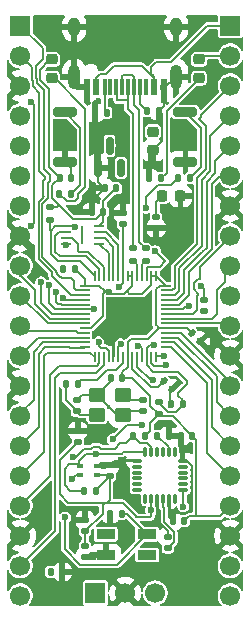
<source format=gbr>
%TF.GenerationSoftware,KiCad,Pcbnew,9.0.6*%
%TF.CreationDate,2026-02-18T17:47:18+01:00*%
%TF.ProjectId,devboard,64657662-6f61-4726-942e-6b696361645f,rev?*%
%TF.SameCoordinates,Original*%
%TF.FileFunction,Copper,L1,Top*%
%TF.FilePolarity,Positive*%
%FSLAX46Y46*%
G04 Gerber Fmt 4.6, Leading zero omitted, Abs format (unit mm)*
G04 Created by KiCad (PCBNEW 9.0.6) date 2026-02-18 17:47:18*
%MOMM*%
%LPD*%
G01*
G04 APERTURE LIST*
G04 Aperture macros list*
%AMRoundRect*
0 Rectangle with rounded corners*
0 $1 Rounding radius*
0 $2 $3 $4 $5 $6 $7 $8 $9 X,Y pos of 4 corners*
0 Add a 4 corners polygon primitive as box body*
4,1,4,$2,$3,$4,$5,$6,$7,$8,$9,$2,$3,0*
0 Add four circle primitives for the rounded corners*
1,1,$1+$1,$2,$3*
1,1,$1+$1,$4,$5*
1,1,$1+$1,$6,$7*
1,1,$1+$1,$8,$9*
0 Add four rect primitives between the rounded corners*
20,1,$1+$1,$2,$3,$4,$5,0*
20,1,$1+$1,$4,$5,$6,$7,0*
20,1,$1+$1,$6,$7,$8,$9,0*
20,1,$1+$1,$8,$9,$2,$3,0*%
G04 Aperture macros list end*
%TA.AperFunction,SMDPad,CuDef*%
%ADD10RoundRect,0.075000X-0.350000X-0.075000X0.350000X-0.075000X0.350000X0.075000X-0.350000X0.075000X0*%
%TD*%
%TA.AperFunction,SMDPad,CuDef*%
%ADD11RoundRect,0.075000X0.075000X-0.350000X0.075000X0.350000X-0.075000X0.350000X-0.075000X-0.350000X0*%
%TD*%
%TA.AperFunction,SMDPad,CuDef*%
%ADD12RoundRect,0.140000X0.140000X0.170000X-0.140000X0.170000X-0.140000X-0.170000X0.140000X-0.170000X0*%
%TD*%
%TA.AperFunction,SMDPad,CuDef*%
%ADD13RoundRect,0.140000X0.170000X-0.140000X0.170000X0.140000X-0.170000X0.140000X-0.170000X-0.140000X0*%
%TD*%
%TA.AperFunction,SMDPad,CuDef*%
%ADD14RoundRect,0.140000X-0.140000X-0.170000X0.140000X-0.170000X0.140000X0.170000X-0.140000X0.170000X0*%
%TD*%
%TA.AperFunction,SMDPad,CuDef*%
%ADD15RoundRect,0.135000X0.135000X0.185000X-0.135000X0.185000X-0.135000X-0.185000X0.135000X-0.185000X0*%
%TD*%
%TA.AperFunction,SMDPad,CuDef*%
%ADD16RoundRect,0.225000X-0.250000X0.225000X-0.250000X-0.225000X0.250000X-0.225000X0.250000X0.225000X0*%
%TD*%
%TA.AperFunction,SMDPad,CuDef*%
%ADD17RoundRect,0.140000X-0.170000X0.140000X-0.170000X-0.140000X0.170000X-0.140000X0.170000X0.140000X0*%
%TD*%
%TA.AperFunction,SMDPad,CuDef*%
%ADD18RoundRect,0.062500X-0.387500X-0.062500X0.387500X-0.062500X0.387500X0.062500X-0.387500X0.062500X0*%
%TD*%
%TA.AperFunction,HeatsinkPad*%
%ADD19R,0.200000X1.600000*%
%TD*%
%TA.AperFunction,SMDPad,CuDef*%
%ADD20RoundRect,0.135000X-0.135000X-0.185000X0.135000X-0.185000X0.135000X0.185000X-0.135000X0.185000X0*%
%TD*%
%TA.AperFunction,SMDPad,CuDef*%
%ADD21RoundRect,0.250000X-0.450000X-0.350000X0.450000X-0.350000X0.450000X0.350000X-0.450000X0.350000X0*%
%TD*%
%TA.AperFunction,SMDPad,CuDef*%
%ADD22RoundRect,0.200000X0.800000X-0.200000X0.800000X0.200000X-0.800000X0.200000X-0.800000X-0.200000X0*%
%TD*%
%TA.AperFunction,SMDPad,CuDef*%
%ADD23RoundRect,0.135000X-0.185000X0.135000X-0.185000X-0.135000X0.185000X-0.135000X0.185000X0.135000X0*%
%TD*%
%TA.AperFunction,ComponentPad*%
%ADD24R,1.700000X1.700000*%
%TD*%
%TA.AperFunction,ComponentPad*%
%ADD25C,1.700000*%
%TD*%
%TA.AperFunction,SMDPad,CuDef*%
%ADD26RoundRect,0.218750X0.256250X-0.218750X0.256250X0.218750X-0.256250X0.218750X-0.256250X-0.218750X0*%
%TD*%
%TA.AperFunction,SMDPad,CuDef*%
%ADD27RoundRect,0.140000X-0.219203X-0.021213X-0.021213X-0.219203X0.219203X0.021213X0.021213X0.219203X0*%
%TD*%
%TA.AperFunction,SMDPad,CuDef*%
%ADD28R,1.600000X0.850000*%
%TD*%
%TA.AperFunction,SMDPad,CuDef*%
%ADD29RoundRect,0.135000X0.185000X-0.135000X0.185000X0.135000X-0.185000X0.135000X-0.185000X-0.135000X0*%
%TD*%
%TA.AperFunction,SMDPad,CuDef*%
%ADD30RoundRect,0.050000X-0.387500X-0.050000X0.387500X-0.050000X0.387500X0.050000X-0.387500X0.050000X0*%
%TD*%
%TA.AperFunction,SMDPad,CuDef*%
%ADD31RoundRect,0.050000X-0.050000X-0.387500X0.050000X-0.387500X0.050000X0.387500X-0.050000X0.387500X0*%
%TD*%
%TA.AperFunction,HeatsinkPad*%
%ADD32R,3.200000X3.200000*%
%TD*%
%TA.AperFunction,SMDPad,CuDef*%
%ADD33R,0.600000X1.450000*%
%TD*%
%TA.AperFunction,SMDPad,CuDef*%
%ADD34R,0.300000X1.450000*%
%TD*%
%TA.AperFunction,HeatsinkPad*%
%ADD35O,1.000000X2.100000*%
%TD*%
%TA.AperFunction,HeatsinkPad*%
%ADD36O,1.000000X1.600000*%
%TD*%
%TA.AperFunction,SMDPad,CuDef*%
%ADD37RoundRect,0.225000X-0.225000X-0.250000X0.225000X-0.250000X0.225000X0.250000X-0.225000X0.250000X0*%
%TD*%
%TA.AperFunction,SMDPad,CuDef*%
%ADD38R,0.500000X0.300000*%
%TD*%
%TA.AperFunction,SMDPad,CuDef*%
%ADD39RoundRect,0.150000X0.150000X-0.587500X0.150000X0.587500X-0.150000X0.587500X-0.150000X-0.587500X0*%
%TD*%
%TA.AperFunction,ViaPad*%
%ADD40C,0.600000*%
%TD*%
%TA.AperFunction,Conductor*%
%ADD41C,0.200000*%
%TD*%
G04 APERTURE END LIST*
D10*
%TO.P,U6,1,CLKIN*%
%TO.N,GND*%
X61500000Y-87200000D03*
%TO.P,U6,2,NC*%
%TO.N,unconnected-(U6-NC-Pad2)*%
X61500000Y-87700000D03*
%TO.P,U6,3,NC*%
%TO.N,unconnected-(U6-NC-Pad3)*%
X61500000Y-88200000D03*
%TO.P,U6,4,NC*%
%TO.N,unconnected-(U6-NC-Pad4)*%
X61500000Y-88700000D03*
%TO.P,U6,5,NC*%
%TO.N,unconnected-(U6-NC-Pad5)*%
X61500000Y-89200000D03*
%TO.P,U6,6,AUX_DA*%
%TO.N,unconnected-(U6-AUX_DA-Pad6)*%
X61500000Y-89700000D03*
D11*
%TO.P,U6,7,AUX_CL*%
%TO.N,unconnected-(U6-AUX_CL-Pad7)*%
X62200000Y-90400000D03*
%TO.P,U6,8,VLOGIC*%
%TO.N,+3V3*%
X62700000Y-90400000D03*
%TO.P,U6,9,AD0*%
%TO.N,GND*%
X63200000Y-90400000D03*
%TO.P,U6,10,REGOUT*%
%TO.N,Net-(U6-REGOUT)*%
X63700000Y-90400000D03*
%TO.P,U6,11,FSYNC*%
%TO.N,GND*%
X64200000Y-90400000D03*
%TO.P,U6,12,INT*%
%TO.N,unconnected-(U6-INT-Pad12)*%
X64700000Y-90400000D03*
D10*
%TO.P,U6,13,VDD*%
%TO.N,+3V3*%
X65400000Y-89700000D03*
%TO.P,U6,14,NC*%
%TO.N,unconnected-(U6-NC-Pad14)*%
X65400000Y-89200000D03*
%TO.P,U6,15,NC*%
%TO.N,unconnected-(U6-NC-Pad15)*%
X65400000Y-88700000D03*
%TO.P,U6,16,NC*%
%TO.N,unconnected-(U6-NC-Pad16)*%
X65400000Y-88200000D03*
%TO.P,U6,17,NC*%
%TO.N,unconnected-(U6-NC-Pad17)*%
X65400000Y-87700000D03*
%TO.P,U6,18,GND*%
%TO.N,GND*%
X65400000Y-87200000D03*
D11*
%TO.P,U6,19,RESV*%
%TO.N,unconnected-(U6-RESV-Pad19)*%
X64700000Y-86500000D03*
%TO.P,U6,20,CPOUT*%
%TO.N,Net-(U6-CPOUT)*%
X64200000Y-86500000D03*
%TO.P,U6,21,RESV*%
%TO.N,unconnected-(U6-RESV-Pad21)*%
X63700000Y-86500000D03*
%TO.P,U6,22,RESV*%
%TO.N,unconnected-(U6-RESV-Pad22)*%
X63200000Y-86500000D03*
%TO.P,U6,23,SCL*%
%TO.N,GPIO5*%
X62700000Y-86500000D03*
%TO.P,U6,24,SDA*%
%TO.N,GPIO4*%
X62200000Y-86500000D03*
%TD*%
D12*
%TO.P,C19,1*%
%TO.N,GND*%
X55180000Y-96600000D03*
%TO.P,C19,2*%
%TO.N,+3V3*%
X54220000Y-96600000D03*
%TD*%
D13*
%TO.P,C12,1*%
%TO.N,+1V1*%
X60340000Y-67180000D03*
%TO.P,C12,2*%
%TO.N,GND*%
X60340000Y-66220000D03*
%TD*%
D14*
%TO.P,C17,1*%
%TO.N,GND*%
X57695000Y-66125000D03*
%TO.P,C17,2*%
%TO.N,+3V3*%
X58655000Y-66125000D03*
%TD*%
D15*
%TO.P,R6,1*%
%TO.N,Net-(R6-Pad1)*%
X66020000Y-63250000D03*
%TO.P,R6,2*%
%TO.N,QSPI_SS*%
X65000000Y-63250000D03*
%TD*%
D16*
%TO.P,C13,1*%
%TO.N,VBUS*%
X62850000Y-59365000D03*
%TO.P,C13,2*%
%TO.N,GND*%
X62850000Y-60915000D03*
%TD*%
D17*
%TO.P,C9,1*%
%TO.N,+3V3*%
X57100000Y-94400000D03*
%TO.P,C9,2*%
%TO.N,GND*%
X57100000Y-95360000D03*
%TD*%
D14*
%TO.P,C23,1*%
%TO.N,GND*%
X64410000Y-82370000D03*
%TO.P,C23,2*%
%TO.N,RUN*%
X65370000Y-82370000D03*
%TD*%
D18*
%TO.P,U5,1,~{CS}*%
%TO.N,QSPI_SS*%
X55450000Y-67350000D03*
%TO.P,U5,2,DO/IO_{1}*%
%TO.N,QSPI_SD1*%
X55450000Y-67850000D03*
%TO.P,U5,3,~{WP}/IO_{2}*%
%TO.N,QSPI_SD2*%
X55450000Y-68350000D03*
%TO.P,U5,4,GND*%
%TO.N,GND*%
X55450000Y-68850000D03*
%TO.P,U5,5,DI/IO_{0}*%
%TO.N,QSPI_SD0*%
X58300000Y-68850000D03*
%TO.P,U5,6,CLK*%
%TO.N,QSPI_SCLK*%
X58300000Y-68350000D03*
%TO.P,U5,7,~{HOLD}/~{RESET}/IO_{3}*%
%TO.N,QSPI_SD3*%
X58300000Y-67850000D03*
%TO.P,U5,8,VCC*%
%TO.N,+3V3*%
X58300000Y-67350000D03*
D19*
%TO.P,U5,9*%
%TO.N,N/C*%
X56875000Y-68100000D03*
%TD*%
D17*
%TO.P,C2,1*%
%TO.N,+3V3*%
X63110000Y-66530000D03*
%TO.P,C2,2*%
%TO.N,GND*%
X63110000Y-67490000D03*
%TD*%
D20*
%TO.P,R8,1*%
%TO.N,GPIO4*%
X56970000Y-89750000D03*
%TO.P,R8,2*%
%TO.N,+3V3*%
X57990000Y-89750000D03*
%TD*%
D17*
%TO.P,C16,1*%
%TO.N,GND*%
X56400000Y-82040000D03*
%TO.P,C16,2*%
%TO.N,Net-(C16-Pad2)*%
X56400000Y-83000000D03*
%TD*%
D12*
%TO.P,C3,1*%
%TO.N,+3V3*%
X60230000Y-80160000D03*
%TO.P,C3,2*%
%TO.N,GND*%
X59270000Y-80160000D03*
%TD*%
D20*
%TO.P,R9,1*%
%TO.N,GPIO5*%
X61180000Y-85100000D03*
%TO.P,R9,2*%
%TO.N,+3V3*%
X62200000Y-85100000D03*
%TD*%
D21*
%TO.P,Y1,1,1*%
%TO.N,Net-(C16-Pad2)*%
X58100000Y-83300000D03*
%TO.P,Y1,2,2*%
%TO.N,GND*%
X60300000Y-83300000D03*
%TO.P,Y1,3,3*%
%TO.N,XIN*%
X60300000Y-81600000D03*
%TO.P,Y1,4,4*%
%TO.N,GND*%
X58100000Y-81600000D03*
%TD*%
D14*
%TO.P,C8,1*%
%TO.N,+3V3*%
X54945000Y-63275000D03*
%TO.P,C8,2*%
%TO.N,GND*%
X55905000Y-63275000D03*
%TD*%
D22*
%TO.P,SW2,1,1*%
%TO.N,GND*%
X55400000Y-61900000D03*
%TO.P,SW2,2,2*%
%TO.N,RUN*%
X55400000Y-57700000D03*
%TD*%
D23*
%TO.P,R7,1*%
%TO.N,+3V3*%
X54100000Y-65760000D03*
%TO.P,R7,2*%
%TO.N,QSPI_SS*%
X54100000Y-66780000D03*
%TD*%
D24*
%TO.P,J2,1,Pin_1*%
%TO.N,GPIO0*%
X51610000Y-50370000D03*
D25*
%TO.P,J2,2,Pin_2*%
%TO.N,GPIO1*%
X51610000Y-52910000D03*
%TO.P,J2,3,Pin_3*%
%TO.N,GND*%
X51610000Y-55450000D03*
%TO.P,J2,4,Pin_4*%
%TO.N,GPIO2*%
X51610000Y-57990000D03*
%TO.P,J2,5,Pin_5*%
%TO.N,GPIO3*%
X51610000Y-60530000D03*
%TO.P,J2,6,Pin_6*%
%TO.N,GPIO4*%
X51610000Y-63070000D03*
%TO.P,J2,7,Pin_7*%
%TO.N,GPIO5*%
X51610000Y-65610000D03*
%TO.P,J2,8,Pin_8*%
%TO.N,GND*%
X51610000Y-68150000D03*
%TO.P,J2,9,Pin_9*%
%TO.N,GPIO6*%
X51610000Y-70690000D03*
%TO.P,J2,10,Pin_10*%
%TO.N,GPIO7*%
X51610000Y-73230000D03*
%TO.P,J2,11,Pin_11*%
%TO.N,GPIO8*%
X51610000Y-75770000D03*
%TO.P,J2,12,Pin_12*%
%TO.N,GPIO9*%
X51610000Y-78310000D03*
%TO.P,J2,13,Pin_13*%
%TO.N,GND*%
X51610000Y-80850000D03*
%TO.P,J2,14,Pin_14*%
%TO.N,GPIO10*%
X51610000Y-83390000D03*
%TO.P,J2,15,Pin_15*%
%TO.N,GPIO11*%
X51610000Y-85930000D03*
%TO.P,J2,16,Pin_16*%
%TO.N,GPIO12*%
X51610000Y-88470000D03*
%TO.P,J2,17,Pin_17*%
%TO.N,GPIO13*%
X51610000Y-91010000D03*
%TO.P,J2,18,Pin_18*%
%TO.N,GND*%
X51610000Y-93550000D03*
%TO.P,J2,19,Pin_19*%
%TO.N,GPIO14*%
X51610000Y-96090000D03*
%TO.P,J2,20,Pin_20*%
%TO.N,GPIO15*%
X51610000Y-98630000D03*
%TD*%
D12*
%TO.P,C24,1*%
%TO.N,VBUS*%
X60200000Y-91700000D03*
%TO.P,C24,2*%
%TO.N,GND*%
X59240000Y-91700000D03*
%TD*%
D22*
%TO.P,SW1,1,1*%
%TO.N,GND*%
X65600000Y-61900000D03*
%TO.P,SW1,2,2*%
%TO.N,Net-(R6-Pad1)*%
X65600000Y-57700000D03*
%TD*%
D26*
%TO.P,PWR,1,K*%
%TO.N,Net-(D1-K)*%
X66730000Y-54802500D03*
%TO.P,PWR,2,A*%
%TO.N,+3V3*%
X66730000Y-53227500D03*
%TD*%
D20*
%TO.P,R5,1*%
%TO.N,Net-(C16-Pad2)*%
X55450000Y-80670000D03*
%TO.P,R5,2*%
%TO.N,XOUT*%
X56470000Y-80670000D03*
%TD*%
D14*
%TO.P,C21,1*%
%TO.N,Net-(U6-CPOUT)*%
X63220000Y-85100000D03*
%TO.P,C21,2*%
%TO.N,GND*%
X64180000Y-85100000D03*
%TD*%
D27*
%TO.P,C10,1*%
%TO.N,+1V1*%
X63780589Y-80440589D03*
%TO.P,C10,2*%
%TO.N,GND*%
X64459411Y-81119411D03*
%TD*%
D12*
%TO.P,C18,1*%
%TO.N,+3V3*%
X66180000Y-85100000D03*
%TO.P,C18,2*%
%TO.N,GND*%
X65220000Y-85100000D03*
%TD*%
D28*
%TO.P,D3,1,DOUT*%
%TO.N,unconnected-(D3-DOUT-Pad1)*%
X58850000Y-93425000D03*
%TO.P,D3,2,VSS*%
%TO.N,GND*%
X58850000Y-95175000D03*
%TO.P,D3,3,DIN*%
%TO.N,GPIO25*%
X62350000Y-95175000D03*
%TO.P,D3,4,VDD*%
%TO.N,VBUS*%
X62350000Y-93425000D03*
%TD*%
D15*
%TO.P,R11,1*%
%TO.N,Net-(D1-K)*%
X63550000Y-63250000D03*
%TO.P,R11,2*%
%TO.N,GND*%
X62530000Y-63250000D03*
%TD*%
D13*
%TO.P,C15,1*%
%TO.N,GND*%
X62000000Y-82985000D03*
%TO.P,C15,2*%
%TO.N,XIN*%
X62000000Y-82025000D03*
%TD*%
D29*
%TO.P,R10,1*%
%TO.N,+3V3*%
X63350000Y-83280000D03*
%TO.P,R10,2*%
%TO.N,RUN*%
X63350000Y-82260000D03*
%TD*%
D24*
%TO.P,J4,1,Pin_1*%
%TO.N,SWCLK*%
X57960000Y-98390000D03*
D25*
%TO.P,J4,2,Pin_2*%
%TO.N,GND*%
X60500000Y-98390000D03*
%TO.P,J4,3,Pin_3*%
%TO.N,SWD*%
X63040000Y-98390000D03*
%TD*%
D20*
%TO.P,R12,1*%
%TO.N,Net-(D2-K)*%
X54910000Y-64620000D03*
%TO.P,R12,2*%
%TO.N,RUN*%
X55930000Y-64620000D03*
%TD*%
D13*
%TO.P,C25,1*%
%TO.N,Net-(U6-REGOUT)*%
X64100000Y-94580000D03*
%TO.P,C25,2*%
%TO.N,GND*%
X64100000Y-93620000D03*
%TD*%
D30*
%TO.P,U1,1,IOVDD*%
%TO.N,+3V3*%
X57062500Y-72377500D03*
%TO.P,U1,2,GPIO0*%
%TO.N,GPIO0*%
X57062500Y-72777500D03*
%TO.P,U1,3,GPIO1*%
%TO.N,GPIO1*%
X57062500Y-73177500D03*
%TO.P,U1,4,GPIO2*%
%TO.N,GPIO2*%
X57062500Y-73577500D03*
%TO.P,U1,5,GPIO3*%
%TO.N,GPIO3*%
X57062500Y-73977500D03*
%TO.P,U1,6,GPIO4*%
%TO.N,GPIO4*%
X57062500Y-74377500D03*
%TO.P,U1,7,GPIO5*%
%TO.N,GPIO5*%
X57062500Y-74777500D03*
%TO.P,U1,8,GPIO6*%
%TO.N,GPIO6*%
X57062500Y-75177500D03*
%TO.P,U1,9,GPIO7*%
%TO.N,GPIO7*%
X57062500Y-75577500D03*
%TO.P,U1,10,IOVDD*%
%TO.N,+3V3*%
X57062500Y-75977500D03*
%TO.P,U1,11,GPIO8*%
%TO.N,GPIO8*%
X57062500Y-76377500D03*
%TO.P,U1,12,GPIO9*%
%TO.N,GPIO9*%
X57062500Y-76777500D03*
%TO.P,U1,13,GPIO10*%
%TO.N,GPIO10*%
X57062500Y-77177500D03*
%TO.P,U1,14,GPIO11*%
%TO.N,GPIO11*%
X57062500Y-77577500D03*
D31*
%TO.P,U1,15,GPIO12*%
%TO.N,GPIO12*%
X57900000Y-78415000D03*
%TO.P,U1,16,GPIO13*%
%TO.N,GPIO13*%
X58300000Y-78415000D03*
%TO.P,U1,17,GPIO14*%
%TO.N,GPIO14*%
X58700000Y-78415000D03*
%TO.P,U1,18,GPIO15*%
%TO.N,GPIO15*%
X59100000Y-78415000D03*
%TO.P,U1,19,TESTEN*%
%TO.N,GND*%
X59500000Y-78415000D03*
%TO.P,U1,20,XIN*%
%TO.N,XIN*%
X59900000Y-78415000D03*
%TO.P,U1,21,XOUT*%
%TO.N,XOUT*%
X60300000Y-78415000D03*
%TO.P,U1,22,IOVDD*%
%TO.N,+3V3*%
X60700000Y-78415000D03*
%TO.P,U1,23,DVDD*%
%TO.N,+1V1*%
X61100000Y-78415000D03*
%TO.P,U1,24,SWCLK*%
%TO.N,SWCLK*%
X61500000Y-78415000D03*
%TO.P,U1,25,SWD*%
%TO.N,SWD*%
X61900000Y-78415000D03*
%TO.P,U1,26,RUN*%
%TO.N,RUN*%
X62300000Y-78415000D03*
%TO.P,U1,27,GPIO16*%
%TO.N,GPIO16*%
X62700000Y-78415000D03*
%TO.P,U1,28,GPIO17*%
%TO.N,GPIO17*%
X63100000Y-78415000D03*
D30*
%TO.P,U1,29,GPIO18*%
%TO.N,GPIO18*%
X63937500Y-77577500D03*
%TO.P,U1,30,GPIO19*%
%TO.N,GPIO19*%
X63937500Y-77177500D03*
%TO.P,U1,31,GPIO20*%
%TO.N,GPIO20*%
X63937500Y-76777500D03*
%TO.P,U1,32,GPIO21*%
%TO.N,GPIO21*%
X63937500Y-76377500D03*
%TO.P,U1,33,IOVDD*%
%TO.N,+3V3*%
X63937500Y-75977500D03*
%TO.P,U1,34,GPIO22*%
%TO.N,GPIO22*%
X63937500Y-75577500D03*
%TO.P,U1,35,GPIO23*%
%TO.N,GPIO23*%
X63937500Y-75177500D03*
%TO.P,U1,36,GPIO24*%
%TO.N,GPIO24*%
X63937500Y-74777500D03*
%TO.P,U1,37,GPIO25*%
%TO.N,GPIO25*%
X63937500Y-74377500D03*
%TO.P,U1,38,GPIO26_ADC0*%
%TO.N,GPIO26_ADC0*%
X63937500Y-73977500D03*
%TO.P,U1,39,GPIO27_ADC1*%
%TO.N,GPIO27_ADC1*%
X63937500Y-73577500D03*
%TO.P,U1,40,GPIO28_ADC2*%
%TO.N,GPIO28_ADC2*%
X63937500Y-73177500D03*
%TO.P,U1,41,GPIO29_ADC3*%
%TO.N,GPIO29_ADC3*%
X63937500Y-72777500D03*
%TO.P,U1,42,IOVDD*%
%TO.N,+3V3*%
X63937500Y-72377500D03*
D31*
%TO.P,U1,43,ADC_AVDD*%
X63100000Y-71540000D03*
%TO.P,U1,44,VREG_IN*%
X62700000Y-71540000D03*
%TO.P,U1,45,VREG_VOUT*%
%TO.N,+1V1*%
X62300000Y-71540000D03*
%TO.P,U1,46,USB_DM*%
%TO.N,Net-(U1-USB_DM)*%
X61900000Y-71540000D03*
%TO.P,U1,47,USB_DP*%
%TO.N,Net-(U1-USB_DP)*%
X61500000Y-71540000D03*
%TO.P,U1,48,USB_VDD*%
%TO.N,+3V3*%
X61100000Y-71540000D03*
%TO.P,U1,49,IOVDD*%
X60700000Y-71540000D03*
%TO.P,U1,50,DVDD*%
%TO.N,+1V1*%
X60300000Y-71540000D03*
%TO.P,U1,51,QSPI_SD3*%
%TO.N,QSPI_SD3*%
X59900000Y-71540000D03*
%TO.P,U1,52,QSPI_SCLK*%
%TO.N,QSPI_SCLK*%
X59500000Y-71540000D03*
%TO.P,U1,53,QSPI_SD0*%
%TO.N,QSPI_SD0*%
X59100000Y-71540000D03*
%TO.P,U1,54,QSPI_SD2*%
%TO.N,QSPI_SD2*%
X58700000Y-71540000D03*
%TO.P,U1,55,QSPI_SD1*%
%TO.N,QSPI_SD1*%
X58300000Y-71540000D03*
%TO.P,U1,56,QSPI_SS*%
%TO.N,QSPI_SS*%
X57900000Y-71540000D03*
D32*
%TO.P,U1,57,GND*%
%TO.N,GND*%
X60500000Y-74977500D03*
%TD*%
D24*
%TO.P,J3,1,Pin_1*%
%TO.N,VBUS*%
X69390000Y-50370000D03*
D25*
%TO.P,J3,2,Pin_2*%
%TO.N,+3V3*%
X69390000Y-52910000D03*
%TO.P,J3,3,Pin_3*%
%TO.N,GPIO29_ADC3*%
X69390000Y-55450000D03*
%TO.P,J3,4,Pin_4*%
%TO.N,GPIO28_ADC2*%
X69390000Y-57990000D03*
%TO.P,J3,5,Pin_5*%
%TO.N,GPIO27_ADC1*%
X69390000Y-60530000D03*
%TO.P,J3,6,Pin_6*%
%TO.N,GPIO26_ADC0*%
X69390000Y-63070000D03*
%TO.P,J3,7,Pin_7*%
%TO.N,GND*%
X69390000Y-65610000D03*
%TO.P,J3,8,Pin_8*%
%TO.N,GPIO24*%
X69390000Y-68150000D03*
%TO.P,J3,9,Pin_9*%
%TO.N,GPIO23*%
X69390000Y-70690000D03*
%TO.P,J3,10,Pin_10*%
%TO.N,RUN*%
X69390000Y-73230000D03*
%TO.P,J3,11,Pin_11*%
%TO.N,GPIO22*%
X69390000Y-75770000D03*
%TO.P,J3,12,Pin_12*%
%TO.N,GND*%
X69390000Y-78310000D03*
%TO.P,J3,13,Pin_13*%
%TO.N,GPIO21*%
X69390000Y-80850000D03*
%TO.P,J3,14,Pin_14*%
%TO.N,GPIO20*%
X69390000Y-83390000D03*
%TO.P,J3,15,Pin_15*%
%TO.N,GPIO19*%
X69390000Y-85930000D03*
%TO.P,J3,16,Pin_16*%
%TO.N,GPIO18*%
X69390000Y-88470000D03*
%TO.P,J3,17,Pin_17*%
%TO.N,+3V3*%
X69390000Y-91010000D03*
%TO.P,J3,18,Pin_18*%
%TO.N,GND*%
X69390000Y-93550000D03*
%TO.P,J3,19,Pin_19*%
%TO.N,GPIO17*%
X69390000Y-96090000D03*
%TO.P,J3,20,Pin_20*%
%TO.N,GPIO16*%
X69390000Y-98630000D03*
%TD*%
D13*
%TO.P,C5,1*%
%TO.N,+3V3*%
X57100000Y-93180000D03*
%TO.P,C5,2*%
%TO.N,GND*%
X57100000Y-92220000D03*
%TD*%
D33*
%TO.P,J1,A1,GND*%
%TO.N,GND*%
X63750000Y-55595000D03*
%TO.P,J1,A4,VBUS*%
%TO.N,VBUS*%
X62950000Y-55595000D03*
D34*
%TO.P,J1,A5,CC1*%
%TO.N,Net-(J1-CC1)*%
X61750000Y-55595000D03*
%TO.P,J1,A6,D+*%
%TO.N,USB_D+*%
X60750000Y-55595000D03*
%TO.P,J1,A7,D-*%
%TO.N,USB_D-*%
X60250000Y-55595000D03*
%TO.P,J1,A8*%
%TO.N,N/C*%
X59250000Y-55595000D03*
D33*
%TO.P,J1,A9,VBUS*%
%TO.N,VBUS*%
X58050000Y-55595000D03*
%TO.P,J1,A12,GND*%
%TO.N,GND*%
X57250000Y-55595000D03*
%TO.P,J1,B1,GND*%
X57250000Y-55595000D03*
%TO.P,J1,B4,VBUS*%
%TO.N,VBUS*%
X58050000Y-55595000D03*
D34*
%TO.P,J1,B5,CC2*%
%TO.N,Net-(J1-CC2)*%
X58750000Y-55595000D03*
%TO.P,J1,B6,D+*%
%TO.N,USB_D+*%
X59750000Y-55595000D03*
%TO.P,J1,B7,D-*%
%TO.N,USB_D-*%
X61250000Y-55595000D03*
%TO.P,J1,B8*%
%TO.N,N/C*%
X62250000Y-55595000D03*
D33*
%TO.P,J1,B9,VBUS*%
%TO.N,VBUS*%
X62950000Y-55595000D03*
%TO.P,J1,B12,GND*%
%TO.N,GND*%
X63750000Y-55595000D03*
D35*
%TO.P,J1,S1,SHIELD*%
X64820000Y-54680000D03*
D36*
X64820000Y-50500000D03*
D35*
X56180000Y-54680000D03*
D36*
X56180000Y-50500000D03*
%TD*%
D37*
%TO.P,C14,1*%
%TO.N,+3V3*%
X63625000Y-64780000D03*
%TO.P,C14,2*%
%TO.N,GND*%
X65175000Y-64780000D03*
%TD*%
D23*
%TO.P,R3,1*%
%TO.N,USB_D+*%
X61180000Y-69230000D03*
%TO.P,R3,2*%
%TO.N,Net-(U1-USB_DP)*%
X61180000Y-70250000D03*
%TD*%
D14*
%TO.P,C20,1*%
%TO.N,GND*%
X64520000Y-92300000D03*
%TO.P,C20,2*%
%TO.N,+3V3*%
X65480000Y-92300000D03*
%TD*%
D20*
%TO.P,R1,1*%
%TO.N,Net-(J1-CC1)*%
X62300000Y-57570000D03*
%TO.P,R1,2*%
%TO.N,GND*%
X63320000Y-57570000D03*
%TD*%
D17*
%TO.P,C22,1*%
%TO.N,GND*%
X59200000Y-87545000D03*
%TO.P,C22,2*%
%TO.N,+3V3*%
X59200000Y-88505000D03*
%TD*%
D13*
%TO.P,C6,1*%
%TO.N,+3V3*%
X56470000Y-85610000D03*
%TO.P,C6,2*%
%TO.N,GND*%
X56470000Y-84650000D03*
%TD*%
D23*
%TO.P,R4,1*%
%TO.N,USB_D-*%
X62220000Y-69230000D03*
%TO.P,R4,2*%
%TO.N,Net-(U1-USB_DM)*%
X62220000Y-70250000D03*
%TD*%
D26*
%TO.P,RST,1,K*%
%TO.N,Net-(D2-K)*%
X54285000Y-54802500D03*
%TO.P,RST,2,A*%
%TO.N,+3V3*%
X54285000Y-53227500D03*
%TD*%
D27*
%TO.P,C7,1*%
%TO.N,+3V3*%
X66170589Y-76420589D03*
%TO.P,C7,2*%
%TO.N,GND*%
X66849411Y-77099411D03*
%TD*%
D15*
%TO.P,R2,1*%
%TO.N,Net-(J1-CC2)*%
X58940000Y-57740000D03*
%TO.P,R2,2*%
%TO.N,GND*%
X57920000Y-57740000D03*
%TD*%
D12*
%TO.P,C1,1*%
%TO.N,+3V3*%
X59730000Y-64147500D03*
%TO.P,C1,2*%
%TO.N,GND*%
X58770000Y-64147500D03*
%TD*%
D38*
%TO.P,U4,1,SDA*%
%TO.N,GPIO4*%
X56700000Y-87625000D03*
%TO.P,U4,2,SCL*%
%TO.N,GPIO5*%
X56700000Y-88425000D03*
%TO.P,U4,3,VDD*%
%TO.N,+3V3*%
X58100000Y-88425000D03*
%TO.P,U4,4,VSS*%
%TO.N,GND*%
X58100000Y-87625000D03*
%TD*%
D17*
%TO.P,C11,1*%
%TO.N,+1V1*%
X67160000Y-73600000D03*
%TO.P,C11,2*%
%TO.N,GND*%
X67160000Y-74560000D03*
%TD*%
D39*
%TO.P,U2,1,GND*%
%TO.N,GND*%
X58220000Y-62397500D03*
%TO.P,U2,2,VO*%
%TO.N,+3V3*%
X60120000Y-62397500D03*
%TO.P,U2,3,VI*%
%TO.N,VBUS*%
X59170000Y-60522500D03*
%TD*%
D12*
%TO.P,C4,1*%
%TO.N,+3V3*%
X56220000Y-71010000D03*
%TO.P,C4,2*%
%TO.N,GND*%
X55260000Y-71010000D03*
%TD*%
D40*
%TO.N,+3V3*%
X65400000Y-91080000D03*
X59110000Y-72877498D03*
X65480000Y-92300000D03*
X54220000Y-96600000D03*
X63625000Y-64780000D03*
X60120000Y-62397500D03*
X59730000Y-64147500D03*
X57100000Y-94400000D03*
X62680000Y-91400000D03*
X56230000Y-71010000D03*
%TO.N,GND*%
X66849411Y-77099411D03*
X62850000Y-60915000D03*
X60340000Y-66220000D03*
X63280000Y-92300000D03*
X63110000Y-67490000D03*
X64520000Y-92300000D03*
X58680000Y-87625000D03*
X67160000Y-74560000D03*
X52550000Y-69500000D03*
X50950000Y-71950000D03*
X58961897Y-76825227D03*
X64459411Y-81119411D03*
X57100000Y-95360000D03*
X58220000Y-62450000D03*
X64410000Y-82499000D03*
X59270000Y-80160000D03*
X64200000Y-85100000D03*
X56400000Y-82040000D03*
X55905000Y-63240000D03*
X55260000Y-71010000D03*
X56470000Y-84650000D03*
X57100000Y-92220000D03*
X62000000Y-82985000D03*
X65175000Y-64780000D03*
X57695000Y-66125000D03*
X55450000Y-68975000D03*
X62530000Y-62100000D03*
X59169000Y-91700000D03*
X65600000Y-61900000D03*
X55180000Y-96600000D03*
%TO.N,+1V1*%
X63033192Y-69460532D03*
X60340000Y-67180000D03*
X66885050Y-72414823D03*
X60001376Y-72475338D03*
X63785197Y-80475668D03*
%TO.N,VBUS*%
X55400000Y-92000000D03*
X52500000Y-56800000D03*
X58050000Y-55595000D03*
X52558000Y-67304899D03*
X59200000Y-60460000D03*
X62850000Y-59365000D03*
X62950000Y-55595000D03*
%TO.N,XIN*%
X62000000Y-82025000D03*
X60120000Y-77350000D03*
%TO.N,RUN*%
X55400000Y-57700000D03*
X62942235Y-77403578D03*
%TO.N,GPIO25*%
X62350000Y-95175000D03*
X65880000Y-74080000D03*
%TO.N,GPIO15*%
X58240000Y-77170000D03*
%TO.N,GPIO2*%
X55225441Y-73446877D03*
%TO.N,GPIO3*%
X54630403Y-72936482D03*
%TO.N,GPIO4*%
X57883878Y-74388580D03*
X54053349Y-72359427D03*
X58030000Y-86600000D03*
%TO.N,GPIO5*%
X56067388Y-86875323D03*
X56010000Y-88720000D03*
X53384170Y-72093714D03*
%TO.N,GPIO17*%
X63738494Y-78305791D03*
%TO.N,GPIO16*%
X63940000Y-79080000D03*
%TO.N,SWCLK*%
X61910000Y-84200000D03*
X59450000Y-85390000D03*
X62890000Y-80370000D03*
%TO.N,SWD*%
X61611137Y-77478500D03*
%TO.N,QSPI_SS*%
X62260000Y-65770000D03*
X56274616Y-67432130D03*
%TD*%
D41*
%TO.N,+3V3*%
X58920000Y-72990000D02*
X58802750Y-72872750D01*
X63110000Y-65295000D02*
X63625000Y-64780000D01*
X63937500Y-72377500D02*
X63100000Y-71540000D01*
X65480000Y-92300000D02*
X65880000Y-91900000D01*
X57100000Y-93180000D02*
X58600000Y-91680000D01*
X60272000Y-90772000D02*
X58960000Y-90772000D01*
X53323000Y-54081000D02*
X53400000Y-54004000D01*
X66500000Y-85420000D02*
X66500000Y-91900000D01*
X60971500Y-76878500D02*
X62401500Y-76878500D01*
X58600000Y-91680000D02*
X58600000Y-90972000D01*
X57990000Y-89715000D02*
X59200000Y-88505000D01*
X59309002Y-73076500D02*
X60403500Y-73076500D01*
X63937500Y-75977500D02*
X63397500Y-75977500D01*
X54339000Y-63881000D02*
X54339000Y-64989340D01*
X62200000Y-85100000D02*
X62600000Y-84700000D01*
X54971000Y-87109000D02*
X54971000Y-90051000D01*
X59200000Y-88505000D02*
X59200000Y-90532000D01*
X60700000Y-78415000D02*
X60700000Y-77619943D01*
X59200000Y-90532000D02*
X58960000Y-90772000D01*
X68500000Y-91900000D02*
X69390000Y-91010000D01*
X69390000Y-52910000D02*
X67190000Y-52910000D01*
X59120000Y-88425000D02*
X58100000Y-88425000D01*
X54061000Y-53549000D02*
X54290000Y-53320000D01*
X57595774Y-72377500D02*
X57062500Y-72377500D01*
X63255000Y-76025000D02*
X63255000Y-75835000D01*
X54720000Y-65760000D02*
X54914830Y-65565170D01*
X54914830Y-65565170D02*
X56085660Y-66736000D01*
X58600000Y-90972000D02*
X58800000Y-90772000D01*
X64512000Y-83432000D02*
X63502000Y-83432000D01*
X57100000Y-93180000D02*
X57100000Y-94400000D01*
X58800000Y-90772000D02*
X58960000Y-90772000D01*
X57062500Y-75977500D02*
X57602500Y-75977500D01*
X63110000Y-66530000D02*
X63110000Y-65295000D01*
X60721000Y-77598943D02*
X60721000Y-77129000D01*
X53499000Y-53901000D02*
X53499000Y-53847400D01*
X58655000Y-66125000D02*
X58655000Y-66995000D01*
X60730000Y-72950000D02*
X60730000Y-72750000D01*
X54339000Y-64989340D02*
X54914830Y-65565170D01*
X53797400Y-53549000D02*
X54061000Y-53549000D01*
X61943500Y-73076500D02*
X60856500Y-73076500D01*
X63402226Y-72377500D02*
X63937500Y-72377500D01*
X63937500Y-75977500D02*
X65727500Y-75977500D01*
X65400000Y-91080000D02*
X65400000Y-89700000D01*
X54040000Y-62370000D02*
X54040000Y-55720000D01*
X62700000Y-91920000D02*
X62620000Y-92000000D01*
X63090000Y-72689726D02*
X63402226Y-72377500D01*
X59200000Y-88505000D02*
X59120000Y-88425000D01*
X65727500Y-75977500D02*
X66170589Y-76420589D01*
X62630000Y-82560000D02*
X62630000Y-81717450D01*
X62600000Y-84030000D02*
X63350000Y-83280000D01*
X61452500Y-91952500D02*
X60272000Y-90772000D01*
X58655000Y-66995000D02*
X58300000Y-67350000D01*
X62600000Y-84700000D02*
X62600000Y-84030000D01*
X62700000Y-71540000D02*
X63100000Y-71540000D01*
X53400000Y-54004000D02*
X53400000Y-54000000D01*
X67000000Y-91900000D02*
X68500000Y-91900000D01*
X60403500Y-73076500D02*
X60730000Y-72750000D01*
X60700000Y-79230000D02*
X60700000Y-78415000D01*
X61100000Y-72380000D02*
X60730000Y-72750000D01*
X62620000Y-92000000D02*
X61405000Y-92000000D01*
X62700000Y-90400000D02*
X62700000Y-91920000D01*
X54945000Y-63275000D02*
X54040000Y-62370000D01*
X66180000Y-85100000D02*
X64512000Y-83432000D01*
X53499000Y-53847400D02*
X53797400Y-53549000D01*
X59110000Y-72877498D02*
X59309002Y-73076500D01*
X57062500Y-71852500D02*
X56220000Y-71010000D01*
X60230000Y-79700000D02*
X60700000Y-79230000D01*
X63397500Y-75977500D02*
X63255000Y-75835000D01*
X57062500Y-72377500D02*
X58307500Y-72377500D01*
X60721000Y-77129000D02*
X60971500Y-76878500D01*
X61072550Y-80160000D02*
X60230000Y-80160000D01*
X63255000Y-75835000D02*
X63090000Y-75670000D01*
X63090000Y-75670000D02*
X63090000Y-72689726D01*
X57062500Y-72377500D02*
X57062500Y-71852500D01*
X61100000Y-71540000D02*
X61100000Y-72380000D01*
X67190000Y-52910000D02*
X66960000Y-52910000D01*
X62700000Y-72320000D02*
X61943500Y-73076500D01*
X57990000Y-89750000D02*
X57990000Y-89715000D01*
X58599000Y-73076500D02*
X58802750Y-72872750D01*
X58997498Y-72990000D02*
X58920000Y-72990000D01*
X62700000Y-71540000D02*
X62700000Y-72320000D01*
X63350000Y-83280000D02*
X62630000Y-82560000D01*
X67190000Y-52910000D02*
X67162500Y-52910000D01*
X67162500Y-52910000D02*
X66730000Y-53342500D01*
X66180000Y-85100000D02*
X66500000Y-85420000D01*
X54040000Y-55720000D02*
X53625000Y-55305000D01*
X60700000Y-71540000D02*
X61100000Y-71540000D01*
X53400000Y-54000000D02*
X53499000Y-53901000D01*
X59110000Y-72877498D02*
X58997498Y-72990000D01*
X65880000Y-91900000D02*
X66500000Y-91900000D01*
X61405000Y-92000000D02*
X61452500Y-91952500D01*
X60856500Y-73076500D02*
X60730000Y-72950000D01*
X54100000Y-65760000D02*
X54720000Y-65760000D01*
X57596774Y-72376500D02*
X57595774Y-72377500D01*
X60230000Y-80160000D02*
X60230000Y-79700000D01*
X56470000Y-85610000D02*
X54971000Y-87109000D01*
X58044000Y-66736000D02*
X58655000Y-66125000D01*
X58307500Y-72377500D02*
X58802750Y-72872750D01*
X60700000Y-77619943D02*
X60721000Y-77598943D01*
X63502000Y-83432000D02*
X63350000Y-83280000D01*
X57602500Y-75977500D02*
X58599000Y-74981000D01*
X62630000Y-81717450D02*
X61072550Y-80160000D01*
X58655000Y-66125000D02*
X58655000Y-65222500D01*
X54971000Y-90051000D02*
X55692000Y-90772000D01*
X66500000Y-91900000D02*
X67000000Y-91900000D01*
X53625000Y-55302000D02*
X53323000Y-55000000D01*
X58599000Y-74981000D02*
X58599000Y-73076500D01*
X53323000Y-55000000D02*
X53323000Y-54081000D01*
X55692000Y-90772000D02*
X58800000Y-90772000D01*
X56085660Y-66736000D02*
X58044000Y-66736000D01*
X54945000Y-63275000D02*
X54339000Y-63881000D01*
X62401500Y-76878500D02*
X63255000Y-76025000D01*
X58655000Y-65222500D02*
X59730000Y-64147500D01*
X53625000Y-55305000D02*
X53625000Y-55302000D01*
%TO.N,GND*%
X58925227Y-76825227D02*
X58830000Y-76730000D01*
X58830000Y-76730000D02*
X58830000Y-76647500D01*
X59270000Y-80160000D02*
X59270000Y-80430000D01*
X63750000Y-55595000D02*
X63905000Y-55595000D01*
X51610000Y-80810000D02*
X50700000Y-79900000D01*
X64345707Y-82435707D02*
X64300000Y-82390000D01*
X63320000Y-57570000D02*
X63750000Y-57140000D01*
X64410000Y-82499000D02*
X64346707Y-82435707D01*
X64820000Y-56070000D02*
X64810000Y-56080000D01*
X59545000Y-87200000D02*
X60300000Y-87200000D01*
X58100000Y-81600000D02*
X56840000Y-81600000D01*
X65747037Y-91579000D02*
X65726037Y-91600000D01*
X63500000Y-92520000D02*
X63280000Y-92300000D01*
X66179000Y-87633314D02*
X66179000Y-91321000D01*
X59800000Y-83300000D02*
X58100000Y-81600000D01*
X69390000Y-65610000D02*
X69390000Y-65585000D01*
X62105000Y-82985000D02*
X62130000Y-83010000D01*
X55905000Y-63275000D02*
X55905000Y-63240000D01*
X58830000Y-76647500D02*
X60500000Y-74977500D01*
X64200000Y-91980000D02*
X64200000Y-91300000D01*
X58961897Y-76825227D02*
X58961897Y-76861897D01*
X65220000Y-87020000D02*
X65220000Y-85100000D01*
X51610000Y-80850000D02*
X51610000Y-80810000D01*
X69455000Y-93550000D02*
X69390000Y-93550000D01*
X51610000Y-93550000D02*
X51610000Y-93510000D01*
X63500000Y-92558374D02*
X63500000Y-92520000D01*
X57920000Y-57740000D02*
X57920000Y-62097500D01*
X63750000Y-57140000D02*
X63750000Y-55595000D01*
X59500000Y-77400000D02*
X59500000Y-78415000D01*
X59200000Y-87545000D02*
X59545000Y-87200000D01*
X64100000Y-93620000D02*
X64100000Y-93158374D01*
X65745686Y-87200000D02*
X66179000Y-87633314D01*
X51610000Y-68150000D02*
X51610000Y-68010000D01*
X58665000Y-95360000D02*
X58850000Y-95175000D01*
X60615000Y-82985000D02*
X60300000Y-83300000D01*
X65220000Y-85100000D02*
X64180000Y-85100000D01*
X70080000Y-77645000D02*
X70055000Y-77645000D01*
X63905000Y-55595000D02*
X64820000Y-54680000D01*
X64520000Y-92300000D02*
X64200000Y-91980000D01*
X65400000Y-87200000D02*
X65745686Y-87200000D01*
X63626000Y-57876000D02*
X63320000Y-57570000D01*
X62000000Y-82985000D02*
X60615000Y-82985000D01*
X69390000Y-65585000D02*
X70065000Y-64910000D01*
X58220000Y-62450000D02*
X58220000Y-63597500D01*
X51610000Y-93510000D02*
X50800000Y-92700000D01*
X58961897Y-76861897D02*
X59500000Y-77400000D01*
X58220000Y-63597500D02*
X58770000Y-64147500D01*
X65400000Y-87200000D02*
X65220000Y-87020000D01*
X64100000Y-93158374D02*
X63500000Y-92558374D01*
X55905000Y-63240000D02*
X55905000Y-62405000D01*
X51610000Y-68150000D02*
X51610000Y-68560000D01*
X69390000Y-93550000D02*
X69390000Y-93510000D01*
X51610000Y-68560000D02*
X52550000Y-69500000D01*
X59200000Y-87545000D02*
X59120000Y-87625000D01*
X69390000Y-93510000D02*
X70100000Y-92800000D01*
X55905000Y-62405000D02*
X55400000Y-61900000D01*
X64500000Y-91600000D02*
X64200000Y-91300000D01*
X56840000Y-81600000D02*
X56400000Y-82040000D01*
X58220000Y-62397500D02*
X58220000Y-62450000D01*
X64200000Y-91300000D02*
X64200000Y-90400000D01*
X59120000Y-87625000D02*
X58680000Y-87625000D01*
X62000000Y-82985000D02*
X62105000Y-82985000D01*
X57695000Y-65222500D02*
X57695000Y-66125000D01*
X64820000Y-54680000D02*
X64820000Y-56070000D01*
X57100000Y-95360000D02*
X58665000Y-95360000D01*
X63626000Y-60139000D02*
X63626000Y-57876000D01*
X66179000Y-91321000D02*
X65921000Y-91579000D01*
X58680000Y-87625000D02*
X58100000Y-87625000D01*
X60300000Y-83300000D02*
X59800000Y-83300000D01*
X50700000Y-79900000D02*
X50700000Y-79800000D01*
X62530000Y-63250000D02*
X62530000Y-62100000D01*
X64346707Y-82435707D02*
X64345707Y-82435707D01*
X63200000Y-90400000D02*
X63200000Y-92200000D01*
X69390000Y-78310000D02*
X70055000Y-77645000D01*
X58961897Y-76825227D02*
X58925227Y-76825227D01*
X64300000Y-81278822D02*
X64459411Y-81119411D01*
X60300000Y-87200000D02*
X60300000Y-87600000D01*
X59270000Y-80430000D02*
X58100000Y-81600000D01*
X57920000Y-62097500D02*
X58220000Y-62397500D01*
X64300000Y-82390000D02*
X64300000Y-81278822D01*
X65726037Y-91600000D02*
X64500000Y-91600000D01*
X62530000Y-62100000D02*
X62530000Y-61235000D01*
X65921000Y-91579000D02*
X65747037Y-91579000D01*
X62530000Y-61235000D02*
X62850000Y-60915000D01*
X60300000Y-87200000D02*
X61500000Y-87200000D01*
X62850000Y-60915000D02*
X63626000Y-60139000D01*
X58770000Y-64147500D02*
X57695000Y-65222500D01*
%TO.N,+1V1*%
X63785197Y-80475668D02*
X63260865Y-81000000D01*
X60310000Y-70900000D02*
X60310000Y-70994726D01*
X63040532Y-69460532D02*
X63033192Y-69460532D01*
X60300000Y-70910000D02*
X60310000Y-70900000D01*
X61100000Y-79440000D02*
X61100000Y-78415000D01*
X62300000Y-71540000D02*
X62300000Y-70860000D01*
X60310000Y-67910000D02*
X60340000Y-67880000D01*
X67160000Y-72689773D02*
X67160000Y-73600000D01*
X66885050Y-72414823D02*
X67160000Y-72689773D01*
X63260865Y-81000000D02*
X62660000Y-81000000D01*
X62300000Y-70860000D02*
X62339000Y-70821000D01*
X60300000Y-71540000D02*
X60300000Y-72176714D01*
X60310000Y-70900000D02*
X60310000Y-67910000D01*
X62550000Y-70800000D02*
X63400000Y-70800000D01*
X62339000Y-70821000D02*
X62529000Y-70821000D01*
X62529000Y-70821000D02*
X62550000Y-70800000D01*
X63400000Y-70800000D02*
X63890000Y-70310000D01*
X62660000Y-81000000D02*
X61100000Y-79440000D01*
X60300000Y-71540000D02*
X60300000Y-70910000D01*
X60300000Y-72176714D02*
X60001376Y-72475338D01*
X60310000Y-70994726D02*
X60301000Y-71003726D01*
X63890000Y-70310000D02*
X63040532Y-69460532D01*
X60340000Y-67880000D02*
X60340000Y-67180000D01*
%TO.N,VBUS*%
X62714000Y-53869992D02*
X62714000Y-54430008D01*
X60625000Y-91700000D02*
X62350000Y-93425000D01*
X63109992Y-53474000D02*
X62714000Y-53869992D01*
X62350000Y-93425000D02*
X59775000Y-96000000D01*
X52558000Y-67304899D02*
X52757000Y-67105899D01*
X60200000Y-91700000D02*
X60625000Y-91700000D01*
X52757000Y-67105899D02*
X52757000Y-57057000D01*
X69390000Y-50370000D02*
X67447215Y-50370000D01*
X64343215Y-53474000D02*
X63109992Y-53474000D01*
X62714000Y-54430008D02*
X62950000Y-54666008D01*
X62950000Y-54666008D02*
X62950000Y-55595000D01*
X55400000Y-94700000D02*
X55400000Y-92000000D01*
X59533900Y-53767000D02*
X58849000Y-54451900D01*
X58400000Y-54468000D02*
X58050000Y-54818000D01*
X58849000Y-54468000D02*
X58400000Y-54468000D01*
X52757000Y-57057000D02*
X52500000Y-56800000D01*
X58050000Y-54818000D02*
X58050000Y-55595000D01*
X56700000Y-96000000D02*
X55400000Y-94700000D01*
X62950000Y-55595000D02*
X62950000Y-54818000D01*
X58849000Y-54451900D02*
X58849000Y-54468000D01*
X59775000Y-96000000D02*
X56700000Y-96000000D01*
X62950000Y-54818000D02*
X61899000Y-53767000D01*
X67447215Y-50370000D02*
X64343215Y-53474000D01*
X61899000Y-53767000D02*
X59533900Y-53767000D01*
%TO.N,XIN*%
X60725000Y-82025000D02*
X60300000Y-81600000D01*
X59900000Y-77570000D02*
X60120000Y-77350000D01*
X62000000Y-82025000D02*
X60725000Y-82025000D01*
X59900000Y-78415000D02*
X59900000Y-77570000D01*
%TO.N,Net-(C16-Pad2)*%
X55450000Y-82050000D02*
X55450000Y-81810000D01*
X55450000Y-80670000D02*
X55450000Y-81810000D01*
X58100000Y-83300000D02*
X56700000Y-83300000D01*
X56400000Y-83000000D02*
X55450000Y-82050000D01*
X56700000Y-83300000D02*
X56400000Y-83000000D01*
%TO.N,RUN*%
X62300000Y-77697730D02*
X62300000Y-78415000D01*
X64960000Y-81688000D02*
X64964000Y-81684000D01*
X65370000Y-82090000D02*
X65370000Y-82500000D01*
X65720000Y-80700000D02*
X64960000Y-81460000D01*
X64759000Y-83111000D02*
X64141000Y-83111000D01*
X62300000Y-78415000D02*
X62300000Y-79130000D01*
X63460000Y-82430000D02*
X63330000Y-82430000D01*
X62942235Y-77403578D02*
X62596801Y-77403578D01*
X64964000Y-81684000D02*
X65370000Y-82090000D01*
X56701000Y-63849000D02*
X55930000Y-64620000D01*
X62596801Y-77403578D02*
X62502349Y-77498030D01*
X65720000Y-80440000D02*
X65720000Y-80700000D01*
X62860000Y-79690000D02*
X64970000Y-79690000D01*
X62300000Y-79130000D02*
X62860000Y-79690000D01*
X65370000Y-82500000D02*
X64759000Y-83111000D01*
X56701000Y-59001000D02*
X56701000Y-63849000D01*
X64970000Y-79690000D02*
X65720000Y-80440000D01*
X62502349Y-77498030D02*
X62499700Y-77498030D01*
X62499700Y-77498030D02*
X62300000Y-77697730D01*
X64141000Y-83111000D02*
X63460000Y-82430000D01*
X55400000Y-57700000D02*
X56701000Y-59001000D01*
X64960000Y-81460000D02*
X64960000Y-81688000D01*
%TO.N,Net-(D1-K)*%
X64020000Y-62048064D02*
X64020000Y-62800000D01*
X64020000Y-62800000D02*
X63530000Y-63290000D01*
X64027000Y-57558936D02*
X64027000Y-62041064D01*
X66725000Y-54860936D02*
X64027000Y-57558936D01*
X64027000Y-62041064D02*
X64020000Y-62048064D01*
%TO.N,Net-(D2-K)*%
X57120000Y-62410000D02*
X57102000Y-62428000D01*
X57120000Y-57420000D02*
X57120000Y-62410000D01*
X55531000Y-65241000D02*
X54910000Y-64620000D01*
X56501000Y-64989340D02*
X56249340Y-65241000D01*
X57102000Y-62428000D02*
X57102000Y-64015100D01*
X56249340Y-65241000D02*
X55531000Y-65241000D01*
X57102000Y-64015100D02*
X56501000Y-64616100D01*
X56501000Y-64616100D02*
X56501000Y-64989340D01*
X54275000Y-54575000D02*
X57120000Y-57420000D01*
%TO.N,GPIO25*%
X65362500Y-74377500D02*
X63937500Y-74377500D01*
X65660000Y-74080000D02*
X65362500Y-74377500D01*
X65880000Y-74080000D02*
X65660000Y-74080000D01*
%TO.N,USB_D-*%
X60299000Y-54569000D02*
X61069000Y-54569000D01*
X61260000Y-57120000D02*
X61260000Y-55605000D01*
X61660000Y-57949012D02*
X61660000Y-63385913D01*
X60250000Y-54618000D02*
X60299000Y-54569000D01*
X61660000Y-63385913D02*
X61660000Y-63391265D01*
X61660000Y-57839295D02*
X61660000Y-57520000D01*
X61660000Y-68670000D02*
X62220000Y-69230000D01*
X61660000Y-57520000D02*
X61260000Y-57120000D01*
X61660000Y-57949012D02*
X61660000Y-57839295D01*
X60250000Y-55595000D02*
X60250000Y-54618000D01*
X61660000Y-63391265D02*
X61660000Y-68670000D01*
X61069000Y-54569000D02*
X61250000Y-54750000D01*
X61260000Y-55605000D02*
X61250000Y-55595000D01*
X61250000Y-54750000D02*
X61250000Y-55595000D01*
%TO.N,USB_D+*%
X61180000Y-69230000D02*
X61180000Y-65420072D01*
X61142674Y-57852674D02*
X60710000Y-57420000D01*
X61180000Y-57852674D02*
X61142674Y-57852674D01*
X59799000Y-56621000D02*
X59840000Y-56621000D01*
X61180000Y-63385913D02*
X61180000Y-63391265D01*
X61180000Y-63391265D02*
X61180000Y-65410000D01*
X60710000Y-56757499D02*
X60767499Y-56700000D01*
X60622000Y-56700000D02*
X60750000Y-56572000D01*
X59840000Y-56621000D02*
X59840000Y-56700000D01*
X60750000Y-56682501D02*
X60750000Y-55595000D01*
X59799000Y-55644000D02*
X59799000Y-56621000D01*
X60750000Y-56572000D02*
X60750000Y-55595000D01*
X61180000Y-57957040D02*
X61180000Y-63187885D01*
X61180000Y-57957040D02*
X61180000Y-57852674D01*
X61180000Y-63187885D02*
X61180000Y-63385913D01*
X59840000Y-56700000D02*
X60622000Y-56700000D01*
X61180000Y-65410000D02*
X61180000Y-65420072D01*
X59750000Y-55595000D02*
X59799000Y-55644000D01*
X60710000Y-57420000D02*
X60710000Y-56757499D01*
%TO.N,Net-(J1-CC2)*%
X58940000Y-57740000D02*
X58750000Y-57550000D01*
X58750000Y-57550000D02*
X58750000Y-55595000D01*
%TO.N,Net-(J1-CC1)*%
X61750000Y-57020000D02*
X61750000Y-55595000D01*
X62300000Y-57570000D02*
X61750000Y-57020000D01*
%TO.N,GPIO10*%
X56524226Y-77180500D02*
X56527226Y-77177500D01*
X56023900Y-77180500D02*
X53569500Y-77180500D01*
X51610000Y-83189660D02*
X51610000Y-83390000D01*
X53569500Y-77180500D02*
X52770000Y-77980000D01*
X56527226Y-77177500D02*
X57062500Y-77177500D01*
X56023900Y-77180500D02*
X56524226Y-77180500D01*
X52770000Y-82029660D02*
X51610000Y-83189660D01*
X52770000Y-77980000D02*
X52770000Y-82029660D01*
%TO.N,GPIO15*%
X58240000Y-77470000D02*
X58420000Y-77650000D01*
X58868274Y-77650000D02*
X59100000Y-77881726D01*
X58420000Y-77650000D02*
X58868274Y-77650000D01*
X59100000Y-77881726D02*
X59100000Y-78415000D01*
X58240000Y-77170000D02*
X58240000Y-77470000D01*
%TO.N,GPIO2*%
X55317500Y-73577500D02*
X55150000Y-73410000D01*
X55267500Y-73577500D02*
X55130000Y-73440000D01*
X55317500Y-73577500D02*
X55267500Y-73577500D01*
X55225441Y-73446877D02*
X55148564Y-73370000D01*
X57062500Y-73577500D02*
X55317500Y-73577500D01*
%TO.N,GPIO3*%
X55158650Y-73977500D02*
X57062500Y-73977500D01*
X54630403Y-72936482D02*
X54600000Y-72966885D01*
X54600000Y-72966885D02*
X54600000Y-73784989D01*
X55141150Y-73960000D02*
X55158650Y-73977500D01*
X54775011Y-73960000D02*
X55141150Y-73960000D01*
X54600000Y-73784989D02*
X54775011Y-73960000D01*
%TO.N,GPIO6*%
X51610000Y-71500000D02*
X52879000Y-72769000D01*
X52879000Y-72769000D02*
X52879000Y-73919000D01*
X51610000Y-70690000D02*
X51610000Y-71500000D01*
X54137500Y-75177500D02*
X57062500Y-75177500D01*
X51610000Y-70690000D02*
X51610000Y-71560224D01*
X52879000Y-73919000D02*
X54137500Y-75177500D01*
%TO.N,GPIO8*%
X56365000Y-76220000D02*
X52060000Y-76220000D01*
X52060000Y-76220000D02*
X51610000Y-75770000D01*
X57062500Y-76377500D02*
X56522500Y-76377500D01*
X56522500Y-76377500D02*
X56365000Y-76220000D01*
%TO.N,GPIO7*%
X56529226Y-75577500D02*
X56528226Y-75578500D01*
X51610000Y-73230000D02*
X53958500Y-75578500D01*
X53958500Y-75578500D02*
X56528226Y-75578500D01*
X57062500Y-75577500D02*
X56529226Y-75577500D01*
%TO.N,GPIO4*%
X54577500Y-74377500D02*
X54053349Y-73853349D01*
X56316331Y-87476323D02*
X56322654Y-87470000D01*
X57182164Y-86600000D02*
X56549000Y-87233164D01*
X56549000Y-87233164D02*
X56549000Y-87516836D01*
X57883878Y-74388580D02*
X57703580Y-74388580D01*
X55830000Y-89750000D02*
X55372000Y-89292000D01*
X56608164Y-87576000D02*
X56651000Y-87576000D01*
X60200000Y-86600000D02*
X58030000Y-86600000D01*
X55818445Y-87476323D02*
X56316331Y-87476323D01*
X58030000Y-86600000D02*
X57182164Y-86600000D01*
X54053349Y-73853349D02*
X54053349Y-72548922D01*
X56322654Y-87470000D02*
X56545000Y-87470000D01*
X56549000Y-87516836D02*
X56608164Y-87576000D01*
X56549000Y-87474000D02*
X56549000Y-87516836D01*
X56970000Y-89750000D02*
X55830000Y-89750000D01*
X55372000Y-87868000D02*
X55770000Y-87470000D01*
X57703580Y-74388580D02*
X57692500Y-74377500D01*
X55770000Y-87470000D02*
X55812122Y-87470000D01*
X60300000Y-86500000D02*
X62200000Y-86500000D01*
X60200000Y-86600000D02*
X60300000Y-86500000D01*
X55812122Y-87470000D02*
X55818445Y-87476323D01*
X55372000Y-89292000D02*
X55372000Y-87868000D01*
X56651000Y-87576000D02*
X56700000Y-87625000D01*
X57062500Y-74377500D02*
X54577500Y-74377500D01*
X56657164Y-87625000D02*
X56700000Y-87625000D01*
X57692500Y-74377500D02*
X57062500Y-74377500D01*
X56549000Y-87516836D02*
X56657164Y-87625000D01*
X56545000Y-87470000D02*
X56549000Y-87474000D01*
%TO.N,GPIO5*%
X54337500Y-74777500D02*
X57062500Y-74777500D01*
X56067388Y-86875323D02*
X56324677Y-86875323D01*
X60540000Y-85740000D02*
X61180000Y-85100000D01*
X56010000Y-88720000D02*
X56305000Y-88425000D01*
X56305000Y-88425000D02*
X56700000Y-88425000D01*
X62324999Y-85700000D02*
X61780000Y-85700000D01*
X59590000Y-86200000D02*
X60051000Y-85739000D01*
X56324677Y-86875323D02*
X57001000Y-86199000D01*
X59359999Y-86200000D02*
X59590000Y-86200000D01*
X53400000Y-73840000D02*
X54337500Y-74777500D01*
X57001000Y-86199000D02*
X57581057Y-86199000D01*
X60051000Y-85739000D02*
X60051000Y-85740000D01*
X57781057Y-85999000D02*
X58278943Y-85999000D01*
X61780000Y-85700000D02*
X61180000Y-85100000D01*
X53400000Y-72233130D02*
X53400000Y-73840000D01*
X58278943Y-85999000D02*
X58478943Y-86199000D01*
X53384170Y-72217300D02*
X53400000Y-72233130D01*
X62700000Y-86075001D02*
X62324999Y-85700000D01*
X58478943Y-86199000D02*
X59358650Y-86199000D01*
X57581057Y-86199000D02*
X57781057Y-85999000D01*
X53384170Y-72093714D02*
X53384170Y-72217300D01*
X59358650Y-86199000D02*
X59359825Y-86200174D01*
X59359825Y-86200174D02*
X59359999Y-86200000D01*
X62700000Y-86500000D02*
X62700000Y-86075001D01*
X60051000Y-85740000D02*
X60540000Y-85740000D01*
%TO.N,GPIO13*%
X57880000Y-79160000D02*
X58088274Y-79160000D01*
X58088274Y-79160000D02*
X58300000Y-78948274D01*
X54926500Y-79153500D02*
X57873500Y-79153500D01*
X57873500Y-79153500D02*
X57880000Y-79160000D01*
X54130000Y-79950000D02*
X54926500Y-79153500D01*
X58300000Y-78948274D02*
X58300000Y-78415000D01*
X51610000Y-91010000D02*
X54130000Y-88490000D01*
X54130000Y-88490000D02*
X54130000Y-79950000D01*
%TO.N,GPIO0*%
X53499000Y-53152600D02*
X53503200Y-53156800D01*
X54679000Y-71199000D02*
X54679000Y-71366550D01*
X53479000Y-65440660D02*
X53479000Y-69959000D01*
X54670000Y-71150000D02*
X54670000Y-71190000D01*
X52921000Y-53767038D02*
X52921000Y-54792414D01*
X54670000Y-71190000D02*
X54679000Y-71199000D01*
X53479000Y-69959000D02*
X54670000Y-71150000D01*
X56130000Y-71950000D02*
X56130000Y-72610000D01*
X54130000Y-63027100D02*
X54130000Y-63522900D01*
X53938000Y-64982000D02*
X53731000Y-65189000D01*
X52906981Y-53753019D02*
X52921000Y-53767038D01*
X53499000Y-52272400D02*
X53499000Y-53152600D01*
X53002000Y-55202000D02*
X53639000Y-55839000D01*
X51610000Y-50370000D02*
X53505700Y-52265700D01*
X53503200Y-53156800D02*
X52906981Y-53753019D01*
X56297500Y-72777500D02*
X57062500Y-72777500D01*
X56130000Y-72610000D02*
X56297500Y-72777500D01*
X55101000Y-71621000D02*
X55170000Y-71690000D01*
X53505700Y-52265700D02*
X53499000Y-52272400D01*
X53639000Y-62536100D02*
X54130000Y-63027100D01*
X54933450Y-71621000D02*
X55101000Y-71621000D01*
X55870000Y-71690000D02*
X56130000Y-71950000D01*
X54679000Y-71366550D02*
X54933450Y-71621000D01*
X54130000Y-63522900D02*
X53938000Y-63714900D01*
X55170000Y-71690000D02*
X55870000Y-71690000D01*
X53639000Y-55839000D02*
X53639000Y-62536100D01*
X53731000Y-65189000D02*
X53730660Y-65189000D01*
X53002000Y-54873415D02*
X53002000Y-55202000D01*
X52921000Y-54792414D02*
X53002000Y-54873415D01*
X53938000Y-63714900D02*
X53938000Y-64982000D01*
X53730660Y-65189000D02*
X53479000Y-65440660D01*
%TO.N,GPIO9*%
X56435500Y-76779500D02*
X56437500Y-76777500D01*
X51610000Y-78310000D02*
X53140500Y-76779500D01*
X56437500Y-76777500D02*
X57062500Y-76777500D01*
X53140500Y-76779500D02*
X56435500Y-76779500D01*
%TO.N,GPIO12*%
X53591000Y-86489000D02*
X53591000Y-78316100D01*
X57536000Y-78051000D02*
X57900000Y-78415000D01*
X53856100Y-78051000D02*
X57536000Y-78051000D01*
X53591000Y-78316100D02*
X53856100Y-78051000D01*
X51610000Y-88470000D02*
X53591000Y-86489000D01*
%TO.N,GPIO11*%
X56995000Y-77645000D02*
X57062500Y-77577500D01*
X55850000Y-77645000D02*
X56995000Y-77645000D01*
X53190000Y-84350000D02*
X53190000Y-78150000D01*
X53190000Y-78150000D02*
X53740000Y-77600000D01*
X51610000Y-85930000D02*
X53190000Y-84350000D01*
X55805000Y-77600000D02*
X55850000Y-77645000D01*
X53740000Y-77600000D02*
X55805000Y-77600000D01*
%TO.N,GPIO1*%
X53537000Y-63548800D02*
X53537000Y-64815560D01*
X53537000Y-64815560D02*
X53593569Y-64872129D01*
X53238000Y-56038000D02*
X53238000Y-62702200D01*
X53593569Y-64872129D02*
X53158000Y-65307698D01*
X53238000Y-62702200D02*
X53729000Y-63193200D01*
X53729000Y-63193200D02*
X53729000Y-63356800D01*
X55931431Y-73177500D02*
X57062500Y-73177500D01*
X54300000Y-71554650D02*
X54703131Y-71957781D01*
X54703131Y-71957781D02*
X54711712Y-71957781D01*
X52681000Y-55481000D02*
X53238000Y-56038000D01*
X52681000Y-55006377D02*
X52681000Y-55481000D01*
X53729000Y-63356800D02*
X53537000Y-63548800D01*
X54711712Y-71957781D02*
X55931431Y-73177500D01*
X54300000Y-71233962D02*
X54300000Y-71554650D01*
X52600000Y-54925377D02*
X52681000Y-55006377D01*
X52600000Y-53900000D02*
X52600000Y-54925377D01*
X51610000Y-52910000D02*
X52600000Y-53900000D01*
X53158000Y-65307698D02*
X53158000Y-70091963D01*
X53158000Y-70091963D02*
X54300000Y-71233962D01*
%TO.N,GPIO14*%
X58700000Y-79117374D02*
X58028374Y-79789000D01*
X58028374Y-79789000D02*
X55010660Y-79789000D01*
X55010660Y-79789000D02*
X54570000Y-80229660D01*
X54570000Y-80229660D02*
X54570000Y-93130000D01*
X58700000Y-78790000D02*
X58700000Y-79117374D01*
X54570000Y-93130000D02*
X51610000Y-96090000D01*
%TO.N,GPIO28_ADC2*%
X66981000Y-63796440D02*
X66981000Y-68996100D01*
X65080000Y-72800000D02*
X64702500Y-73177500D01*
X67703000Y-59677000D02*
X67703000Y-62701200D01*
X65080000Y-70897100D02*
X65080000Y-72800000D01*
X66992000Y-63412200D02*
X66992000Y-63785440D01*
X67703000Y-62701200D02*
X66992000Y-63412200D01*
X64639874Y-73177500D02*
X63937500Y-73177500D01*
X64702500Y-73177500D02*
X63937500Y-73177500D01*
X66981000Y-68996100D02*
X65080000Y-70897100D01*
X66992000Y-63785440D02*
X66981000Y-63796440D01*
X69390000Y-57990000D02*
X67703000Y-59677000D01*
%TO.N,GPIO17*%
X63738494Y-78305791D02*
X63209209Y-78305791D01*
X69390000Y-96300000D02*
X69620000Y-96530000D01*
X63209209Y-78305791D02*
X63100000Y-78415000D01*
%TO.N,GPIO26_ADC0*%
X68550000Y-63070000D02*
X69390000Y-63070000D01*
X67820000Y-63800000D02*
X68550000Y-63070000D01*
X65884050Y-73130150D02*
X65884050Y-71233050D01*
X67820000Y-69297100D02*
X67820000Y-63800000D01*
X65036700Y-73977500D02*
X65884050Y-73130150D01*
X65036700Y-73977500D02*
X63937500Y-73977500D01*
X65884050Y-71233050D02*
X67820000Y-69297100D01*
%TO.N,GPIO18*%
X64347500Y-77577500D02*
X65228231Y-78458231D01*
X67430000Y-80650698D02*
X67430000Y-86510000D01*
X63937500Y-77577500D02*
X64347500Y-77577500D01*
X65237533Y-78458231D02*
X67430000Y-80650698D01*
X65228231Y-78458231D02*
X65237533Y-78458231D01*
X67430000Y-86510000D02*
X69390000Y-88470000D01*
%TO.N,GPIO23*%
X68930000Y-71150000D02*
X68930000Y-72079000D01*
X68930000Y-72079000D02*
X68913240Y-72079000D01*
X68913240Y-72079000D02*
X68239000Y-72753240D01*
X68239000Y-74811000D02*
X67872500Y-75177500D01*
X67872500Y-75177500D02*
X63937500Y-75177500D01*
X69390000Y-70690000D02*
X68930000Y-71150000D01*
X68239000Y-72753240D02*
X68239000Y-74811000D01*
%TO.N,GPIO27_ADC1*%
X68104000Y-62867300D02*
X67393000Y-63578300D01*
X65480000Y-72967100D02*
X64869600Y-73577500D01*
X67382000Y-63962540D02*
X67382000Y-69162200D01*
X67382000Y-69162200D02*
X66980000Y-69564200D01*
X64869600Y-73577500D02*
X63937500Y-73577500D01*
X66980000Y-69564200D02*
X66980000Y-69570000D01*
X67393000Y-63578300D02*
X67393000Y-63951540D01*
X65480000Y-71070000D02*
X65480000Y-72967100D01*
X69390000Y-60530000D02*
X68104000Y-61816000D01*
X67393000Y-63951540D02*
X67382000Y-63962540D01*
X66980000Y-69570000D02*
X65480000Y-71070000D01*
X68104000Y-61816000D02*
X68104000Y-62867300D01*
%TO.N,GPIO20*%
X68239000Y-82239000D02*
X69390000Y-83390000D01*
X63937500Y-76777500D02*
X65000400Y-76777500D01*
X65000400Y-76777500D02*
X68239000Y-80016100D01*
X68239000Y-80016100D02*
X68239000Y-82239000D01*
%TO.N,GPIO24*%
X66549000Y-73273450D02*
X66670000Y-73152450D01*
X66284050Y-72663766D02*
X66284050Y-72165880D01*
X66670000Y-73152450D02*
X66670000Y-73049716D01*
X66284050Y-72165880D02*
X66636107Y-71813823D01*
X66549000Y-74471000D02*
X66549000Y-73273450D01*
X66850000Y-70834200D02*
X69390000Y-68294200D01*
X69390000Y-68294200D02*
X69390000Y-68150000D01*
X66044725Y-74775275D02*
X66244725Y-74775275D01*
X66050000Y-74777500D02*
X63595000Y-74777500D01*
X66636107Y-71813823D02*
X66850000Y-71813823D01*
X66670000Y-73049716D02*
X66284050Y-72663766D01*
X66850000Y-71813823D02*
X66850000Y-70834200D01*
X66244725Y-74775275D02*
X66549000Y-74471000D01*
%TO.N,GPIO19*%
X67838000Y-84378000D02*
X67838000Y-80347500D01*
X63937500Y-77177500D02*
X64668000Y-77177500D01*
X64668000Y-77177500D02*
X67838000Y-80347500D01*
X69390000Y-85930000D02*
X67838000Y-84378000D01*
%TO.N,GPIO21*%
X63937500Y-76377500D02*
X65257500Y-76377500D01*
X69390000Y-80510000D02*
X69390000Y-80850000D01*
X65257500Y-76377500D02*
X69390000Y-80510000D01*
%TO.N,GPIO22*%
X63937500Y-75577500D02*
X69197500Y-75577500D01*
X69197500Y-75577500D02*
X69390000Y-75770000D01*
%TO.N,GPIO29_ADC3*%
X66740582Y-58273482D02*
X66901000Y-58113064D01*
X63937500Y-72777500D02*
X64472774Y-72777500D01*
X64676000Y-70734000D02*
X66580000Y-68830000D01*
X66580000Y-63630340D02*
X66591000Y-63619340D01*
X66901000Y-57939000D02*
X69390000Y-55450000D01*
X67302000Y-58834900D02*
X66740582Y-58273482D01*
X64676000Y-72574274D02*
X64676000Y-70734000D01*
X66901000Y-58113064D02*
X66901000Y-57939000D01*
X66591000Y-63619340D02*
X66591000Y-63246100D01*
X66591000Y-63246100D02*
X67302000Y-62535100D01*
X64472774Y-72777500D02*
X64676000Y-72574274D01*
X66580000Y-68830000D02*
X66580000Y-63630340D01*
X67302000Y-62535100D02*
X67302000Y-58834900D01*
%TO.N,GPIO16*%
X62903226Y-79153500D02*
X63866500Y-79153500D01*
X62700000Y-78950274D02*
X62903226Y-79153500D01*
X63866500Y-79153500D02*
X63940000Y-79080000D01*
X62700000Y-78415000D02*
X62700000Y-78950274D01*
%TO.N,SWCLK*%
X62640000Y-80400000D02*
X61500000Y-79260000D01*
X61500000Y-79260000D02*
X61500000Y-78415000D01*
X62860000Y-80400000D02*
X62640000Y-80400000D01*
X59450000Y-85390000D02*
X60640000Y-84200000D01*
X60640000Y-84200000D02*
X61910000Y-84200000D01*
X62890000Y-80370000D02*
X62860000Y-80400000D01*
%TO.N,SWD*%
X61700002Y-77497732D02*
X61900000Y-77697730D01*
X61611137Y-77478500D02*
X61630369Y-77497732D01*
X61900000Y-77697730D02*
X61900000Y-78415000D01*
X61630369Y-77497732D02*
X61700002Y-77497732D01*
%TO.N,Net-(U1-USB_DP)*%
X61500000Y-71540000D02*
X61500000Y-70570000D01*
X61500000Y-70570000D02*
X61180000Y-70250000D01*
%TO.N,Net-(U1-USB_DM)*%
X61900000Y-70570000D02*
X62220000Y-70250000D01*
X61900000Y-71540000D02*
X61900000Y-70570000D01*
%TO.N,XOUT*%
X58943450Y-79549000D02*
X59701274Y-79549000D01*
X60300000Y-78950274D02*
X60300000Y-78415000D01*
X56470000Y-80670000D02*
X56740000Y-80400000D01*
X59701274Y-79549000D02*
X60300000Y-78950274D01*
X56740000Y-80400000D02*
X58092450Y-80400000D01*
X58092450Y-80400000D02*
X58943450Y-79549000D01*
%TO.N,Net-(R6-Pad1)*%
X66901000Y-62369000D02*
X66901000Y-59001000D01*
X66020000Y-63250000D02*
X66901000Y-62369000D01*
X66901000Y-59001000D02*
X65600000Y-57700000D01*
%TO.N,QSPI_SS*%
X54175000Y-67725000D02*
X54175000Y-69675000D01*
X63230660Y-63871000D02*
X64379000Y-63871000D01*
X55450000Y-67350000D02*
X54550000Y-67350000D01*
X56660000Y-70300000D02*
X57900000Y-71540000D01*
X56274616Y-67432130D02*
X56275000Y-67432514D01*
X55980000Y-67350000D02*
X55450000Y-67350000D01*
X54800000Y-70300000D02*
X56660000Y-70300000D01*
X54100000Y-67650000D02*
X54175000Y-67725000D01*
X62260000Y-64841660D02*
X63230660Y-63871000D01*
X56250000Y-67620000D02*
X55980000Y-67350000D01*
X64379000Y-63871000D02*
X65000000Y-63250000D01*
X54550000Y-67350000D02*
X54175000Y-67725000D01*
X56275000Y-67595000D02*
X56250000Y-67620000D01*
X54100000Y-66780000D02*
X54100000Y-67650000D01*
X54175000Y-69675000D02*
X54800000Y-70300000D01*
X56275000Y-67432514D02*
X56275000Y-67595000D01*
X62260000Y-65770000D02*
X62260000Y-64841660D01*
%TO.N,QSPI_SD2*%
X56550000Y-69500000D02*
X57362374Y-69500000D01*
X57362374Y-69500000D02*
X58700000Y-70837626D01*
X55975000Y-68350000D02*
X56474000Y-68849000D01*
X56474000Y-69201000D02*
X56490000Y-69201000D01*
X55450000Y-68350000D02*
X55975000Y-68350000D01*
X58700000Y-70837626D02*
X58700000Y-71540000D01*
X56490000Y-69440000D02*
X56550000Y-69500000D01*
X56474000Y-68849000D02*
X56474000Y-69201000D01*
X56490000Y-69201000D02*
X56490000Y-69440000D01*
%TO.N,QSPI_SD3*%
X58300000Y-67850000D02*
X58832898Y-67850000D01*
X58832898Y-67850000D02*
X59900000Y-68917102D01*
X59900000Y-68917102D02*
X59900000Y-71540000D01*
%TO.N,QSPI_SD0*%
X58300000Y-68850000D02*
X59100000Y-69650000D01*
X59100000Y-69650000D02*
X59100000Y-71540000D01*
%TO.N,QSPI_SD1*%
X54575000Y-68200000D02*
X54575000Y-69500000D01*
X54575000Y-69500000D02*
X54975000Y-69900000D01*
X57195274Y-69900000D02*
X58300000Y-71004726D01*
X58300000Y-71004726D02*
X58300000Y-71540000D01*
X55450000Y-67850000D02*
X54925000Y-67850000D01*
X54925000Y-67850000D02*
X54575000Y-68200000D01*
X54975000Y-69900000D02*
X57195274Y-69900000D01*
%TO.N,QSPI_SCLK*%
X58300000Y-68350000D02*
X58765798Y-68350000D01*
X58765798Y-68350000D02*
X59500000Y-69084202D01*
X59500000Y-69084202D02*
X59500000Y-71540000D01*
%TO.N,Net-(U6-CPOUT)*%
X63220000Y-85100000D02*
X64200000Y-86080000D01*
X64200000Y-86080000D02*
X64200000Y-86500000D01*
%TO.N,Net-(U6-REGOUT)*%
X63821000Y-92425412D02*
X64631000Y-93235412D01*
X64631000Y-94049000D02*
X64100000Y-94580000D01*
X64631000Y-93235412D02*
X64631000Y-94049000D01*
X63821000Y-91221000D02*
X63821000Y-92425412D01*
X63700000Y-91100000D02*
X63821000Y-91221000D01*
X63700000Y-90400000D02*
X63700000Y-91100000D01*
%TD*%
%TA.AperFunction,Conductor*%
%TO.N,GND*%
G36*
X68932160Y-91957409D02*
G01*
X69083580Y-92020130D01*
X69269310Y-92057073D01*
X69316402Y-92088538D01*
X69327451Y-92144087D01*
X69295986Y-92191180D01*
X69266450Y-92202740D01*
X69073874Y-92233242D01*
X69073863Y-92233244D01*
X68871785Y-92298903D01*
X68682450Y-92395374D01*
X68628282Y-92434729D01*
X69260590Y-93067037D01*
X69197007Y-93084075D01*
X69082993Y-93149901D01*
X68989901Y-93242993D01*
X68924075Y-93357007D01*
X68907037Y-93420590D01*
X68274729Y-92788282D01*
X68235374Y-92842450D01*
X68138903Y-93031785D01*
X68073244Y-93233863D01*
X68073241Y-93233876D01*
X68040000Y-93443751D01*
X68040000Y-93656248D01*
X68073241Y-93866123D01*
X68073244Y-93866136D01*
X68138904Y-94068217D01*
X68138906Y-94068221D01*
X68235375Y-94257550D01*
X68235378Y-94257556D01*
X68274728Y-94311716D01*
X68907037Y-93679407D01*
X68924075Y-93742993D01*
X68989901Y-93857007D01*
X69082993Y-93950099D01*
X69197007Y-94015925D01*
X69260590Y-94032962D01*
X68628282Y-94665270D01*
X68682449Y-94704624D01*
X68871778Y-94801093D01*
X68871782Y-94801095D01*
X69073863Y-94866755D01*
X69073876Y-94866758D01*
X69266449Y-94897259D01*
X69314740Y-94926852D01*
X69327962Y-94981924D01*
X69298369Y-95030215D01*
X69269310Y-95042926D01*
X69083585Y-95079868D01*
X69083579Y-95079870D01*
X68892401Y-95159059D01*
X68720345Y-95274022D01*
X68720344Y-95274024D01*
X68574024Y-95420344D01*
X68574022Y-95420345D01*
X68459059Y-95592401D01*
X68379870Y-95783579D01*
X68379868Y-95783586D01*
X68339500Y-95986535D01*
X68339500Y-96193464D01*
X68379868Y-96396413D01*
X68379870Y-96396420D01*
X68459059Y-96587598D01*
X68567757Y-96750278D01*
X68574023Y-96759655D01*
X68720345Y-96905977D01*
X68892402Y-97020941D01*
X69083580Y-97100130D01*
X69286535Y-97140500D01*
X69286536Y-97140500D01*
X69493464Y-97140500D01*
X69493465Y-97140500D01*
X69696420Y-97100130D01*
X69887598Y-97020941D01*
X70059655Y-96905977D01*
X70205977Y-96759655D01*
X70320941Y-96587598D01*
X70357133Y-96500222D01*
X70397181Y-96460174D01*
X70453818Y-96460174D01*
X70493867Y-96500222D01*
X70499500Y-96528541D01*
X70499500Y-98191458D01*
X70477826Y-98243784D01*
X70425500Y-98265458D01*
X70373174Y-98243784D01*
X70357133Y-98219777D01*
X70345403Y-98191458D01*
X70320941Y-98132402D01*
X70205977Y-97960345D01*
X70059655Y-97814023D01*
X69919453Y-97720344D01*
X69887598Y-97699059D01*
X69696420Y-97619870D01*
X69696413Y-97619868D01*
X69543516Y-97589455D01*
X69493465Y-97579500D01*
X69286535Y-97579500D01*
X69246385Y-97587486D01*
X69083586Y-97619868D01*
X69083579Y-97619870D01*
X68892401Y-97699059D01*
X68720345Y-97814022D01*
X68720344Y-97814024D01*
X68574024Y-97960344D01*
X68574022Y-97960345D01*
X68459059Y-98132401D01*
X68379870Y-98323579D01*
X68379868Y-98323586D01*
X68339500Y-98526535D01*
X68339500Y-98733464D01*
X68379868Y-98936413D01*
X68379870Y-98936420D01*
X68459059Y-99127598D01*
X68574022Y-99299654D01*
X68647542Y-99373174D01*
X68669216Y-99425500D01*
X68647542Y-99477826D01*
X68595216Y-99499500D01*
X63478542Y-99499500D01*
X63426216Y-99477826D01*
X63404542Y-99425500D01*
X63426216Y-99373174D01*
X63450223Y-99357133D01*
X63537598Y-99320941D01*
X63709655Y-99205977D01*
X63855977Y-99059655D01*
X63970941Y-98887598D01*
X64050130Y-98696420D01*
X64090500Y-98493465D01*
X64090500Y-98286535D01*
X64050130Y-98083580D01*
X63970941Y-97892402D01*
X63855977Y-97720345D01*
X63709655Y-97574023D01*
X63629180Y-97520252D01*
X63537598Y-97459059D01*
X63346420Y-97379870D01*
X63346413Y-97379868D01*
X63193516Y-97349455D01*
X63143465Y-97339500D01*
X62936535Y-97339500D01*
X62896385Y-97347486D01*
X62733586Y-97379868D01*
X62733579Y-97379870D01*
X62542401Y-97459059D01*
X62370345Y-97574022D01*
X62370344Y-97574024D01*
X62224024Y-97720344D01*
X62224022Y-97720345D01*
X62109059Y-97892401D01*
X62029870Y-98083579D01*
X62029868Y-98083585D01*
X61992926Y-98269310D01*
X61961460Y-98316402D01*
X61905911Y-98327451D01*
X61858819Y-98295985D01*
X61847259Y-98266449D01*
X61816758Y-98073876D01*
X61816755Y-98073863D01*
X61751095Y-97871782D01*
X61751093Y-97871778D01*
X61654624Y-97682449D01*
X61654625Y-97682449D01*
X61615269Y-97628282D01*
X60982962Y-98260590D01*
X60965925Y-98197007D01*
X60900099Y-98082993D01*
X60807007Y-97989901D01*
X60692993Y-97924075D01*
X60629407Y-97907037D01*
X61261716Y-97274728D01*
X61207556Y-97235378D01*
X61207550Y-97235375D01*
X61018221Y-97138906D01*
X61018217Y-97138904D01*
X60816136Y-97073244D01*
X60816123Y-97073241D01*
X60606249Y-97040000D01*
X60393751Y-97040000D01*
X60183876Y-97073241D01*
X60183863Y-97073244D01*
X59981785Y-97138903D01*
X59792450Y-97235374D01*
X59738282Y-97274729D01*
X60370590Y-97907037D01*
X60307007Y-97924075D01*
X60192993Y-97989901D01*
X60099901Y-98082993D01*
X60034075Y-98197007D01*
X60017037Y-98260590D01*
X59384729Y-97628282D01*
X59345374Y-97682450D01*
X59248903Y-97871785D01*
X59183244Y-98073863D01*
X59183241Y-98073876D01*
X59157589Y-98235837D01*
X59127996Y-98284128D01*
X59072924Y-98297350D01*
X59024633Y-98267757D01*
X59010500Y-98224261D01*
X59010500Y-97520253D01*
X59010500Y-97520252D01*
X58998867Y-97461769D01*
X58997056Y-97459059D01*
X58984027Y-97439560D01*
X58954552Y-97395448D01*
X58888231Y-97351133D01*
X58829748Y-97339500D01*
X57090252Y-97339500D01*
X57061010Y-97345316D01*
X57031767Y-97351133D01*
X56965449Y-97395447D01*
X56965447Y-97395449D01*
X56921133Y-97461767D01*
X56909500Y-97520253D01*
X56909500Y-99259746D01*
X56921133Y-99318232D01*
X56965338Y-99384387D01*
X56976388Y-99439935D01*
X56944923Y-99487028D01*
X56903810Y-99499500D01*
X52404784Y-99499500D01*
X52352458Y-99477826D01*
X52330784Y-99425500D01*
X52352458Y-99373174D01*
X52425976Y-99299656D01*
X52425977Y-99299655D01*
X52540941Y-99127598D01*
X52620130Y-98936420D01*
X52660500Y-98733465D01*
X52660500Y-98526535D01*
X52620130Y-98323580D01*
X52540941Y-98132402D01*
X52425977Y-97960345D01*
X52279655Y-97814023D01*
X52139453Y-97720344D01*
X52107598Y-97699059D01*
X51916420Y-97619870D01*
X51916413Y-97619868D01*
X51763516Y-97589455D01*
X51713465Y-97579500D01*
X51506535Y-97579500D01*
X51466385Y-97587486D01*
X51303586Y-97619868D01*
X51303579Y-97619870D01*
X51112401Y-97699059D01*
X50940345Y-97814022D01*
X50940344Y-97814024D01*
X50794024Y-97960344D01*
X50794022Y-97960345D01*
X50679059Y-98132401D01*
X50642867Y-98219777D01*
X50602818Y-98259825D01*
X50546181Y-98259825D01*
X50506133Y-98219776D01*
X50500500Y-98191458D01*
X50500500Y-96528541D01*
X50522174Y-96476215D01*
X50574500Y-96454541D01*
X50626826Y-96476215D01*
X50642866Y-96500222D01*
X50643164Y-96500940D01*
X50679058Y-96587597D01*
X50787758Y-96750278D01*
X50794023Y-96759655D01*
X50940345Y-96905977D01*
X51112402Y-97020941D01*
X51303580Y-97100130D01*
X51506535Y-97140500D01*
X51506536Y-97140500D01*
X51713464Y-97140500D01*
X51713465Y-97140500D01*
X51916420Y-97100130D01*
X52107598Y-97020941D01*
X52279655Y-96905977D01*
X52425977Y-96759655D01*
X52540941Y-96587598D01*
X52563097Y-96534108D01*
X53719500Y-96534108D01*
X53719500Y-96665892D01*
X53736979Y-96731127D01*
X53739500Y-96750278D01*
X53739500Y-96809899D01*
X53746027Y-96859485D01*
X53746028Y-96859487D01*
X53796776Y-96968316D01*
X53881684Y-97053224D01*
X53990513Y-97103972D01*
X54040099Y-97110500D01*
X54399900Y-97110499D01*
X54442286Y-97104919D01*
X54496991Y-97119578D01*
X54515637Y-97140617D01*
X54530280Y-97165377D01*
X54644622Y-97279719D01*
X54783803Y-97362031D01*
X54929999Y-97404505D01*
X54930000Y-97404505D01*
X55430000Y-97404505D01*
X55576196Y-97362031D01*
X55715377Y-97279719D01*
X55829719Y-97165377D01*
X55912031Y-97026196D01*
X55957144Y-96870916D01*
X55958791Y-96850000D01*
X55430000Y-96850000D01*
X55430000Y-97404505D01*
X54930000Y-97404505D01*
X54930000Y-96350000D01*
X55430000Y-96350000D01*
X55958789Y-96350000D01*
X55958790Y-96349998D01*
X55957145Y-96329089D01*
X55957145Y-96329087D01*
X55912031Y-96173803D01*
X55829719Y-96034622D01*
X55715377Y-95920280D01*
X55576196Y-95837968D01*
X55430000Y-95795494D01*
X55430000Y-96350000D01*
X54930000Y-96350000D01*
X54930000Y-95795494D01*
X54783803Y-95837968D01*
X54644622Y-95920280D01*
X54530280Y-96034622D01*
X54515636Y-96059383D01*
X54470343Y-96093388D01*
X54442285Y-96095079D01*
X54399901Y-96089500D01*
X54040100Y-96089500D01*
X53990514Y-96096027D01*
X53990512Y-96096028D01*
X53881683Y-96146776D01*
X53796776Y-96231683D01*
X53746027Y-96340514D01*
X53739500Y-96390100D01*
X53739500Y-96449721D01*
X53737191Y-96467260D01*
X53737266Y-96467767D01*
X53737120Y-96468346D01*
X53719500Y-96534108D01*
X52563097Y-96534108D01*
X52620130Y-96396420D01*
X52660500Y-96193465D01*
X52660500Y-95986535D01*
X52620130Y-95783580D01*
X52557410Y-95632161D01*
X52557410Y-95575526D01*
X52573448Y-95551521D01*
X54810460Y-93314511D01*
X54821154Y-93295988D01*
X54850021Y-93245989D01*
X54870499Y-93169564D01*
X54870500Y-93169564D01*
X54870500Y-92356966D01*
X54892174Y-92304640D01*
X54944500Y-92282966D01*
X54996826Y-92304640D01*
X55077826Y-92385640D01*
X55099500Y-92437966D01*
X55099500Y-94739564D01*
X55119977Y-94815985D01*
X55119979Y-94815990D01*
X55124156Y-94823224D01*
X55142225Y-94854520D01*
X55159540Y-94884511D01*
X56515489Y-96240460D01*
X56584012Y-96280022D01*
X56660438Y-96300500D01*
X56660440Y-96300500D01*
X59814564Y-96300500D01*
X59814564Y-96300499D01*
X59890989Y-96280021D01*
X59959511Y-96240460D01*
X60015460Y-96184511D01*
X61223174Y-94976797D01*
X61275500Y-94955123D01*
X61327826Y-94976797D01*
X61349500Y-95029123D01*
X61349500Y-95619748D01*
X61355808Y-95651458D01*
X61361133Y-95678232D01*
X61378207Y-95703784D01*
X61405448Y-95744552D01*
X61449560Y-95774027D01*
X61471767Y-95788866D01*
X61471768Y-95788866D01*
X61471769Y-95788867D01*
X61530252Y-95800500D01*
X61530254Y-95800500D01*
X63169746Y-95800500D01*
X63169748Y-95800500D01*
X63228231Y-95788867D01*
X63294552Y-95744552D01*
X63338867Y-95678231D01*
X63350500Y-95619748D01*
X63350500Y-94730252D01*
X63338867Y-94671769D01*
X63334524Y-94665270D01*
X63319389Y-94642619D01*
X63294552Y-94605448D01*
X63256319Y-94579901D01*
X63228232Y-94561133D01*
X63228233Y-94561133D01*
X63198989Y-94555316D01*
X63169748Y-94549500D01*
X63169746Y-94549500D01*
X61829123Y-94549500D01*
X61776797Y-94527826D01*
X61755123Y-94475500D01*
X61776797Y-94423174D01*
X62127797Y-94072174D01*
X62180123Y-94050500D01*
X63169746Y-94050500D01*
X63169748Y-94050500D01*
X63228231Y-94038867D01*
X63251488Y-94023326D01*
X63307036Y-94012277D01*
X63354129Y-94043741D01*
X63356296Y-94047186D01*
X63420280Y-94155377D01*
X63534622Y-94269719D01*
X63559381Y-94284362D01*
X63593387Y-94329654D01*
X63595079Y-94357714D01*
X63589500Y-94400098D01*
X63589500Y-94759899D01*
X63596027Y-94809485D01*
X63596028Y-94809487D01*
X63646776Y-94918316D01*
X63731684Y-95003224D01*
X63840513Y-95053972D01*
X63890099Y-95060500D01*
X64309900Y-95060499D01*
X64359487Y-95053972D01*
X64468316Y-95003224D01*
X64553224Y-94918316D01*
X64603972Y-94809487D01*
X64610500Y-94759901D01*
X64610499Y-94525121D01*
X64632172Y-94472797D01*
X64871460Y-94233511D01*
X64886873Y-94206814D01*
X64911021Y-94164989D01*
X64931499Y-94088564D01*
X64931500Y-94088564D01*
X64931500Y-93195848D01*
X64912992Y-93126780D01*
X64920384Y-93070627D01*
X64946801Y-93043931D01*
X65055377Y-92979719D01*
X65169717Y-92865379D01*
X65184360Y-92840619D01*
X65229652Y-92806612D01*
X65257714Y-92804920D01*
X65300099Y-92810500D01*
X65659900Y-92810499D01*
X65709487Y-92803972D01*
X65818316Y-92753224D01*
X65903224Y-92668316D01*
X65953972Y-92559487D01*
X65960500Y-92509901D01*
X65960499Y-92450273D01*
X65963020Y-92431124D01*
X65976795Y-92379719D01*
X65980500Y-92365893D01*
X65980500Y-92274500D01*
X66002174Y-92222174D01*
X66054500Y-92200500D01*
X68539564Y-92200500D01*
X68539564Y-92200499D01*
X68615989Y-92180021D01*
X68684511Y-92140460D01*
X68740460Y-92084511D01*
X68851518Y-91973451D01*
X68903843Y-91951777D01*
X68932160Y-91957409D01*
G37*
%TD.AperFunction*%
%TA.AperFunction,Conductor*%
G36*
X59136826Y-98503412D02*
G01*
X59157589Y-98544162D01*
X59183241Y-98706123D01*
X59183244Y-98706136D01*
X59248904Y-98908217D01*
X59248906Y-98908221D01*
X59345375Y-99097550D01*
X59345378Y-99097556D01*
X59384728Y-99151716D01*
X60017037Y-98519407D01*
X60034075Y-98582993D01*
X60099901Y-98697007D01*
X60192993Y-98790099D01*
X60307007Y-98855925D01*
X60370590Y-98872962D01*
X59765727Y-99477826D01*
X59713401Y-99499500D01*
X59016190Y-99499500D01*
X58963864Y-99477826D01*
X58942190Y-99425500D01*
X58954662Y-99384387D01*
X58998867Y-99318231D01*
X59010500Y-99259748D01*
X59010500Y-98555738D01*
X59032174Y-98503412D01*
X59084500Y-98481738D01*
X59136826Y-98503412D01*
G37*
%TD.AperFunction*%
%TA.AperFunction,Conductor*%
G36*
X61980215Y-98481630D02*
G01*
X61992926Y-98510689D01*
X62029868Y-98696414D01*
X62029870Y-98696420D01*
X62109059Y-98887598D01*
X62194997Y-99016215D01*
X62224023Y-99059655D01*
X62370345Y-99205977D01*
X62542402Y-99320941D01*
X62629777Y-99357133D01*
X62669825Y-99397182D01*
X62669825Y-99453819D01*
X62629776Y-99493867D01*
X62601458Y-99499500D01*
X61286599Y-99499500D01*
X61234273Y-99477826D01*
X60629409Y-98872962D01*
X60692993Y-98855925D01*
X60807007Y-98790099D01*
X60900099Y-98697007D01*
X60965925Y-98582993D01*
X60982962Y-98519409D01*
X61615270Y-99151717D01*
X61615270Y-99151716D01*
X61654618Y-99097561D01*
X61654623Y-99097554D01*
X61751093Y-98908221D01*
X61751095Y-98908217D01*
X61816755Y-98706136D01*
X61816758Y-98706123D01*
X61847259Y-98513550D01*
X61876852Y-98465259D01*
X61931924Y-98452037D01*
X61980215Y-98481630D01*
G37*
%TD.AperFunction*%
%TA.AperFunction,Conductor*%
G36*
X70477826Y-94284272D02*
G01*
X70499500Y-94336598D01*
X70499500Y-95651458D01*
X70477826Y-95703784D01*
X70425500Y-95725458D01*
X70373174Y-95703784D01*
X70357133Y-95679777D01*
X70345403Y-95651458D01*
X70320941Y-95592402D01*
X70205977Y-95420345D01*
X70059655Y-95274023D01*
X69887598Y-95159059D01*
X69696420Y-95079870D01*
X69696414Y-95079868D01*
X69510689Y-95042926D01*
X69463597Y-95011460D01*
X69452548Y-94955911D01*
X69484014Y-94908819D01*
X69513550Y-94897259D01*
X69706123Y-94866758D01*
X69706136Y-94866755D01*
X69908217Y-94801095D01*
X69908221Y-94801093D01*
X70097554Y-94704623D01*
X70097561Y-94704618D01*
X70151716Y-94665270D01*
X70151717Y-94665270D01*
X69519409Y-94032962D01*
X69582993Y-94015925D01*
X69697007Y-93950099D01*
X69790099Y-93857007D01*
X69855925Y-93742993D01*
X69872962Y-93679408D01*
X70477826Y-94284272D01*
G37*
%TD.AperFunction*%
%TA.AperFunction,Conductor*%
G36*
X51144075Y-93742993D02*
G01*
X51209901Y-93857007D01*
X51302993Y-93950099D01*
X51417007Y-94015925D01*
X51480590Y-94032962D01*
X50848282Y-94665269D01*
X50902449Y-94704624D01*
X51091778Y-94801093D01*
X51091782Y-94801095D01*
X51293863Y-94866755D01*
X51293876Y-94866758D01*
X51486449Y-94897259D01*
X51534740Y-94926852D01*
X51547962Y-94981924D01*
X51518369Y-95030215D01*
X51489310Y-95042926D01*
X51303585Y-95079868D01*
X51303579Y-95079870D01*
X51112401Y-95159059D01*
X50940345Y-95274022D01*
X50940344Y-95274024D01*
X50794024Y-95420344D01*
X50794022Y-95420345D01*
X50679059Y-95592401D01*
X50642867Y-95679777D01*
X50602818Y-95719825D01*
X50546181Y-95719825D01*
X50506133Y-95679776D01*
X50500500Y-95651458D01*
X50500500Y-94336598D01*
X50522174Y-94284272D01*
X51127037Y-93679408D01*
X51144075Y-93742993D01*
G37*
%TD.AperFunction*%
%TA.AperFunction,Conductor*%
G36*
X59468326Y-91721674D02*
G01*
X59490000Y-91774000D01*
X59490000Y-92504505D01*
X59636196Y-92462031D01*
X59775377Y-92379719D01*
X59889717Y-92265379D01*
X59904360Y-92240619D01*
X59949652Y-92206612D01*
X59977714Y-92204920D01*
X60020099Y-92210500D01*
X60379900Y-92210499D01*
X60429487Y-92203972D01*
X60538316Y-92153224D01*
X60543456Y-92148083D01*
X60595780Y-92126407D01*
X60648107Y-92148078D01*
X61343938Y-92843909D01*
X61365612Y-92896235D01*
X61361979Y-92914506D01*
X61362555Y-92914621D01*
X61361134Y-92921767D01*
X61361133Y-92921769D01*
X61349500Y-92980252D01*
X61349500Y-93869748D01*
X61360156Y-93923317D01*
X61362555Y-93935379D01*
X61359978Y-93935891D01*
X61359980Y-93982080D01*
X61343938Y-94006089D01*
X60276326Y-95073702D01*
X60224000Y-95095376D01*
X60171674Y-95073702D01*
X60150000Y-95021376D01*
X60150000Y-94702171D01*
X60143597Y-94642624D01*
X60143596Y-94642619D01*
X60093354Y-94507912D01*
X60093353Y-94507911D01*
X60007188Y-94392811D01*
X59892088Y-94306646D01*
X59892087Y-94306645D01*
X59757380Y-94256403D01*
X59757375Y-94256402D01*
X59697829Y-94250000D01*
X59100000Y-94250000D01*
X59100000Y-95101000D01*
X59078326Y-95153326D01*
X59026000Y-95175000D01*
X58850000Y-95175000D01*
X58850000Y-95351000D01*
X58828326Y-95403326D01*
X58776000Y-95425000D01*
X57990000Y-95425000D01*
X57990000Y-95536000D01*
X57968326Y-95588326D01*
X57916000Y-95610000D01*
X57174000Y-95610000D01*
X57121674Y-95588326D01*
X57100000Y-95536000D01*
X57100000Y-95184000D01*
X57121674Y-95131674D01*
X57174000Y-95110000D01*
X57470000Y-95110000D01*
X57470000Y-94999000D01*
X57491674Y-94946674D01*
X57544000Y-94925000D01*
X58600000Y-94925000D01*
X58600000Y-94250000D01*
X58002171Y-94250000D01*
X57942624Y-94256402D01*
X57942619Y-94256403D01*
X57807912Y-94306645D01*
X57807911Y-94306646D01*
X57728846Y-94365835D01*
X57673968Y-94379842D01*
X57625259Y-94350942D01*
X57610499Y-94306595D01*
X57610499Y-94220100D01*
X57603972Y-94170514D01*
X57603972Y-94170513D01*
X57553224Y-94061684D01*
X57468316Y-93976776D01*
X57443224Y-93965075D01*
X57404962Y-93923317D01*
X57400500Y-93898009D01*
X57400500Y-93681990D01*
X57422174Y-93629664D01*
X57443227Y-93614923D01*
X57468316Y-93603224D01*
X57553224Y-93518316D01*
X57603972Y-93409487D01*
X57610500Y-93359901D01*
X57610499Y-93125121D01*
X57632172Y-93072797D01*
X57723175Y-92981794D01*
X57775500Y-92960121D01*
X57827826Y-92981795D01*
X57849500Y-93034121D01*
X57849500Y-93869748D01*
X57856224Y-93903553D01*
X57861133Y-93928232D01*
X57885432Y-93964596D01*
X57905448Y-93994552D01*
X57948512Y-94023327D01*
X57971767Y-94038866D01*
X57971768Y-94038866D01*
X57971769Y-94038867D01*
X58030252Y-94050500D01*
X58030254Y-94050500D01*
X59669746Y-94050500D01*
X59669748Y-94050500D01*
X59728231Y-94038867D01*
X59794552Y-93994552D01*
X59838867Y-93928231D01*
X59850500Y-93869748D01*
X59850500Y-92980252D01*
X59838867Y-92921769D01*
X59794552Y-92855448D01*
X59772343Y-92840608D01*
X59728232Y-92811133D01*
X59728233Y-92811133D01*
X59692225Y-92803971D01*
X59669748Y-92799500D01*
X58084122Y-92799500D01*
X58031796Y-92777826D01*
X58010122Y-92725500D01*
X58031796Y-92673174D01*
X58095047Y-92609923D01*
X58466826Y-92238144D01*
X58519148Y-92216472D01*
X58571474Y-92238146D01*
X58582841Y-92252801D01*
X58590276Y-92265372D01*
X58590279Y-92265376D01*
X58704622Y-92379719D01*
X58843803Y-92462031D01*
X58989999Y-92504505D01*
X58990000Y-92504505D01*
X58990000Y-91774000D01*
X59011674Y-91721674D01*
X59064000Y-91700000D01*
X59416000Y-91700000D01*
X59468326Y-91721674D01*
G37*
%TD.AperFunction*%
%TA.AperFunction,Conductor*%
G36*
X54996826Y-90501797D02*
G01*
X55451540Y-90956511D01*
X55507489Y-91012460D01*
X55576011Y-91052021D01*
X55576012Y-91052021D01*
X55576014Y-91052022D01*
X55614224Y-91062260D01*
X55652435Y-91072499D01*
X55652436Y-91072500D01*
X55652438Y-91072500D01*
X58225500Y-91072500D01*
X58277826Y-91094174D01*
X58299500Y-91146500D01*
X58299500Y-91524876D01*
X58277826Y-91577202D01*
X57988598Y-91866428D01*
X57936272Y-91888102D01*
X57883946Y-91866428D01*
X57865209Y-91834744D01*
X57862030Y-91823802D01*
X57779719Y-91684622D01*
X57665377Y-91570280D01*
X57526196Y-91487968D01*
X57370914Y-91442855D01*
X57370917Y-91442855D01*
X57350000Y-91441209D01*
X57350000Y-92146000D01*
X57328326Y-92198326D01*
X57276000Y-92220000D01*
X57100000Y-92220000D01*
X57100000Y-92396000D01*
X57078326Y-92448326D01*
X57026000Y-92470000D01*
X56295495Y-92470000D01*
X56337968Y-92616196D01*
X56420280Y-92755377D01*
X56534622Y-92869719D01*
X56559381Y-92884362D01*
X56593387Y-92929654D01*
X56595079Y-92957714D01*
X56589500Y-93000098D01*
X56589500Y-93359899D01*
X56596027Y-93409485D01*
X56596028Y-93409487D01*
X56646776Y-93518316D01*
X56731684Y-93603224D01*
X56756773Y-93614923D01*
X56795037Y-93656680D01*
X56799500Y-93681990D01*
X56799500Y-93898009D01*
X56777826Y-93950335D01*
X56756776Y-93965075D01*
X56731683Y-93976776D01*
X56646776Y-94061683D01*
X56596027Y-94170514D01*
X56589500Y-94220100D01*
X56589500Y-94579899D01*
X56595080Y-94622285D01*
X56580420Y-94676992D01*
X56559383Y-94695636D01*
X56534624Y-94710278D01*
X56420280Y-94824622D01*
X56337967Y-94963806D01*
X56337966Y-94963806D01*
X56316777Y-95036739D01*
X56281365Y-95080940D01*
X56225070Y-95087154D01*
X56193390Y-95068419D01*
X55722174Y-94597203D01*
X55700500Y-94544877D01*
X55700500Y-92437966D01*
X55722174Y-92385640D01*
X55750848Y-92356966D01*
X55800500Y-92307314D01*
X55866392Y-92193186D01*
X55900499Y-92065894D01*
X55900500Y-92065894D01*
X55900500Y-91969999D01*
X56295494Y-91969999D01*
X56295495Y-91970000D01*
X56850000Y-91970000D01*
X56850000Y-91441209D01*
X56829083Y-91442855D01*
X56673803Y-91487968D01*
X56534622Y-91570280D01*
X56420280Y-91684622D01*
X56337968Y-91823803D01*
X56295494Y-91969999D01*
X55900500Y-91969999D01*
X55900500Y-91934106D01*
X55900499Y-91934105D01*
X55894013Y-91909900D01*
X55866392Y-91806814D01*
X55800500Y-91692686D01*
X55707314Y-91599500D01*
X55674405Y-91580500D01*
X55593190Y-91533610D01*
X55593181Y-91533606D01*
X55465894Y-91499500D01*
X55465892Y-91499500D01*
X55334108Y-91499500D01*
X55334106Y-91499500D01*
X55206818Y-91533606D01*
X55206809Y-91533610D01*
X55092685Y-91599500D01*
X54996826Y-91695360D01*
X54944500Y-91717034D01*
X54892174Y-91695360D01*
X54870500Y-91643034D01*
X54870500Y-90554123D01*
X54892174Y-90501797D01*
X54944500Y-90480123D01*
X54996826Y-90501797D01*
G37*
%TD.AperFunction*%
%TA.AperFunction,Conductor*%
G36*
X54247826Y-88901796D02*
G01*
X54269500Y-88954122D01*
X54269500Y-92974876D01*
X54247826Y-93027202D01*
X52757692Y-94517336D01*
X52705366Y-94539010D01*
X52653040Y-94517336D01*
X52631366Y-94465010D01*
X52645499Y-94421514D01*
X52764621Y-94257556D01*
X52764624Y-94257550D01*
X52861093Y-94068221D01*
X52861095Y-94068217D01*
X52926755Y-93866136D01*
X52926758Y-93866123D01*
X52960000Y-93656248D01*
X52960000Y-93443751D01*
X52926758Y-93233876D01*
X52926755Y-93233863D01*
X52861095Y-93031782D01*
X52861093Y-93031778D01*
X52764624Y-92842449D01*
X52764625Y-92842449D01*
X52725269Y-92788282D01*
X52092962Y-93420590D01*
X52075925Y-93357007D01*
X52010099Y-93242993D01*
X51917007Y-93149901D01*
X51802993Y-93084075D01*
X51739407Y-93067037D01*
X52371716Y-92434728D01*
X52317556Y-92395378D01*
X52317550Y-92395375D01*
X52128221Y-92298906D01*
X52128217Y-92298904D01*
X51926136Y-92233244D01*
X51926125Y-92233242D01*
X51733549Y-92202740D01*
X51685259Y-92173147D01*
X51672037Y-92118074D01*
X51701630Y-92069784D01*
X51730686Y-92057074D01*
X51916420Y-92020130D01*
X52107598Y-91940941D01*
X52279655Y-91825977D01*
X52425977Y-91679655D01*
X52540941Y-91507598D01*
X52620130Y-91316420D01*
X52660500Y-91113465D01*
X52660500Y-90906535D01*
X52620130Y-90703580D01*
X52557410Y-90552161D01*
X52557410Y-90495526D01*
X52573448Y-90471521D01*
X54143175Y-88901795D01*
X54195500Y-88880122D01*
X54247826Y-88901796D01*
G37*
%TD.AperFunction*%
%TA.AperFunction,Conductor*%
G36*
X64308826Y-93391674D02*
G01*
X64330500Y-93444000D01*
X64330500Y-93796000D01*
X64308826Y-93848326D01*
X64256500Y-93870000D01*
X64174000Y-93870000D01*
X64121674Y-93848326D01*
X64100000Y-93796000D01*
X64100000Y-93444000D01*
X64121674Y-93391674D01*
X64174000Y-93370000D01*
X64256500Y-93370000D01*
X64308826Y-93391674D01*
G37*
%TD.AperFunction*%
%TA.AperFunction,Conductor*%
G36*
X50626826Y-91396215D02*
G01*
X50642867Y-91420223D01*
X50679058Y-91507597D01*
X50780583Y-91659540D01*
X50794023Y-91679655D01*
X50940345Y-91825977D01*
X51112402Y-91940941D01*
X51303580Y-92020130D01*
X51489310Y-92057073D01*
X51536402Y-92088538D01*
X51547451Y-92144087D01*
X51515986Y-92191180D01*
X51486450Y-92202740D01*
X51293874Y-92233242D01*
X51293863Y-92233244D01*
X51091785Y-92298903D01*
X50902450Y-92395374D01*
X50848282Y-92434729D01*
X51480590Y-93067037D01*
X51417007Y-93084075D01*
X51302993Y-93149901D01*
X51209901Y-93242993D01*
X51144075Y-93357007D01*
X51127037Y-93420590D01*
X50522174Y-92815727D01*
X50500500Y-92763401D01*
X50500500Y-91448541D01*
X50522174Y-91396215D01*
X50574500Y-91374541D01*
X50626826Y-91396215D01*
G37*
%TD.AperFunction*%
%TA.AperFunction,Conductor*%
G36*
X70493867Y-91420222D02*
G01*
X70499500Y-91448541D01*
X70499500Y-92763401D01*
X70477826Y-92815727D01*
X69872962Y-93420589D01*
X69855925Y-93357007D01*
X69790099Y-93242993D01*
X69697007Y-93149901D01*
X69582993Y-93084075D01*
X69519407Y-93067037D01*
X70151716Y-92434728D01*
X70097556Y-92395378D01*
X70097550Y-92395375D01*
X69908221Y-92298906D01*
X69908217Y-92298904D01*
X69706136Y-92233244D01*
X69706125Y-92233242D01*
X69513549Y-92202740D01*
X69465259Y-92173147D01*
X69452037Y-92118074D01*
X69481630Y-92069784D01*
X69510686Y-92057074D01*
X69696420Y-92020130D01*
X69887598Y-91940941D01*
X70059655Y-91825977D01*
X70205977Y-91679655D01*
X70320941Y-91507598D01*
X70357133Y-91420222D01*
X70397181Y-91380174D01*
X70453818Y-91380174D01*
X70493867Y-91420222D01*
G37*
%TD.AperFunction*%
%TA.AperFunction,Conductor*%
G36*
X63327826Y-90271674D02*
G01*
X63349500Y-90324000D01*
X63349500Y-90777136D01*
X63349643Y-90778578D01*
X63350000Y-90785833D01*
X63350000Y-91320086D01*
X63425099Y-91310200D01*
X63427341Y-91309600D01*
X63428502Y-91309752D01*
X63429914Y-91309567D01*
X63429963Y-91309945D01*
X63483494Y-91316988D01*
X63517977Y-91361918D01*
X63520500Y-91381077D01*
X63520500Y-92464976D01*
X63540977Y-92541397D01*
X63540979Y-92541402D01*
X63551421Y-92559487D01*
X63580540Y-92609923D01*
X63728508Y-92757891D01*
X63750182Y-92810217D01*
X63728508Y-92862543D01*
X63696829Y-92881278D01*
X63673805Y-92887967D01*
X63534621Y-92970280D01*
X63476747Y-93028154D01*
X63424421Y-93049828D01*
X63372096Y-93028153D01*
X63350778Y-92983082D01*
X63350500Y-92980267D01*
X63350500Y-92980252D01*
X63338867Y-92921769D01*
X63294552Y-92855448D01*
X63272343Y-92840608D01*
X63228232Y-92811133D01*
X63228233Y-92811133D01*
X63192225Y-92803971D01*
X63169748Y-92799500D01*
X63169746Y-92799500D01*
X62180123Y-92799500D01*
X62127797Y-92777826D01*
X61776797Y-92426826D01*
X61755123Y-92374500D01*
X61776797Y-92322174D01*
X61829123Y-92300500D01*
X62659564Y-92300500D01*
X62659564Y-92300499D01*
X62735989Y-92280021D01*
X62804511Y-92240460D01*
X62860460Y-92184511D01*
X62940460Y-92104511D01*
X62952007Y-92084511D01*
X62980021Y-92035989D01*
X63000499Y-91959564D01*
X63000500Y-91959564D01*
X63000500Y-91817966D01*
X63022174Y-91765640D01*
X63028433Y-91759381D01*
X63080500Y-91707314D01*
X63146392Y-91593186D01*
X63180499Y-91465894D01*
X63180500Y-91465894D01*
X63180500Y-91334106D01*
X63180499Y-91334105D01*
X63175761Y-91316424D01*
X63146392Y-91206814D01*
X63080500Y-91092686D01*
X63071674Y-91083860D01*
X63050000Y-91031534D01*
X63050000Y-90785844D01*
X63050357Y-90778588D01*
X63050499Y-90777136D01*
X63050500Y-90777133D01*
X63050499Y-90473998D01*
X63072173Y-90421674D01*
X63124499Y-90400000D01*
X63200000Y-90400000D01*
X63200000Y-90324000D01*
X63221674Y-90271674D01*
X63274000Y-90250000D01*
X63275500Y-90250000D01*
X63327826Y-90271674D01*
G37*
%TD.AperFunction*%
%TA.AperFunction,Conductor*%
G36*
X66184209Y-87759868D02*
G01*
X66199500Y-87804915D01*
X66199500Y-91525500D01*
X66177826Y-91577826D01*
X66125500Y-91599500D01*
X65840436Y-91599500D01*
X65764014Y-91619977D01*
X65764009Y-91619979D01*
X65729370Y-91639979D01*
X65695488Y-91659540D01*
X65587202Y-91767826D01*
X65534876Y-91789500D01*
X65300100Y-91789500D01*
X65257714Y-91795080D01*
X65203007Y-91780420D01*
X65184362Y-91759381D01*
X65169721Y-91734624D01*
X65076049Y-91640952D01*
X64982537Y-91577202D01*
X64916196Y-91537968D01*
X64770000Y-91495494D01*
X64770000Y-92226000D01*
X64748326Y-92278326D01*
X64696000Y-92300000D01*
X64344000Y-92300000D01*
X64291674Y-92278326D01*
X64270000Y-92226000D01*
X64270000Y-91495494D01*
X64269999Y-91495493D01*
X64216145Y-91511140D01*
X64159850Y-91504925D01*
X64124438Y-91460723D01*
X64121500Y-91440078D01*
X64121500Y-91181436D01*
X64121499Y-91181435D01*
X64101022Y-91105014D01*
X64101020Y-91105009D01*
X64059914Y-91033811D01*
X64050000Y-90996811D01*
X64050000Y-90785844D01*
X64050357Y-90778588D01*
X64050499Y-90777136D01*
X64050500Y-90777133D01*
X64050499Y-90323999D01*
X64072173Y-90271674D01*
X64124499Y-90250000D01*
X64126000Y-90250000D01*
X64178326Y-90271674D01*
X64200000Y-90324000D01*
X64200000Y-90400000D01*
X64275501Y-90400000D01*
X64327827Y-90421674D01*
X64349501Y-90474000D01*
X64349501Y-90777136D01*
X64349643Y-90778578D01*
X64350000Y-90785833D01*
X64350000Y-91320086D01*
X64425102Y-91310200D01*
X64425106Y-91310199D01*
X64564979Y-91252262D01*
X64685094Y-91160094D01*
X64766792Y-91053625D01*
X64815841Y-91025307D01*
X64870549Y-91039966D01*
X64898867Y-91089015D01*
X64899500Y-91098674D01*
X64899500Y-91145894D01*
X64933606Y-91273181D01*
X64933610Y-91273190D01*
X64958897Y-91316988D01*
X64999500Y-91387314D01*
X65092686Y-91480500D01*
X65206814Y-91546392D01*
X65334105Y-91580499D01*
X65334106Y-91580500D01*
X65334108Y-91580500D01*
X65465894Y-91580500D01*
X65465894Y-91580499D01*
X65593186Y-91546392D01*
X65707314Y-91480500D01*
X65800500Y-91387314D01*
X65866392Y-91273186D01*
X65900499Y-91145894D01*
X65900500Y-91145894D01*
X65900500Y-91014106D01*
X65900499Y-91014105D01*
X65891505Y-90980540D01*
X65866392Y-90886814D01*
X65800500Y-90772686D01*
X65722174Y-90694360D01*
X65700500Y-90642034D01*
X65700500Y-90124499D01*
X65722174Y-90072173D01*
X65773515Y-90050906D01*
X65773510Y-90050856D01*
X65773678Y-90050839D01*
X65774500Y-90050499D01*
X65777131Y-90050499D01*
X65777132Y-90050499D01*
X65857495Y-90034515D01*
X65948624Y-89973624D01*
X66009515Y-89882495D01*
X66025500Y-89802133D01*
X66025499Y-89597868D01*
X66009515Y-89517505D01*
X65991879Y-89491112D01*
X65980830Y-89435564D01*
X65991880Y-89408887D01*
X66009515Y-89382495D01*
X66025500Y-89302133D01*
X66025499Y-89097868D01*
X66009515Y-89017505D01*
X65991879Y-88991112D01*
X65980830Y-88935564D01*
X65991880Y-88908887D01*
X65996618Y-88901796D01*
X66009515Y-88882495D01*
X66025500Y-88802133D01*
X66025499Y-88597868D01*
X66009515Y-88517505D01*
X65991879Y-88491112D01*
X65980830Y-88435564D01*
X65991880Y-88408887D01*
X66009515Y-88382495D01*
X66025500Y-88302133D01*
X66025499Y-88097868D01*
X66009515Y-88017505D01*
X65991879Y-87991112D01*
X65980830Y-87935564D01*
X65983499Y-87925736D01*
X65986608Y-87916776D01*
X66009515Y-87882495D01*
X66024293Y-87808199D01*
X66025965Y-87803383D01*
X66037416Y-87790503D01*
X66050827Y-87768938D01*
X66080453Y-87746206D01*
X66135160Y-87731548D01*
X66184209Y-87759868D01*
G37*
%TD.AperFunction*%
%TA.AperFunction,Conductor*%
G36*
X60603614Y-86822174D02*
G01*
X60625288Y-86874500D01*
X60619655Y-86902818D01*
X60589799Y-86974895D01*
X60579912Y-87050000D01*
X61426000Y-87050000D01*
X61478326Y-87071674D01*
X61500000Y-87124000D01*
X61500000Y-87275500D01*
X61478326Y-87327826D01*
X61426000Y-87349500D01*
X61122862Y-87349500D01*
X61121409Y-87349644D01*
X61114162Y-87350000D01*
X60579912Y-87350000D01*
X60589799Y-87425104D01*
X60647737Y-87564979D01*
X60739905Y-87685094D01*
X60849176Y-87768941D01*
X60874036Y-87803386D01*
X60875709Y-87808207D01*
X60890485Y-87882495D01*
X60913389Y-87916773D01*
X60916500Y-87925737D01*
X60915354Y-87945257D01*
X60919169Y-87964437D01*
X60913412Y-87978334D01*
X60913181Y-87982277D01*
X60910962Y-87984249D01*
X60908120Y-87991112D01*
X60890485Y-88017504D01*
X60886123Y-88039435D01*
X60876756Y-88086528D01*
X60874500Y-88097868D01*
X60874500Y-88302130D01*
X60890485Y-88382495D01*
X60908120Y-88408888D01*
X60919169Y-88464437D01*
X60908120Y-88491112D01*
X60890485Y-88517504D01*
X60874500Y-88597868D01*
X60874500Y-88802130D01*
X60890485Y-88882495D01*
X60908120Y-88908888D01*
X60919169Y-88964437D01*
X60908120Y-88991112D01*
X60890485Y-89017504D01*
X60890485Y-89017505D01*
X60876003Y-89090314D01*
X60874500Y-89097868D01*
X60874500Y-89302130D01*
X60890485Y-89382495D01*
X60908120Y-89408888D01*
X60919169Y-89464437D01*
X60908120Y-89491112D01*
X60890485Y-89517504D01*
X60874500Y-89597868D01*
X60874500Y-89802130D01*
X60890485Y-89882495D01*
X60890485Y-89882496D01*
X60919908Y-89926529D01*
X60951376Y-89973624D01*
X61042505Y-90034515D01*
X61122867Y-90050500D01*
X61775500Y-90050499D01*
X61827826Y-90072173D01*
X61849500Y-90124499D01*
X61849500Y-90777130D01*
X61865485Y-90857495D01*
X61865485Y-90857496D01*
X61885078Y-90886818D01*
X61926376Y-90948624D01*
X62017505Y-91009515D01*
X62097867Y-91025500D01*
X62190118Y-91025499D01*
X62242443Y-91047173D01*
X62264118Y-91099498D01*
X62254204Y-91136499D01*
X62213610Y-91206809D01*
X62213606Y-91206818D01*
X62179500Y-91334105D01*
X62179500Y-91334108D01*
X62179500Y-91465892D01*
X62210209Y-91580499D01*
X62213609Y-91593189D01*
X62215263Y-91597181D01*
X62215263Y-91653818D01*
X62175215Y-91693867D01*
X62146896Y-91699500D01*
X61655123Y-91699500D01*
X61602797Y-91677826D01*
X60456511Y-90531540D01*
X60387990Y-90491979D01*
X60387985Y-90491977D01*
X60311564Y-90471500D01*
X60311562Y-90471500D01*
X59574500Y-90471500D01*
X59522174Y-90449826D01*
X59500500Y-90397500D01*
X59500500Y-89006990D01*
X59522174Y-88954664D01*
X59543227Y-88939923D01*
X59568316Y-88928224D01*
X59653224Y-88843316D01*
X59703972Y-88734487D01*
X59710500Y-88684901D01*
X59710499Y-88325100D01*
X59704919Y-88282711D01*
X59719578Y-88228007D01*
X59740619Y-88209360D01*
X59765378Y-88194718D01*
X59879719Y-88080377D01*
X59962031Y-87941196D01*
X60004505Y-87795000D01*
X58360652Y-87795000D01*
X58312367Y-87775000D01*
X58174000Y-87775000D01*
X58121674Y-87753326D01*
X58100000Y-87701000D01*
X58100000Y-87549000D01*
X58121674Y-87496674D01*
X58174000Y-87475000D01*
X58310000Y-87475000D01*
X58310000Y-87369000D01*
X58331674Y-87316674D01*
X58384000Y-87295000D01*
X60004505Y-87295000D01*
X60004505Y-87294999D01*
X59962031Y-87148803D01*
X59881226Y-87012169D01*
X59873246Y-86956097D01*
X59907252Y-86910805D01*
X59944921Y-86900500D01*
X60239564Y-86900500D01*
X60239564Y-86900499D01*
X60315989Y-86880021D01*
X60384511Y-86840460D01*
X60402797Y-86822174D01*
X60455123Y-86800500D01*
X60551288Y-86800500D01*
X60603614Y-86822174D01*
G37*
%TD.AperFunction*%
%TA.AperFunction,Conductor*%
G36*
X64409203Y-83754174D02*
G01*
X64866429Y-84211400D01*
X64870665Y-84221627D01*
X64879247Y-84228622D01*
X64881101Y-84246823D01*
X64888103Y-84263726D01*
X64883866Y-84273953D01*
X64884989Y-84284967D01*
X64873430Y-84299148D01*
X64866429Y-84316052D01*
X64853348Y-84323788D01*
X64849207Y-84328870D01*
X64735104Y-84390357D01*
X64708279Y-84393090D01*
X64681597Y-84396888D01*
X64680332Y-84395938D01*
X64678759Y-84396099D01*
X64662331Y-84388908D01*
X64576197Y-84337968D01*
X64430000Y-84295494D01*
X64430000Y-84850000D01*
X65146000Y-84850000D01*
X65198326Y-84871674D01*
X65220000Y-84924000D01*
X65220000Y-85100000D01*
X65396000Y-85100000D01*
X65448326Y-85121674D01*
X65470000Y-85174000D01*
X65470000Y-85904505D01*
X65616196Y-85862031D01*
X65755377Y-85779719D01*
X65869717Y-85665379D01*
X65884360Y-85640619D01*
X65929652Y-85606612D01*
X65957714Y-85604920D01*
X66000099Y-85610500D01*
X66125499Y-85610499D01*
X66177825Y-85632173D01*
X66199500Y-85684498D01*
X66199500Y-86595084D01*
X66177826Y-86647410D01*
X66125500Y-86669084D01*
X66080452Y-86653792D01*
X66039983Y-86622739D01*
X66039979Y-86622737D01*
X65900104Y-86564799D01*
X65787688Y-86550000D01*
X65550000Y-86550000D01*
X65550000Y-87126000D01*
X65528326Y-87178326D01*
X65476000Y-87200000D01*
X65324000Y-87200000D01*
X65271674Y-87178326D01*
X65250000Y-87126000D01*
X65250000Y-86550000D01*
X65124500Y-86550000D01*
X65072174Y-86528326D01*
X65050500Y-86476000D01*
X65050499Y-86122869D01*
X65050499Y-86122867D01*
X65034515Y-86042505D01*
X64982470Y-85964614D01*
X64970000Y-85923505D01*
X64970000Y-85350000D01*
X64254000Y-85350000D01*
X64201674Y-85328326D01*
X64180000Y-85276000D01*
X64180000Y-85100000D01*
X64004000Y-85100000D01*
X63951674Y-85078326D01*
X63930000Y-85026000D01*
X63930000Y-84295494D01*
X63783803Y-84337968D01*
X63644622Y-84420280D01*
X63530280Y-84534622D01*
X63515636Y-84559383D01*
X63470343Y-84593388D01*
X63442285Y-84595079D01*
X63399901Y-84589500D01*
X63040100Y-84589500D01*
X62984899Y-84596767D01*
X62984467Y-84593489D01*
X62938885Y-84588482D01*
X62903449Y-84544299D01*
X62900500Y-84523616D01*
X62900500Y-84185123D01*
X62922174Y-84132797D01*
X63282797Y-83772174D01*
X63335123Y-83750500D01*
X63574314Y-83750500D01*
X63574316Y-83750500D01*
X63623173Y-83744068D01*
X63633110Y-83739433D01*
X63664385Y-83732500D01*
X64356877Y-83732500D01*
X64409203Y-83754174D01*
G37*
%TD.AperFunction*%
%TA.AperFunction,Conductor*%
G36*
X54996826Y-80977094D02*
G01*
X55011565Y-80998143D01*
X55024917Y-81026776D01*
X55035935Y-81050404D01*
X55124174Y-81138643D01*
X55122599Y-81140217D01*
X55148375Y-81180674D01*
X55149500Y-81193526D01*
X55149500Y-82089564D01*
X55169977Y-82165985D01*
X55169979Y-82165990D01*
X55197793Y-82214165D01*
X55197794Y-82214167D01*
X55197797Y-82214171D01*
X55209540Y-82234511D01*
X55209541Y-82234512D01*
X55867826Y-82892797D01*
X55889500Y-82945123D01*
X55889500Y-83179899D01*
X55896027Y-83229485D01*
X55896028Y-83229487D01*
X55946776Y-83338316D01*
X56031684Y-83423224D01*
X56140513Y-83473972D01*
X56190099Y-83480500D01*
X56424876Y-83480499D01*
X56477202Y-83502173D01*
X56515489Y-83540460D01*
X56584011Y-83580021D01*
X56584012Y-83580021D01*
X56584014Y-83580022D01*
X56622224Y-83590260D01*
X56660435Y-83600499D01*
X56660436Y-83600500D01*
X56660438Y-83600500D01*
X56739562Y-83600500D01*
X57125500Y-83600500D01*
X57177826Y-83622174D01*
X57199500Y-83674500D01*
X57199500Y-83704266D01*
X57202354Y-83734699D01*
X57202354Y-83734701D01*
X57202355Y-83734704D01*
X57247206Y-83862881D01*
X57247207Y-83862883D01*
X57327846Y-83972146D01*
X57327853Y-83972153D01*
X57437116Y-84052792D01*
X57437118Y-84052793D01*
X57565295Y-84097644D01*
X57565301Y-84097646D01*
X57595734Y-84100500D01*
X57595741Y-84100500D01*
X58604258Y-84100500D01*
X58604266Y-84100500D01*
X58634699Y-84097646D01*
X58762882Y-84052793D01*
X58872150Y-83972150D01*
X58874386Y-83969121D01*
X58925768Y-83899500D01*
X58952793Y-83862882D01*
X58972279Y-83807193D01*
X59010018Y-83764964D01*
X59066566Y-83761787D01*
X59108797Y-83799527D01*
X59112370Y-83808358D01*
X59165642Y-83969121D01*
X59257683Y-84118343D01*
X59257686Y-84118347D01*
X59381653Y-84242314D01*
X59381656Y-84242316D01*
X59530878Y-84334357D01*
X59697302Y-84389505D01*
X59800024Y-84399999D01*
X59836373Y-84399999D01*
X59888700Y-84421672D01*
X59910375Y-84473997D01*
X59888702Y-84526324D01*
X59888701Y-84526325D01*
X59547202Y-84867826D01*
X59494876Y-84889500D01*
X59384106Y-84889500D01*
X59256818Y-84923606D01*
X59256809Y-84923610D01*
X59142685Y-84989500D01*
X59049500Y-85082685D01*
X58983610Y-85196809D01*
X58983606Y-85196818D01*
X58949500Y-85324105D01*
X58949500Y-85455894D01*
X58983606Y-85583181D01*
X58983610Y-85583190D01*
X59049500Y-85697314D01*
X59124360Y-85772174D01*
X59146034Y-85824500D01*
X59124360Y-85876826D01*
X59072034Y-85898500D01*
X58634066Y-85898500D01*
X58581740Y-85876826D01*
X58463454Y-85758540D01*
X58440849Y-85745489D01*
X58394933Y-85718979D01*
X58394928Y-85718977D01*
X58318507Y-85698500D01*
X58318505Y-85698500D01*
X57820619Y-85698500D01*
X57741495Y-85698500D01*
X57665069Y-85718978D01*
X57665068Y-85718978D01*
X57665066Y-85718979D01*
X57665064Y-85718980D01*
X57596549Y-85758537D01*
X57478260Y-85876826D01*
X57425934Y-85898500D01*
X57050584Y-85898500D01*
X56998258Y-85876826D01*
X56976584Y-85824500D01*
X56977217Y-85814843D01*
X56978467Y-85805336D01*
X56980500Y-85789901D01*
X56980499Y-85430100D01*
X56974919Y-85387711D01*
X56989578Y-85333007D01*
X57010619Y-85314360D01*
X57035378Y-85299718D01*
X57149719Y-85185377D01*
X57232031Y-85046196D01*
X57274505Y-84900000D01*
X55665495Y-84900000D01*
X55707968Y-85046196D01*
X55790280Y-85185377D01*
X55904622Y-85299719D01*
X55929381Y-85314362D01*
X55963387Y-85359654D01*
X55965079Y-85387714D01*
X55959500Y-85430098D01*
X55959500Y-85664876D01*
X55937826Y-85717202D01*
X54996826Y-86658202D01*
X54944500Y-86679876D01*
X54892174Y-86658202D01*
X54870500Y-86605876D01*
X54870500Y-84399999D01*
X55665494Y-84399999D01*
X55665495Y-84400000D01*
X56220000Y-84400000D01*
X56720000Y-84400000D01*
X57274505Y-84400000D01*
X57274505Y-84399999D01*
X57232031Y-84253803D01*
X57149719Y-84114622D01*
X57035377Y-84000280D01*
X56896196Y-83917968D01*
X56740914Y-83872855D01*
X56740917Y-83872855D01*
X56720000Y-83871209D01*
X56720000Y-84400000D01*
X56220000Y-84400000D01*
X56220000Y-83871209D01*
X56199083Y-83872855D01*
X56043803Y-83917968D01*
X55904622Y-84000280D01*
X55790280Y-84114622D01*
X55707968Y-84253803D01*
X55665494Y-84399999D01*
X54870500Y-84399999D01*
X54870500Y-81029420D01*
X54892174Y-80977094D01*
X54944500Y-80955420D01*
X54996826Y-80977094D01*
G37*
%TD.AperFunction*%
%TA.AperFunction,Conductor*%
G36*
X51144075Y-81042993D02*
G01*
X51209901Y-81157007D01*
X51302993Y-81250099D01*
X51417007Y-81315925D01*
X51480589Y-81332962D01*
X50848282Y-81965269D01*
X50902449Y-82004624D01*
X51091778Y-82101093D01*
X51091782Y-82101095D01*
X51293863Y-82166755D01*
X51293876Y-82166758D01*
X51486449Y-82197259D01*
X51534740Y-82226852D01*
X51547962Y-82281924D01*
X51518369Y-82330215D01*
X51489310Y-82342926D01*
X51303585Y-82379868D01*
X51303579Y-82379870D01*
X51112401Y-82459059D01*
X50940345Y-82574022D01*
X50940344Y-82574024D01*
X50794024Y-82720344D01*
X50794022Y-82720345D01*
X50679059Y-82892401D01*
X50642867Y-82979777D01*
X50602818Y-83019825D01*
X50546181Y-83019825D01*
X50506133Y-82979776D01*
X50500500Y-82951458D01*
X50500500Y-81636598D01*
X50522174Y-81584272D01*
X51127037Y-80979408D01*
X51144075Y-81042993D01*
G37*
%TD.AperFunction*%
%TA.AperFunction,Conductor*%
G36*
X59202271Y-82463041D02*
G01*
X59223945Y-82515367D01*
X59212928Y-82554215D01*
X59165642Y-82630878D01*
X59112370Y-82791641D01*
X59094115Y-82812764D01*
X59076140Y-82834084D01*
X59075654Y-82834125D01*
X59075337Y-82834493D01*
X59047515Y-82836519D01*
X59019707Y-82838886D01*
X59019380Y-82838569D01*
X59018849Y-82838608D01*
X58976406Y-82802378D01*
X58974005Y-82797739D01*
X58952793Y-82737118D01*
X58918771Y-82691020D01*
X58916078Y-82685816D01*
X58914136Y-82662999D01*
X58908624Y-82640773D01*
X58911797Y-82635507D01*
X58911276Y-82629383D01*
X58926035Y-82611876D01*
X58937855Y-82592262D01*
X58942950Y-82588819D01*
X59018343Y-82542316D01*
X59018346Y-82542314D01*
X59097619Y-82463041D01*
X59149945Y-82441367D01*
X59202271Y-82463041D01*
G37*
%TD.AperFunction*%
%TA.AperFunction,Conductor*%
G36*
X64867203Y-80012174D02*
G01*
X65372702Y-80517673D01*
X65394376Y-80569999D01*
X65372702Y-80622325D01*
X65286052Y-80708976D01*
X65233726Y-80730650D01*
X65223299Y-80729912D01*
X65205058Y-80727316D01*
X64688513Y-81243861D01*
X64636187Y-81265535D01*
X64583861Y-81243861D01*
X64334959Y-80994959D01*
X64313285Y-80942633D01*
X64334959Y-80890307D01*
X64851504Y-80373761D01*
X64718097Y-80300421D01*
X64718098Y-80300421D01*
X64561475Y-80260208D01*
X64399773Y-80260208D01*
X64371910Y-80267362D01*
X64315838Y-80259380D01*
X64294801Y-80240735D01*
X64268776Y-80206820D01*
X64178782Y-80116826D01*
X64157108Y-80064500D01*
X64178782Y-80012174D01*
X64231108Y-79990500D01*
X64814877Y-79990500D01*
X64867203Y-80012174D01*
G37*
%TD.AperFunction*%
%TA.AperFunction,Conductor*%
G36*
X50626826Y-78696215D02*
G01*
X50642867Y-78720223D01*
X50679058Y-78807597D01*
X50749513Y-78913040D01*
X50794023Y-78979655D01*
X50940345Y-79125977D01*
X51112402Y-79240941D01*
X51303580Y-79320130D01*
X51489310Y-79357073D01*
X51536402Y-79388538D01*
X51547451Y-79444087D01*
X51515986Y-79491180D01*
X51486450Y-79502740D01*
X51293874Y-79533242D01*
X51293863Y-79533244D01*
X51091785Y-79598903D01*
X50902450Y-79695374D01*
X50848282Y-79734729D01*
X51480590Y-80367037D01*
X51417007Y-80384075D01*
X51302993Y-80449901D01*
X51209901Y-80542993D01*
X51144075Y-80657007D01*
X51127037Y-80720590D01*
X50522174Y-80115727D01*
X50500500Y-80063401D01*
X50500500Y-78748541D01*
X50522174Y-78696215D01*
X50574500Y-78674541D01*
X50626826Y-78696215D01*
G37*
%TD.AperFunction*%
%TA.AperFunction,Conductor*%
G36*
X70477826Y-79044272D02*
G01*
X70499500Y-79096598D01*
X70499500Y-80411458D01*
X70477826Y-80463784D01*
X70425500Y-80485458D01*
X70373174Y-80463784D01*
X70357133Y-80439777D01*
X70320941Y-80352402D01*
X70205977Y-80180345D01*
X70059655Y-80034023D01*
X70026955Y-80012174D01*
X69887598Y-79919059D01*
X69696420Y-79839870D01*
X69696414Y-79839868D01*
X69510689Y-79802926D01*
X69463597Y-79771460D01*
X69452548Y-79715911D01*
X69484014Y-79668819D01*
X69513550Y-79657259D01*
X69706123Y-79626758D01*
X69706136Y-79626755D01*
X69908217Y-79561095D01*
X69908221Y-79561093D01*
X70097554Y-79464623D01*
X70097561Y-79464618D01*
X70151716Y-79425270D01*
X69519408Y-78792962D01*
X69582993Y-78775925D01*
X69697007Y-78710099D01*
X69790099Y-78617007D01*
X69855925Y-78502993D01*
X69872962Y-78439408D01*
X70477826Y-79044272D01*
G37*
%TD.AperFunction*%
%TA.AperFunction,Conductor*%
G36*
X68299613Y-75886260D02*
G01*
X68320784Y-75890471D01*
X68324994Y-75896773D01*
X68331998Y-75899674D01*
X68352250Y-75937564D01*
X68379868Y-76076413D01*
X68379870Y-76076420D01*
X68459059Y-76267598D01*
X68498184Y-76326154D01*
X68574023Y-76439655D01*
X68720345Y-76585977D01*
X68892402Y-76700941D01*
X69083580Y-76780130D01*
X69269310Y-76817073D01*
X69316402Y-76848538D01*
X69327451Y-76904087D01*
X69295986Y-76951180D01*
X69266450Y-76962740D01*
X69073874Y-76993242D01*
X69073863Y-76993244D01*
X68871785Y-77058903D01*
X68682450Y-77155374D01*
X68628282Y-77194729D01*
X69260590Y-77827037D01*
X69197007Y-77844075D01*
X69082993Y-77909901D01*
X68989901Y-78002993D01*
X68924075Y-78117007D01*
X68907037Y-78180591D01*
X68274729Y-77548282D01*
X68235374Y-77602450D01*
X68138903Y-77791785D01*
X68073244Y-77993863D01*
X68073241Y-77993876D01*
X68040000Y-78203751D01*
X68040000Y-78416248D01*
X68064364Y-78570076D01*
X68051142Y-78625148D01*
X68002851Y-78654741D01*
X67947779Y-78641519D01*
X67938949Y-78633978D01*
X67230590Y-77925619D01*
X67208916Y-77873293D01*
X67222817Y-77839732D01*
X67223321Y-77826876D01*
X66724959Y-77328514D01*
X66703285Y-77276188D01*
X66724959Y-77223862D01*
X66849410Y-77099410D01*
X67202965Y-77099410D01*
X67202965Y-77099411D01*
X67576875Y-77473321D01*
X67590498Y-77457372D01*
X67668400Y-77315670D01*
X67708614Y-77159049D01*
X67708614Y-76997346D01*
X67668400Y-76840723D01*
X67595059Y-76707316D01*
X67202965Y-77099410D01*
X66849410Y-77099410D01*
X66724959Y-76974959D01*
X66703285Y-76922633D01*
X66724959Y-76870307D01*
X67241504Y-76353761D01*
X67108097Y-76280421D01*
X67108098Y-76280421D01*
X66951475Y-76240208D01*
X66789773Y-76240208D01*
X66761910Y-76247362D01*
X66705838Y-76239380D01*
X66684801Y-76220735D01*
X66658776Y-76186820D01*
X66606497Y-76134541D01*
X66476280Y-76004325D01*
X66454607Y-75952000D01*
X66476281Y-75899674D01*
X66528607Y-75878000D01*
X68279672Y-75878000D01*
X68299613Y-75886260D01*
G37*
%TD.AperFunction*%
%TA.AperFunction,Conductor*%
G36*
X62767826Y-72781797D02*
G01*
X62789500Y-72834123D01*
X62789500Y-75709564D01*
X62809978Y-75785988D01*
X62843422Y-75843916D01*
X62843423Y-75843916D01*
X62843424Y-75843918D01*
X62849540Y-75854511D01*
X62872703Y-75877674D01*
X62894377Y-75929999D01*
X62872703Y-75982325D01*
X62298703Y-76556326D01*
X62246377Y-76578000D01*
X60931936Y-76578000D01*
X60855514Y-76598477D01*
X60855509Y-76598479D01*
X60786988Y-76638040D01*
X60536489Y-76888540D01*
X60536488Y-76888541D01*
X60498031Y-76926997D01*
X60445705Y-76948670D01*
X60408706Y-76938756D01*
X60313190Y-76883610D01*
X60313181Y-76883606D01*
X60185894Y-76849500D01*
X60185892Y-76849500D01*
X60054108Y-76849500D01*
X60054106Y-76849500D01*
X59926818Y-76883606D01*
X59926809Y-76883610D01*
X59812685Y-76949500D01*
X59719500Y-77042685D01*
X59653610Y-77156809D01*
X59653606Y-77156818D01*
X59619500Y-77284105D01*
X59619500Y-77415894D01*
X59619694Y-77417368D01*
X59618681Y-77442545D01*
X59601143Y-77524306D01*
X59599500Y-77530438D01*
X59599500Y-77531966D01*
X59599500Y-78341000D01*
X59577826Y-78393326D01*
X59525500Y-78415000D01*
X59474500Y-78415000D01*
X59422174Y-78393326D01*
X59400500Y-78341000D01*
X59400500Y-77841142D01*
X59400000Y-77833515D01*
X59400000Y-77478332D01*
X59318555Y-77488114D01*
X59318553Y-77488114D01*
X59229452Y-77523250D01*
X59172823Y-77522282D01*
X59149980Y-77506735D01*
X59052786Y-77409541D01*
X59052785Y-77409540D01*
X59031463Y-77397230D01*
X59005798Y-77382412D01*
X58984264Y-77369979D01*
X58984259Y-77369977D01*
X58907838Y-77349500D01*
X58907836Y-77349500D01*
X58806498Y-77349500D01*
X58754172Y-77327826D01*
X58732498Y-77275500D01*
X58735019Y-77256348D01*
X58740500Y-77235891D01*
X58740500Y-77104106D01*
X58740499Y-77104105D01*
X58706393Y-76976818D01*
X58706392Y-76976814D01*
X58640500Y-76862686D01*
X58547314Y-76769500D01*
X58433190Y-76703610D01*
X58433181Y-76703606D01*
X58305894Y-76669500D01*
X58305892Y-76669500D01*
X58174108Y-76669500D01*
X58174106Y-76669500D01*
X58046818Y-76703606D01*
X58046809Y-76703610D01*
X57932685Y-76769500D01*
X57839500Y-76862685D01*
X57838585Y-76864271D01*
X57837852Y-76864833D01*
X57836548Y-76866533D01*
X57836092Y-76866183D01*
X57793651Y-76898748D01*
X57737498Y-76891354D01*
X57703021Y-76846420D01*
X57700500Y-76827269D01*
X57700500Y-76702827D01*
X57700125Y-76700940D01*
X57685966Y-76629760D01*
X57678516Y-76618611D01*
X57667468Y-76563063D01*
X57678517Y-76536388D01*
X57685966Y-76525240D01*
X57700500Y-76452174D01*
X57700500Y-76310630D01*
X57722174Y-76258304D01*
X57737498Y-76246545D01*
X57787011Y-76217960D01*
X57842960Y-76162011D01*
X58839460Y-75165511D01*
X58874444Y-75104916D01*
X58879021Y-75096989D01*
X58899499Y-75020564D01*
X58899500Y-75020564D01*
X58899500Y-73435689D01*
X58921174Y-73383363D01*
X58973500Y-73361689D01*
X58992653Y-73364211D01*
X59016170Y-73370512D01*
X59044105Y-73377997D01*
X59044106Y-73377998D01*
X59044108Y-73377998D01*
X59175891Y-73377998D01*
X59175892Y-73377998D01*
X59205377Y-73370097D01*
X59243683Y-73370097D01*
X59253281Y-73372669D01*
X59269438Y-73377000D01*
X59269440Y-73377000D01*
X60443064Y-73377000D01*
X60443064Y-73376999D01*
X60519489Y-73356521D01*
X60588011Y-73316960D01*
X60588011Y-73316959D01*
X60592211Y-73314535D01*
X60593629Y-73316991D01*
X60639625Y-73304644D01*
X60666961Y-73315967D01*
X60667789Y-73314535D01*
X60671988Y-73316959D01*
X60671989Y-73316960D01*
X60740511Y-73356521D01*
X60740512Y-73356521D01*
X60740514Y-73356522D01*
X60769210Y-73364211D01*
X60816935Y-73376999D01*
X60816936Y-73377000D01*
X60816938Y-73377000D01*
X61983064Y-73377000D01*
X61983064Y-73376999D01*
X62059489Y-73356521D01*
X62128011Y-73316960D01*
X62183960Y-73261011D01*
X62663174Y-72781797D01*
X62715500Y-72760123D01*
X62767826Y-72781797D01*
G37*
%TD.AperFunction*%
%TA.AperFunction,Conductor*%
G36*
X70493867Y-76180222D02*
G01*
X70499500Y-76208541D01*
X70499500Y-77523401D01*
X70477826Y-77575727D01*
X69872962Y-78180589D01*
X69855925Y-78117007D01*
X69790099Y-78002993D01*
X69697007Y-77909901D01*
X69582993Y-77844075D01*
X69519407Y-77827037D01*
X70151716Y-77194728D01*
X70097556Y-77155378D01*
X70097550Y-77155375D01*
X69908221Y-77058906D01*
X69908217Y-77058904D01*
X69706136Y-76993244D01*
X69706125Y-76993242D01*
X69513549Y-76962740D01*
X69465259Y-76933147D01*
X69452037Y-76878074D01*
X69481630Y-76829784D01*
X69510686Y-76817074D01*
X69696420Y-76780130D01*
X69887598Y-76700941D01*
X70059655Y-76585977D01*
X70205977Y-76439655D01*
X70320941Y-76267598D01*
X70357133Y-76180222D01*
X70397181Y-76140174D01*
X70453818Y-76140174D01*
X70493867Y-76180222D01*
G37*
%TD.AperFunction*%
%TA.AperFunction,Conductor*%
G36*
X50626826Y-71076215D02*
G01*
X50642867Y-71100223D01*
X50679058Y-71187597D01*
X50767861Y-71320500D01*
X50794023Y-71359655D01*
X50940345Y-71505977D01*
X51112402Y-71620941D01*
X51303580Y-71700130D01*
X51303584Y-71700130D01*
X51303588Y-71700132D01*
X51316117Y-71702624D01*
X51363210Y-71734089D01*
X51365766Y-71738199D01*
X51369538Y-71744731D01*
X51369542Y-71744738D01*
X51425486Y-71800682D01*
X51425488Y-71800683D01*
X51425489Y-71800684D01*
X51494011Y-71840245D01*
X51517565Y-71846556D01*
X51550737Y-71865708D01*
X51738203Y-72053174D01*
X51759877Y-72105500D01*
X51738203Y-72157826D01*
X51685877Y-72179500D01*
X51506535Y-72179500D01*
X51466385Y-72187486D01*
X51303586Y-72219868D01*
X51303579Y-72219870D01*
X51112401Y-72299059D01*
X50940345Y-72414022D01*
X50940344Y-72414024D01*
X50794024Y-72560344D01*
X50794022Y-72560345D01*
X50679059Y-72732401D01*
X50642867Y-72819777D01*
X50602818Y-72859825D01*
X50546181Y-72859825D01*
X50506133Y-72819776D01*
X50500500Y-72791458D01*
X50500500Y-71128541D01*
X50522174Y-71076215D01*
X50574500Y-71054541D01*
X50626826Y-71076215D01*
G37*
%TD.AperFunction*%
%TA.AperFunction,Conductor*%
G36*
X52725270Y-68911716D02*
G01*
X52727608Y-68911533D01*
X52771924Y-68884377D01*
X52826997Y-68897599D01*
X52856589Y-68945890D01*
X52857500Y-68957466D01*
X52857500Y-70131527D01*
X52877977Y-70207948D01*
X52877979Y-70207952D01*
X52880073Y-70211578D01*
X52880074Y-70211584D01*
X52880076Y-70211584D01*
X52917540Y-70276474D01*
X53977826Y-71336759D01*
X53999500Y-71389085D01*
X53999500Y-71594214D01*
X54019977Y-71670635D01*
X54019979Y-71670640D01*
X54046540Y-71716644D01*
X54046931Y-71717321D01*
X54059540Y-71739161D01*
X54061156Y-71740777D01*
X54064678Y-71746592D01*
X54068393Y-71770867D01*
X54074748Y-71794592D01*
X54072594Y-71798320D01*
X54073246Y-71802577D01*
X54058707Y-71822370D01*
X54046425Y-71843639D01*
X54041974Y-71845149D01*
X54039717Y-71848223D01*
X54027336Y-71850117D01*
X54001382Y-71858927D01*
X53987457Y-71858927D01*
X53902948Y-71881570D01*
X53846795Y-71874176D01*
X53819710Y-71847091D01*
X53805437Y-71822370D01*
X53784670Y-71786400D01*
X53691484Y-71693214D01*
X53647793Y-71667989D01*
X53577360Y-71627324D01*
X53577351Y-71627320D01*
X53450064Y-71593214D01*
X53450062Y-71593214D01*
X53318278Y-71593214D01*
X53318276Y-71593214D01*
X53190988Y-71627320D01*
X53190979Y-71627324D01*
X53076855Y-71693214D01*
X52983670Y-71786399D01*
X52917780Y-71900523D01*
X52917776Y-71900532D01*
X52883670Y-72027819D01*
X52883670Y-72159607D01*
X52883885Y-72161242D01*
X52883670Y-72162044D01*
X52883670Y-72164456D01*
X52883023Y-72164456D01*
X52869221Y-72215948D01*
X52820169Y-72244262D01*
X52765463Y-72229598D01*
X52758191Y-72223220D01*
X52200319Y-71665348D01*
X52178645Y-71613022D01*
X52200319Y-71560696D01*
X52211530Y-71551495D01*
X52279655Y-71505977D01*
X52425977Y-71359655D01*
X52540941Y-71187598D01*
X52620130Y-70996420D01*
X52660500Y-70793465D01*
X52660500Y-70586535D01*
X52620130Y-70383580D01*
X52540941Y-70192402D01*
X52425977Y-70020345D01*
X52279655Y-69874023D01*
X52260212Y-69861032D01*
X52107598Y-69759059D01*
X51916420Y-69679870D01*
X51916414Y-69679868D01*
X51730689Y-69642926D01*
X51683597Y-69611460D01*
X51672548Y-69555911D01*
X51704014Y-69508819D01*
X51733550Y-69497259D01*
X51926123Y-69466758D01*
X51926136Y-69466755D01*
X52128217Y-69401095D01*
X52128221Y-69401093D01*
X52317554Y-69304623D01*
X52317561Y-69304618D01*
X52371716Y-69265270D01*
X52371717Y-69265270D01*
X51739409Y-68632962D01*
X51802993Y-68615925D01*
X51917007Y-68550099D01*
X52010099Y-68457007D01*
X52075925Y-68342993D01*
X52092962Y-68279408D01*
X52725270Y-68911716D01*
G37*
%TD.AperFunction*%
%TA.AperFunction,Conductor*%
G36*
X65845684Y-63770500D02*
G01*
X65845685Y-63770500D01*
X66194314Y-63770500D01*
X66194316Y-63770500D01*
X66195841Y-63770299D01*
X66196145Y-63770380D01*
X66196732Y-63770342D01*
X66196745Y-63770541D01*
X66250548Y-63784958D01*
X66278867Y-63834007D01*
X66279500Y-63843666D01*
X66279500Y-68674877D01*
X66257826Y-68727203D01*
X64435540Y-70549488D01*
X64395979Y-70618009D01*
X64395977Y-70618014D01*
X64375500Y-70694435D01*
X64375500Y-72003000D01*
X64353826Y-72055326D01*
X64301500Y-72077000D01*
X64092623Y-72077000D01*
X64040297Y-72055326D01*
X63422174Y-71437203D01*
X63400500Y-71384877D01*
X63400500Y-71167748D01*
X63422174Y-71115422D01*
X63455344Y-71096270D01*
X63515989Y-71080021D01*
X63584511Y-71040460D01*
X63640460Y-70984511D01*
X64130460Y-70494511D01*
X64170022Y-70425988D01*
X64190500Y-70349562D01*
X64190500Y-70270438D01*
X64170022Y-70194012D01*
X64130460Y-70125489D01*
X64130459Y-70125488D01*
X64074511Y-70069539D01*
X64074511Y-70069540D01*
X63555366Y-69550395D01*
X63533692Y-69498069D01*
X63533692Y-69394638D01*
X63533691Y-69394637D01*
X63509572Y-69304624D01*
X63499584Y-69267346D01*
X63433692Y-69153218D01*
X63340506Y-69060032D01*
X63313692Y-69044551D01*
X63226382Y-68994142D01*
X63226373Y-68994138D01*
X63099086Y-68960032D01*
X63099084Y-68960032D01*
X62967300Y-68960032D01*
X62967298Y-68960032D01*
X62840010Y-68994138D01*
X62839997Y-68994143D01*
X62821814Y-69004642D01*
X62765661Y-69012034D01*
X62720729Y-68977555D01*
X62717752Y-68971839D01*
X62684065Y-68899596D01*
X62600404Y-68815935D01*
X62493173Y-68765932D01*
X62493171Y-68765931D01*
X62457178Y-68761193D01*
X62444316Y-68759500D01*
X62444314Y-68759500D01*
X62205123Y-68759500D01*
X62152797Y-68737826D01*
X61982174Y-68567203D01*
X61960500Y-68514877D01*
X61960500Y-67740000D01*
X62305495Y-67740000D01*
X62347968Y-67886196D01*
X62430280Y-68025377D01*
X62544622Y-68139719D01*
X62683803Y-68222031D01*
X62839088Y-68267145D01*
X62859998Y-68268790D01*
X62860000Y-68268789D01*
X63360000Y-68268789D01*
X63360001Y-68268790D01*
X63380910Y-68267145D01*
X63380912Y-68267145D01*
X63536196Y-68222031D01*
X63675377Y-68139719D01*
X63789719Y-68025377D01*
X63872031Y-67886196D01*
X63914505Y-67740000D01*
X63360000Y-67740000D01*
X63360000Y-68268789D01*
X62860000Y-68268789D01*
X62860000Y-67740000D01*
X62305495Y-67740000D01*
X61960500Y-67740000D01*
X61960500Y-66303104D01*
X61982174Y-66250778D01*
X62034500Y-66229104D01*
X62062819Y-66234737D01*
X62066810Y-66236390D01*
X62066811Y-66236390D01*
X62066814Y-66236392D01*
X62194108Y-66270500D01*
X62194109Y-66270500D01*
X62325894Y-66270500D01*
X62325894Y-66270499D01*
X62453186Y-66236392D01*
X62499996Y-66209365D01*
X62556149Y-66201972D01*
X62601082Y-66236450D01*
X62608476Y-66292603D01*
X62607578Y-66295070D01*
X62607612Y-66295080D01*
X62606027Y-66300514D01*
X62599500Y-66350100D01*
X62599500Y-66709899D01*
X62605080Y-66752285D01*
X62590420Y-66806992D01*
X62569383Y-66825636D01*
X62544624Y-66840278D01*
X62430280Y-66954622D01*
X62347968Y-67093803D01*
X62305494Y-67239999D01*
X62305495Y-67240000D01*
X63914505Y-67240000D01*
X63914505Y-67239999D01*
X63872031Y-67093803D01*
X63789719Y-66954622D01*
X63675375Y-66840278D01*
X63650617Y-66825636D01*
X63616612Y-66780344D01*
X63614920Y-66752283D01*
X63615999Y-66744087D01*
X63620500Y-66709901D01*
X63620499Y-66350100D01*
X63613972Y-66300513D01*
X63563224Y-66191684D01*
X63478316Y-66106776D01*
X63453224Y-66095075D01*
X63414962Y-66053317D01*
X63410500Y-66028009D01*
X63410500Y-65529500D01*
X63432174Y-65477174D01*
X63484500Y-65455500D01*
X63883489Y-65455500D01*
X63948015Y-65445280D01*
X63983126Y-65439719D01*
X64103220Y-65378528D01*
X64167552Y-65314195D01*
X64219876Y-65292522D01*
X64272203Y-65314196D01*
X64286942Y-65335243D01*
X64288454Y-65338484D01*
X64377426Y-65482731D01*
X64497268Y-65602573D01*
X64641517Y-65691547D01*
X64802391Y-65744855D01*
X64901689Y-65754999D01*
X64925000Y-65754999D01*
X65425000Y-65754999D01*
X65448307Y-65754999D01*
X65448312Y-65754998D01*
X65547608Y-65744855D01*
X65708482Y-65691547D01*
X65852731Y-65602573D01*
X65972573Y-65482731D01*
X66061547Y-65338482D01*
X66114855Y-65177608D01*
X66124999Y-65078311D01*
X66125000Y-65078309D01*
X66125000Y-65030000D01*
X65425000Y-65030000D01*
X65425000Y-65754999D01*
X64925000Y-65754999D01*
X64925000Y-64854000D01*
X64946674Y-64801674D01*
X64999000Y-64780000D01*
X65175000Y-64780000D01*
X65175000Y-64604000D01*
X65196674Y-64551674D01*
X65249000Y-64530000D01*
X66124999Y-64530000D01*
X66124999Y-64481693D01*
X66124998Y-64481687D01*
X66114855Y-64382391D01*
X66061547Y-64221517D01*
X65972573Y-64077268D01*
X65852731Y-63957426D01*
X65763558Y-63902424D01*
X65730401Y-63856507D01*
X65739423Y-63800593D01*
X65785340Y-63767436D01*
X65812064Y-63766074D01*
X65845684Y-63770500D01*
G37*
%TD.AperFunction*%
%TA.AperFunction,Conductor*%
G36*
X51144075Y-68342993D02*
G01*
X51209901Y-68457007D01*
X51302993Y-68550099D01*
X51417007Y-68615925D01*
X51480590Y-68632962D01*
X50848282Y-69265270D01*
X50902449Y-69304624D01*
X51091778Y-69401093D01*
X51091782Y-69401095D01*
X51293863Y-69466755D01*
X51293876Y-69466758D01*
X51486449Y-69497259D01*
X51534740Y-69526852D01*
X51547962Y-69581924D01*
X51518369Y-69630215D01*
X51489310Y-69642926D01*
X51303585Y-69679868D01*
X51303579Y-69679870D01*
X51112401Y-69759059D01*
X50940345Y-69874022D01*
X50940344Y-69874024D01*
X50794024Y-70020344D01*
X50794022Y-70020345D01*
X50679059Y-70192401D01*
X50642867Y-70279777D01*
X50602818Y-70319825D01*
X50546181Y-70319825D01*
X50506133Y-70279776D01*
X50500500Y-70251458D01*
X50500500Y-68936598D01*
X50522174Y-68884272D01*
X51127037Y-68279408D01*
X51144075Y-68342993D01*
G37*
%TD.AperFunction*%
%TA.AperFunction,Conductor*%
G36*
X68924075Y-65802993D02*
G01*
X68989901Y-65917007D01*
X69082993Y-66010099D01*
X69197007Y-66075925D01*
X69260590Y-66092962D01*
X68628282Y-66725270D01*
X68682449Y-66764624D01*
X68871778Y-66861093D01*
X68871782Y-66861095D01*
X69073863Y-66926755D01*
X69073876Y-66926758D01*
X69266449Y-66957259D01*
X69314740Y-66986852D01*
X69327962Y-67041924D01*
X69298369Y-67090215D01*
X69269310Y-67102926D01*
X69083585Y-67139868D01*
X69083579Y-67139870D01*
X68892401Y-67219059D01*
X68720345Y-67334022D01*
X68720344Y-67334024D01*
X68574024Y-67480344D01*
X68574022Y-67480345D01*
X68459059Y-67652401D01*
X68379870Y-67843579D01*
X68379868Y-67843586D01*
X68339500Y-68046535D01*
X68339500Y-68253464D01*
X68379868Y-68456413D01*
X68379870Y-68456420D01*
X68459059Y-68647598D01*
X68486430Y-68688562D01*
X68497479Y-68744111D01*
X68477227Y-68782000D01*
X68246826Y-69012402D01*
X68194500Y-69034076D01*
X68142174Y-69012402D01*
X68120500Y-68960076D01*
X68120500Y-66387187D01*
X68142174Y-66334861D01*
X68194500Y-66313187D01*
X68246826Y-66334861D01*
X68254367Y-66343691D01*
X68274728Y-66371716D01*
X68907037Y-65739407D01*
X68924075Y-65802993D01*
G37*
%TD.AperFunction*%
%TA.AperFunction,Conductor*%
G36*
X58373383Y-56522210D02*
G01*
X58422432Y-56537077D01*
X58449142Y-56587021D01*
X58449500Y-56594291D01*
X58449500Y-56920835D01*
X58427826Y-56973161D01*
X58375500Y-56994835D01*
X58337831Y-56984530D01*
X58309195Y-56967594D01*
X58170000Y-56927154D01*
X58170000Y-58552845D01*
X58309193Y-58512405D01*
X58447289Y-58430735D01*
X58560735Y-58317289D01*
X58589627Y-58268436D01*
X58634919Y-58234430D01*
X58684595Y-58239038D01*
X58716827Y-58254068D01*
X58765684Y-58260500D01*
X58765686Y-58260500D01*
X59114314Y-58260500D01*
X59114316Y-58260500D01*
X59163173Y-58254068D01*
X59270404Y-58204065D01*
X59354065Y-58120404D01*
X59404068Y-58013173D01*
X59410500Y-57964316D01*
X59410500Y-57515684D01*
X59404068Y-57466827D01*
X59354065Y-57359596D01*
X59270404Y-57275935D01*
X59163173Y-57225932D01*
X59163171Y-57225931D01*
X59114841Y-57219569D01*
X59065792Y-57191250D01*
X59050500Y-57146202D01*
X59050500Y-56594500D01*
X59072174Y-56542174D01*
X59124500Y-56520500D01*
X59423383Y-56520500D01*
X59423383Y-56522627D01*
X59471395Y-56537145D01*
X59498137Y-56587071D01*
X59498500Y-56594389D01*
X59498500Y-56660564D01*
X59518977Y-56736985D01*
X59518979Y-56736990D01*
X59551115Y-56792651D01*
X59558507Y-56810496D01*
X59559978Y-56815988D01*
X59559979Y-56815990D01*
X59583028Y-56855912D01*
X59599540Y-56884511D01*
X59655489Y-56940460D01*
X59668684Y-56948078D01*
X59712151Y-56973174D01*
X59724011Y-56980021D01*
X59724012Y-56980021D01*
X59724014Y-56980022D01*
X59740838Y-56984530D01*
X59800435Y-57000499D01*
X59800436Y-57000500D01*
X59800438Y-57000500D01*
X60335500Y-57000500D01*
X60387826Y-57022174D01*
X60409500Y-57074500D01*
X60409500Y-57459564D01*
X60429977Y-57535985D01*
X60429979Y-57535989D01*
X60443423Y-57559274D01*
X60443424Y-57559276D01*
X60469539Y-57604510D01*
X60857826Y-57992797D01*
X60879500Y-58045123D01*
X60879500Y-65425240D01*
X60857826Y-65477566D01*
X60805500Y-65499240D01*
X60770530Y-65489674D01*
X60770469Y-65489817D01*
X60769464Y-65489382D01*
X60767833Y-65488936D01*
X60766197Y-65487968D01*
X60610914Y-65442855D01*
X60610917Y-65442855D01*
X60590000Y-65441209D01*
X60590000Y-66146000D01*
X60568326Y-66198326D01*
X60516000Y-66220000D01*
X60340000Y-66220000D01*
X60340000Y-66396000D01*
X60318326Y-66448326D01*
X60266000Y-66470000D01*
X59535495Y-66470000D01*
X59577968Y-66616196D01*
X59660280Y-66755377D01*
X59774622Y-66869719D01*
X59799381Y-66884362D01*
X59833387Y-66929654D01*
X59835079Y-66957714D01*
X59829500Y-67000098D01*
X59829500Y-67359899D01*
X59836027Y-67409485D01*
X59836028Y-67409487D01*
X59886776Y-67518316D01*
X59971684Y-67603224D01*
X59995733Y-67614438D01*
X59996773Y-67614923D01*
X60005665Y-67624626D01*
X60017826Y-67629664D01*
X60024049Y-67644689D01*
X60035037Y-67656680D01*
X60039500Y-67681990D01*
X60039500Y-67757692D01*
X60031055Y-67789209D01*
X60031834Y-67789532D01*
X60029978Y-67794011D01*
X60009500Y-67870435D01*
X60009500Y-68422979D01*
X59987826Y-68475305D01*
X59935500Y-68496979D01*
X59883174Y-68475305D01*
X59017409Y-67609540D01*
X59016486Y-67609007D01*
X59016486Y-67609006D01*
X58972780Y-67583773D01*
X58938301Y-67538840D01*
X58937202Y-67505253D01*
X58950500Y-67438401D01*
X58950499Y-67261600D01*
X58935240Y-67184883D01*
X58935238Y-67184880D01*
X58932450Y-67178147D01*
X58935452Y-67176903D01*
X58926750Y-67133173D01*
X58933378Y-67115564D01*
X58933163Y-67115475D01*
X58935018Y-67110993D01*
X58935021Y-67110989D01*
X58955499Y-67034564D01*
X58955500Y-67034564D01*
X58955500Y-66643000D01*
X58977174Y-66590674D01*
X58988556Y-66582710D01*
X58988014Y-66581936D01*
X58993311Y-66578225D01*
X58993316Y-66578224D01*
X59078224Y-66493316D01*
X59128972Y-66384487D01*
X59135500Y-66334901D01*
X59135499Y-65969999D01*
X59535494Y-65969999D01*
X59535495Y-65970000D01*
X60090000Y-65970000D01*
X60090000Y-65441209D01*
X60069083Y-65442855D01*
X59913803Y-65487968D01*
X59774622Y-65570280D01*
X59660280Y-65684622D01*
X59577968Y-65823803D01*
X59535494Y-65969999D01*
X59135499Y-65969999D01*
X59135499Y-65915100D01*
X59128972Y-65865513D01*
X59078224Y-65756684D01*
X58993316Y-65671776D01*
X58988013Y-65668063D01*
X58990048Y-65665156D01*
X58959947Y-65632263D01*
X58955500Y-65606998D01*
X58955500Y-65377622D01*
X58977173Y-65325297D01*
X59622797Y-64679672D01*
X59675123Y-64657999D01*
X59909900Y-64657999D01*
X59959487Y-64651472D01*
X60068316Y-64600724D01*
X60153224Y-64515816D01*
X60203972Y-64406987D01*
X60210500Y-64357401D01*
X60210499Y-64297773D01*
X60213020Y-64278624D01*
X60230500Y-64213392D01*
X60230500Y-64081608D01*
X60226630Y-64067166D01*
X60213020Y-64016370D01*
X60210499Y-63997218D01*
X60210499Y-63937600D01*
X60203972Y-63888014D01*
X60203972Y-63888013D01*
X60153224Y-63779184D01*
X60068316Y-63694276D01*
X59959487Y-63643528D01*
X59959485Y-63643527D01*
X59922955Y-63638718D01*
X59909901Y-63637000D01*
X59909899Y-63637000D01*
X59550100Y-63637000D01*
X59507714Y-63642580D01*
X59453007Y-63627920D01*
X59434362Y-63606881D01*
X59419721Y-63582124D01*
X59305377Y-63467780D01*
X59166196Y-63385468D01*
X59019733Y-63342917D01*
X58975531Y-63307505D01*
X58969316Y-63251210D01*
X58970450Y-63248058D01*
X59017099Y-63087493D01*
X59020000Y-63050641D01*
X59020000Y-62647500D01*
X58294000Y-62647500D01*
X58241674Y-62625826D01*
X58220000Y-62573500D01*
X58220000Y-62397500D01*
X58044000Y-62397500D01*
X57991674Y-62375826D01*
X57970000Y-62323500D01*
X57970000Y-61162703D01*
X58470000Y-61162703D01*
X58470000Y-62147500D01*
X59020000Y-62147500D01*
X59020000Y-61776735D01*
X59619500Y-61776735D01*
X59619500Y-63018264D01*
X59629427Y-63086393D01*
X59629427Y-63086394D01*
X59680801Y-63191482D01*
X59680802Y-63191483D01*
X59763517Y-63274198D01*
X59868607Y-63325573D01*
X59936740Y-63335500D01*
X59936746Y-63335500D01*
X60303254Y-63335500D01*
X60303260Y-63335500D01*
X60371393Y-63325573D01*
X60476483Y-63274198D01*
X60559198Y-63191483D01*
X60610573Y-63086393D01*
X60620500Y-63018260D01*
X60620500Y-61776740D01*
X60610573Y-61708607D01*
X60559198Y-61603517D01*
X60476483Y-61520802D01*
X60476482Y-61520801D01*
X60371394Y-61469427D01*
X60303264Y-61459500D01*
X60303260Y-61459500D01*
X59936740Y-61459500D01*
X59936735Y-61459500D01*
X59868606Y-61469427D01*
X59868605Y-61469427D01*
X59763517Y-61520801D01*
X59680801Y-61603517D01*
X59629427Y-61708605D01*
X59629427Y-61708606D01*
X59619500Y-61776735D01*
X59020000Y-61776735D01*
X59020000Y-61744358D01*
X59017099Y-61707506D01*
X58972834Y-61555145D01*
X58979049Y-61498850D01*
X59023251Y-61463438D01*
X59043896Y-61460500D01*
X59353254Y-61460500D01*
X59353260Y-61460500D01*
X59421393Y-61450573D01*
X59526483Y-61399198D01*
X59609198Y-61316483D01*
X59660573Y-61211393D01*
X59670500Y-61143260D01*
X59670500Y-60647598D01*
X59673021Y-60628446D01*
X59700500Y-60525891D01*
X59700500Y-60394109D01*
X59673021Y-60291553D01*
X59670500Y-60272401D01*
X59670500Y-59901746D01*
X59670500Y-59901740D01*
X59660573Y-59833607D01*
X59609198Y-59728517D01*
X59526483Y-59645802D01*
X59526482Y-59645801D01*
X59421394Y-59594427D01*
X59353264Y-59584500D01*
X59353260Y-59584500D01*
X58986740Y-59584500D01*
X58986735Y-59584500D01*
X58918606Y-59594427D01*
X58918605Y-59594427D01*
X58813517Y-59645801D01*
X58730801Y-59728517D01*
X58679427Y-59833605D01*
X58679427Y-59833606D01*
X58669500Y-59901735D01*
X58669500Y-61121577D01*
X58647826Y-61173903D01*
X58595500Y-61195577D01*
X58574855Y-61192639D01*
X58472493Y-61162900D01*
X58470000Y-61162703D01*
X57970000Y-61162703D01*
X57969999Y-61162703D01*
X57967506Y-61162900D01*
X57809800Y-61208718D01*
X57668443Y-61292317D01*
X57549025Y-61411736D01*
X57547824Y-61410535D01*
X57503775Y-61435661D01*
X57449146Y-61420717D01*
X57421084Y-61371520D01*
X57420500Y-61362245D01*
X57420500Y-58576906D01*
X57442174Y-58524580D01*
X57494500Y-58502906D01*
X57526101Y-58511554D01*
X57526533Y-58510557D01*
X57530803Y-58512404D01*
X57669999Y-58552845D01*
X57670000Y-58552845D01*
X57670000Y-56924377D01*
X57644123Y-56880622D01*
X57658208Y-56825764D01*
X57691525Y-56800860D01*
X57792090Y-56763351D01*
X57907188Y-56677188D01*
X57993353Y-56562087D01*
X57995021Y-56559035D01*
X58039121Y-56523497D01*
X58059969Y-56520500D01*
X58373383Y-56520500D01*
X58373383Y-56522210D01*
G37*
%TD.AperFunction*%
%TA.AperFunction,Conductor*%
G36*
X50626826Y-65996215D02*
G01*
X50642867Y-66020223D01*
X50679058Y-66107597D01*
X50765155Y-66236450D01*
X50794023Y-66279655D01*
X50940345Y-66425977D01*
X51112402Y-66540941D01*
X51303580Y-66620130D01*
X51489310Y-66657073D01*
X51536402Y-66688538D01*
X51547451Y-66744087D01*
X51515986Y-66791180D01*
X51486450Y-66802740D01*
X51293874Y-66833242D01*
X51293863Y-66833244D01*
X51091785Y-66898903D01*
X50902450Y-66995374D01*
X50848282Y-67034729D01*
X51480591Y-67667037D01*
X51417007Y-67684075D01*
X51302993Y-67749901D01*
X51209901Y-67842993D01*
X51144075Y-67957007D01*
X51127037Y-68020590D01*
X50522174Y-67415727D01*
X50500500Y-67363401D01*
X50500500Y-66048541D01*
X50522174Y-65996215D01*
X50574500Y-65974541D01*
X50626826Y-65996215D01*
G37*
%TD.AperFunction*%
%TA.AperFunction,Conductor*%
G36*
X70477826Y-66344272D02*
G01*
X70499500Y-66396598D01*
X70499500Y-67711458D01*
X70477826Y-67763784D01*
X70425500Y-67785458D01*
X70373174Y-67763784D01*
X70357133Y-67739777D01*
X70345403Y-67711458D01*
X70320941Y-67652402D01*
X70205977Y-67480345D01*
X70059655Y-67334023D01*
X69979180Y-67280252D01*
X69887598Y-67219059D01*
X69696420Y-67139870D01*
X69696414Y-67139868D01*
X69510689Y-67102926D01*
X69463597Y-67071460D01*
X69452548Y-67015911D01*
X69484014Y-66968819D01*
X69513550Y-66957259D01*
X69706123Y-66926758D01*
X69706136Y-66926755D01*
X69908217Y-66861095D01*
X69908221Y-66861093D01*
X70097554Y-66764623D01*
X70097561Y-66764618D01*
X70151716Y-66725270D01*
X70151717Y-66725270D01*
X69519409Y-66092962D01*
X69582993Y-66075925D01*
X69697007Y-66010099D01*
X69790099Y-65917007D01*
X69855925Y-65802993D01*
X69872962Y-65739408D01*
X70477826Y-66344272D01*
G37*
%TD.AperFunction*%
%TA.AperFunction,Conductor*%
G36*
X57485383Y-63333406D02*
G01*
X57494904Y-63332052D01*
X57510643Y-63343869D01*
X57528826Y-63351401D01*
X57540195Y-63366058D01*
X57552317Y-63386556D01*
X57668443Y-63502682D01*
X57809800Y-63586281D01*
X57967508Y-63632099D01*
X57967506Y-63632099D01*
X57971111Y-63632383D01*
X58021576Y-63658093D01*
X58039081Y-63711957D01*
X58036371Y-63726800D01*
X57992855Y-63876583D01*
X57991209Y-63897500D01*
X58696000Y-63897500D01*
X58748326Y-63919174D01*
X58770000Y-63971500D01*
X58770000Y-64323500D01*
X58748326Y-64375826D01*
X58696000Y-64397500D01*
X57991211Y-64397500D01*
X57991209Y-64397501D01*
X57992854Y-64418410D01*
X57992854Y-64418412D01*
X58037968Y-64573696D01*
X58120280Y-64712877D01*
X58234622Y-64827219D01*
X58373803Y-64909531D01*
X58384748Y-64912711D01*
X58428949Y-64948123D01*
X58435165Y-65004418D01*
X58416434Y-65036094D01*
X58414541Y-65037987D01*
X58374979Y-65106509D01*
X58374977Y-65106514D01*
X58354500Y-65182935D01*
X58354500Y-65390751D01*
X58332826Y-65443077D01*
X58280500Y-65464751D01*
X58235593Y-65446150D01*
X58234055Y-65448133D01*
X58230378Y-65445280D01*
X58091196Y-65362968D01*
X57945000Y-65320494D01*
X57945000Y-66051000D01*
X57923326Y-66103326D01*
X57871000Y-66125000D01*
X57695000Y-66125000D01*
X57695000Y-66301000D01*
X57673326Y-66353326D01*
X57621000Y-66375000D01*
X56916211Y-66375000D01*
X56904196Y-66387997D01*
X56897189Y-66409561D01*
X56846724Y-66435272D01*
X56840920Y-66435500D01*
X56240783Y-66435500D01*
X56188457Y-66413826D01*
X55649631Y-65875000D01*
X56916209Y-65875000D01*
X57445000Y-65875000D01*
X57445000Y-65320494D01*
X57298803Y-65362968D01*
X57159622Y-65445280D01*
X57045280Y-65559622D01*
X56962968Y-65698803D01*
X56917855Y-65854083D01*
X56916209Y-65875000D01*
X55649631Y-65875000D01*
X55442457Y-65667826D01*
X55420783Y-65615500D01*
X55442457Y-65563174D01*
X55494783Y-65541500D01*
X56288904Y-65541500D01*
X56288904Y-65541499D01*
X56365329Y-65521021D01*
X56433851Y-65481460D01*
X56489800Y-65425511D01*
X56741460Y-65173851D01*
X56747743Y-65162968D01*
X56755555Y-65149439D01*
X56776938Y-65112401D01*
X56781021Y-65105329D01*
X56801499Y-65028904D01*
X56801500Y-65028904D01*
X56801500Y-64771223D01*
X56823174Y-64718897D01*
X57060384Y-64481687D01*
X57342460Y-64199611D01*
X57352916Y-64181500D01*
X57382021Y-64131089D01*
X57402499Y-64054664D01*
X57402500Y-64054664D01*
X57402500Y-63403727D01*
X57406179Y-63394843D01*
X57404825Y-63385323D01*
X57416642Y-63369583D01*
X57424174Y-63351401D01*
X57433057Y-63347721D01*
X57438831Y-63340032D01*
X57458316Y-63337258D01*
X57476500Y-63329727D01*
X57485383Y-63333406D01*
G37*
%TD.AperFunction*%
%TA.AperFunction,Conductor*%
G36*
X68507286Y-63642335D02*
G01*
X68516489Y-63653549D01*
X68565433Y-63726800D01*
X68574023Y-63739655D01*
X68720345Y-63885977D01*
X68892402Y-64000941D01*
X69083580Y-64080130D01*
X69269310Y-64117073D01*
X69316402Y-64148538D01*
X69327451Y-64204087D01*
X69295986Y-64251180D01*
X69266450Y-64262740D01*
X69073874Y-64293242D01*
X69073863Y-64293244D01*
X68871785Y-64358903D01*
X68682450Y-64455374D01*
X68628282Y-64494729D01*
X69260590Y-65127037D01*
X69197007Y-65144075D01*
X69082993Y-65209901D01*
X68989901Y-65302993D01*
X68924075Y-65417007D01*
X68907037Y-65480590D01*
X68274729Y-64848282D01*
X68274728Y-64848282D01*
X68254367Y-64876307D01*
X68206076Y-64905900D01*
X68151004Y-64892678D01*
X68121411Y-64844387D01*
X68120500Y-64832811D01*
X68120500Y-63955122D01*
X68142173Y-63902797D01*
X68402636Y-63642334D01*
X68454960Y-63620661D01*
X68507286Y-63642335D01*
G37*
%TD.AperFunction*%
%TA.AperFunction,Conductor*%
G36*
X70493867Y-63480222D02*
G01*
X70499500Y-63508541D01*
X70499500Y-64823401D01*
X70477826Y-64875727D01*
X69872962Y-65480589D01*
X69855925Y-65417007D01*
X69790099Y-65302993D01*
X69697007Y-65209901D01*
X69582993Y-65144075D01*
X69519407Y-65127037D01*
X70151716Y-64494728D01*
X70097556Y-64455378D01*
X70097550Y-64455375D01*
X69908221Y-64358906D01*
X69908217Y-64358904D01*
X69706136Y-64293244D01*
X69706125Y-64293242D01*
X69513549Y-64262740D01*
X69465259Y-64233147D01*
X69452037Y-64178074D01*
X69481630Y-64129784D01*
X69510686Y-64117074D01*
X69696420Y-64080130D01*
X69887598Y-64000941D01*
X70059655Y-63885977D01*
X70205977Y-63739655D01*
X70320941Y-63567598D01*
X70357133Y-63480222D01*
X70397181Y-63440174D01*
X70453818Y-63440174D01*
X70493867Y-63480222D01*
G37*
%TD.AperFunction*%
%TA.AperFunction,Conductor*%
G36*
X63078326Y-60936674D02*
G01*
X63100000Y-60989000D01*
X63100000Y-61864999D01*
X63148307Y-61864999D01*
X63148312Y-61864998D01*
X63247608Y-61854855D01*
X63408482Y-61801547D01*
X63552731Y-61712573D01*
X63600174Y-61665131D01*
X63652500Y-61643457D01*
X63704826Y-61665131D01*
X63726500Y-61717457D01*
X63726500Y-61972636D01*
X63723978Y-61991790D01*
X63719500Y-62008500D01*
X63719500Y-62644877D01*
X63697826Y-62697203D01*
X63687203Y-62707826D01*
X63634877Y-62729500D01*
X63375684Y-62729500D01*
X63343112Y-62733788D01*
X63326826Y-62735932D01*
X63294593Y-62750962D01*
X63238010Y-62753431D01*
X63199626Y-62721562D01*
X63170736Y-62672712D01*
X63170736Y-62672711D01*
X63057289Y-62559264D01*
X62919194Y-62477594D01*
X62780000Y-62437154D01*
X62780000Y-63176000D01*
X62758326Y-63228326D01*
X62706000Y-63250000D01*
X62354000Y-63250000D01*
X62301674Y-63228326D01*
X62280000Y-63176000D01*
X62280000Y-62437154D01*
X62140805Y-62477594D01*
X62072169Y-62518186D01*
X62016097Y-62526166D01*
X61970805Y-62492160D01*
X61960500Y-62454491D01*
X61960500Y-61704457D01*
X61982174Y-61652131D01*
X62034500Y-61630457D01*
X62086826Y-61652131D01*
X62147268Y-61712573D01*
X62291517Y-61801547D01*
X62452391Y-61854855D01*
X62551689Y-61864999D01*
X62599999Y-61864998D01*
X62600000Y-61864998D01*
X62600000Y-60989000D01*
X62621674Y-60936674D01*
X62674000Y-60915000D01*
X63026000Y-60915000D01*
X63078326Y-60936674D01*
G37*
%TD.AperFunction*%
%TA.AperFunction,Conductor*%
G36*
X64412499Y-58093630D02*
G01*
X64424369Y-58092696D01*
X64437668Y-58104055D01*
X64453826Y-58110748D01*
X64467433Y-58129477D01*
X64471950Y-58138342D01*
X64561658Y-58228050D01*
X64674696Y-58285646D01*
X64768481Y-58300500D01*
X65744876Y-58300499D01*
X65797202Y-58322173D01*
X66578826Y-59103797D01*
X66600500Y-59156123D01*
X66600500Y-60932049D01*
X66578826Y-60984375D01*
X66526500Y-61006049D01*
X66519804Y-61005745D01*
X66456584Y-61000000D01*
X65850000Y-61000000D01*
X65850000Y-62664923D01*
X65828326Y-62717249D01*
X65801709Y-62733007D01*
X65801958Y-62733540D01*
X65796828Y-62735931D01*
X65796827Y-62735932D01*
X65759301Y-62753431D01*
X65689595Y-62785935D01*
X65605935Y-62869595D01*
X65577067Y-62931504D01*
X65535309Y-62969767D01*
X65478726Y-62967297D01*
X65442933Y-62931504D01*
X65435698Y-62915988D01*
X65414065Y-62869596D01*
X65371674Y-62827205D01*
X65350000Y-62774879D01*
X65350000Y-61000000D01*
X64743429Y-61000000D01*
X64743416Y-61000001D01*
X64672897Y-61006408D01*
X64672893Y-61006409D01*
X64510606Y-61056979D01*
X64510603Y-61056980D01*
X64439782Y-61099793D01*
X64383790Y-61108315D01*
X64338172Y-61074747D01*
X64327500Y-61036465D01*
X64327500Y-58163074D01*
X64332056Y-58152074D01*
X64331122Y-58140205D01*
X64342481Y-58126905D01*
X64349174Y-58110748D01*
X64360173Y-58106191D01*
X64367906Y-58097139D01*
X64385341Y-58095767D01*
X64401500Y-58089074D01*
X64412499Y-58093630D01*
G37*
%TD.AperFunction*%
%TA.AperFunction,Conductor*%
G36*
X54448093Y-58272091D02*
G01*
X54474696Y-58285646D01*
X54568481Y-58300500D01*
X55544876Y-58300499D01*
X55597202Y-58322173D01*
X56378826Y-59103797D01*
X56400500Y-59156123D01*
X56400500Y-60932049D01*
X56378826Y-60984375D01*
X56326500Y-61006049D01*
X56319804Y-61005745D01*
X56256584Y-61000000D01*
X55650000Y-61000000D01*
X55650000Y-61826000D01*
X55628326Y-61878326D01*
X55576000Y-61900000D01*
X55224000Y-61900000D01*
X55171674Y-61878326D01*
X55150000Y-61826000D01*
X55150000Y-61000000D01*
X54543429Y-61000000D01*
X54543416Y-61000001D01*
X54472897Y-61006408D01*
X54472893Y-61006409D01*
X54436515Y-61017745D01*
X54380110Y-61012620D01*
X54343851Y-60969111D01*
X54340500Y-60947096D01*
X54340500Y-58338026D01*
X54362174Y-58285700D01*
X54414500Y-58264026D01*
X54448093Y-58272091D01*
G37*
%TD.AperFunction*%
%TA.AperFunction,Conductor*%
G36*
X63548326Y-57591674D02*
G01*
X63570000Y-57644000D01*
X63570000Y-58382844D01*
X63631854Y-58364874D01*
X63688149Y-58371089D01*
X63723562Y-58415290D01*
X63726500Y-58435936D01*
X63726500Y-60112543D01*
X63704826Y-60164869D01*
X63652500Y-60186543D01*
X63600174Y-60164869D01*
X63552731Y-60117426D01*
X63408484Y-60028454D01*
X63405243Y-60026942D01*
X63366983Y-59985181D01*
X63369457Y-59928598D01*
X63384193Y-59907554D01*
X63448528Y-59843220D01*
X63509719Y-59723126D01*
X63525500Y-59623488D01*
X63525500Y-59106512D01*
X63509719Y-59006874D01*
X63448528Y-58886780D01*
X63353220Y-58791472D01*
X63353219Y-58791471D01*
X63233126Y-58730281D01*
X63233125Y-58730280D01*
X63133489Y-58714500D01*
X63133488Y-58714500D01*
X62566512Y-58714500D01*
X62566511Y-58714500D01*
X62466874Y-58730280D01*
X62466873Y-58730281D01*
X62346780Y-58791471D01*
X62251471Y-58886780D01*
X62190281Y-59006873D01*
X62190280Y-59006874D01*
X62174500Y-59106511D01*
X62174500Y-59623488D01*
X62190280Y-59723125D01*
X62190281Y-59723126D01*
X62251471Y-59843219D01*
X62315803Y-59907551D01*
X62337477Y-59959877D01*
X62315803Y-60012203D01*
X62294759Y-60026940D01*
X62291520Y-60028450D01*
X62147268Y-60117426D01*
X62086826Y-60177869D01*
X62034500Y-60199543D01*
X61982174Y-60177869D01*
X61960500Y-60125543D01*
X61960500Y-58145980D01*
X61982174Y-58093654D01*
X62034500Y-58071980D01*
X62065773Y-58078913D01*
X62076827Y-58084068D01*
X62125684Y-58090500D01*
X62125686Y-58090500D01*
X62474314Y-58090500D01*
X62474316Y-58090500D01*
X62523173Y-58084068D01*
X62555404Y-58069037D01*
X62611986Y-58066568D01*
X62650372Y-58098435D01*
X62679265Y-58147290D01*
X62792710Y-58260735D01*
X62930806Y-58342405D01*
X63069999Y-58382845D01*
X63070000Y-58382845D01*
X63070000Y-57644000D01*
X63091674Y-57591674D01*
X63144000Y-57570000D01*
X63496000Y-57570000D01*
X63548326Y-57591674D01*
G37*
%TD.AperFunction*%
%TA.AperFunction,Conductor*%
G36*
X51144075Y-55642993D02*
G01*
X51209901Y-55757007D01*
X51302993Y-55850099D01*
X51417007Y-55915925D01*
X51480589Y-55932962D01*
X50848282Y-56565269D01*
X50902449Y-56604624D01*
X51091778Y-56701093D01*
X51091782Y-56701095D01*
X51293863Y-56766755D01*
X51293876Y-56766758D01*
X51486449Y-56797259D01*
X51534740Y-56826852D01*
X51547962Y-56881924D01*
X51518369Y-56930215D01*
X51489310Y-56942926D01*
X51303585Y-56979868D01*
X51303579Y-56979870D01*
X51112401Y-57059059D01*
X50940345Y-57174022D01*
X50940344Y-57174024D01*
X50794024Y-57320344D01*
X50794022Y-57320345D01*
X50679059Y-57492401D01*
X50642867Y-57579777D01*
X50602818Y-57619825D01*
X50546181Y-57619825D01*
X50506133Y-57579776D01*
X50500500Y-57551458D01*
X50500500Y-56236598D01*
X50522174Y-56184272D01*
X51127037Y-55579408D01*
X51144075Y-55642993D01*
G37*
%TD.AperFunction*%
%TA.AperFunction,Conductor*%
G36*
X68317826Y-50692174D02*
G01*
X68339500Y-50744500D01*
X68339500Y-51239746D01*
X68351133Y-51298232D01*
X68380608Y-51342343D01*
X68395448Y-51364552D01*
X68439560Y-51394027D01*
X68461767Y-51408866D01*
X68461768Y-51408866D01*
X68461769Y-51408867D01*
X68520252Y-51420500D01*
X68520254Y-51420500D01*
X70259746Y-51420500D01*
X70259748Y-51420500D01*
X70318231Y-51408867D01*
X70384390Y-51364660D01*
X70439935Y-51353611D01*
X70487028Y-51385075D01*
X70499500Y-51426189D01*
X70499500Y-52471458D01*
X70477826Y-52523784D01*
X70425500Y-52545458D01*
X70373174Y-52523784D01*
X70357133Y-52499777D01*
X70345403Y-52471458D01*
X70320941Y-52412402D01*
X70205977Y-52240345D01*
X70059655Y-52094023D01*
X70040447Y-52081189D01*
X69887598Y-51979059D01*
X69696420Y-51899870D01*
X69696413Y-51899868D01*
X69543516Y-51869455D01*
X69493465Y-51859500D01*
X69286535Y-51859500D01*
X69246385Y-51867486D01*
X69083586Y-51899868D01*
X69083579Y-51899870D01*
X68892401Y-51979059D01*
X68720345Y-52094022D01*
X68720344Y-52094024D01*
X68574024Y-52240344D01*
X68574022Y-52240345D01*
X68459059Y-52412401D01*
X68459059Y-52412402D01*
X68406279Y-52539825D01*
X68396340Y-52563819D01*
X68356292Y-52603867D01*
X68327973Y-52609500D01*
X67142840Y-52609500D01*
X67119975Y-52605879D01*
X67117420Y-52605049D01*
X67019247Y-52589500D01*
X67019246Y-52589500D01*
X66440754Y-52589500D01*
X66440753Y-52589500D01*
X66342579Y-52605048D01*
X66342579Y-52605049D01*
X66224250Y-52665340D01*
X66130340Y-52759250D01*
X66070049Y-52877579D01*
X66070048Y-52877579D01*
X66054500Y-52975753D01*
X66054500Y-53479246D01*
X66070049Y-53577420D01*
X66130340Y-53695749D01*
X66224250Y-53789659D01*
X66283414Y-53819804D01*
X66342579Y-53849950D01*
X66342579Y-53849951D01*
X66440753Y-53865500D01*
X66440754Y-53865500D01*
X67019247Y-53865500D01*
X67117420Y-53849951D01*
X67235751Y-53789658D01*
X67329658Y-53695751D01*
X67389951Y-53577420D01*
X67405500Y-53479246D01*
X67405500Y-53284500D01*
X67427174Y-53232174D01*
X67479500Y-53210500D01*
X68327973Y-53210500D01*
X68380299Y-53232174D01*
X68396339Y-53256179D01*
X68422867Y-53320223D01*
X68459059Y-53407598D01*
X68572529Y-53577420D01*
X68574023Y-53579655D01*
X68720345Y-53725977D01*
X68892402Y-53840941D01*
X69083580Y-53920130D01*
X69286535Y-53960500D01*
X69286536Y-53960500D01*
X69493464Y-53960500D01*
X69493465Y-53960500D01*
X69696420Y-53920130D01*
X69887598Y-53840941D01*
X70059655Y-53725977D01*
X70205977Y-53579655D01*
X70320941Y-53407598D01*
X70357133Y-53320222D01*
X70397181Y-53280174D01*
X70453818Y-53280174D01*
X70493867Y-53320222D01*
X70499500Y-53348541D01*
X70499500Y-55011458D01*
X70477826Y-55063784D01*
X70425500Y-55085458D01*
X70373174Y-55063784D01*
X70357133Y-55039777D01*
X70324859Y-54961861D01*
X70320941Y-54952402D01*
X70205977Y-54780345D01*
X70059655Y-54634023D01*
X70017715Y-54606000D01*
X69887598Y-54519059D01*
X69696420Y-54439870D01*
X69696413Y-54439868D01*
X69543516Y-54409455D01*
X69493465Y-54399500D01*
X69286535Y-54399500D01*
X69246385Y-54407486D01*
X69083586Y-54439868D01*
X69083579Y-54439870D01*
X68892401Y-54519059D01*
X68720345Y-54634022D01*
X68720344Y-54634024D01*
X68574024Y-54780344D01*
X68574022Y-54780345D01*
X68459059Y-54952401D01*
X68379870Y-55143579D01*
X68379868Y-55143586D01*
X68339500Y-55346535D01*
X68339500Y-55553464D01*
X68379868Y-55756413D01*
X68379871Y-55756424D01*
X68442588Y-55907836D01*
X68442588Y-55964473D01*
X68426547Y-55988480D01*
X66923163Y-57491864D01*
X66870837Y-57513538D01*
X66818511Y-57491864D01*
X66797748Y-57451113D01*
X66785646Y-57374695D01*
X66785645Y-57374693D01*
X66749885Y-57304511D01*
X66728050Y-57261658D01*
X66638342Y-57171950D01*
X66525304Y-57114354D01*
X66525302Y-57114353D01*
X66525301Y-57114353D01*
X66431520Y-57099500D01*
X66431519Y-57099500D01*
X65090058Y-57099500D01*
X65037732Y-57077826D01*
X65016058Y-57025500D01*
X65037732Y-56973174D01*
X65744930Y-56265977D01*
X66548733Y-55462174D01*
X66601059Y-55440500D01*
X67019247Y-55440500D01*
X67117420Y-55424951D01*
X67235751Y-55364658D01*
X67329658Y-55270751D01*
X67389951Y-55152420D01*
X67405500Y-55054246D01*
X67405500Y-54550754D01*
X67404299Y-54543174D01*
X67397780Y-54502011D01*
X67389951Y-54452580D01*
X67329658Y-54334249D01*
X67235751Y-54240342D01*
X67235749Y-54240340D01*
X67117420Y-54180049D01*
X67117420Y-54180048D01*
X67019247Y-54164500D01*
X67019246Y-54164500D01*
X66440754Y-54164500D01*
X66440753Y-54164500D01*
X66342579Y-54180048D01*
X66342579Y-54180049D01*
X66224250Y-54240340D01*
X66130340Y-54334250D01*
X66070049Y-54452579D01*
X66070048Y-54452579D01*
X66054500Y-54550753D01*
X66054500Y-55054247D01*
X66055741Y-55062084D01*
X66054316Y-55068019D01*
X66056652Y-55073659D01*
X66047874Y-55094850D01*
X66042519Y-55117156D01*
X66034978Y-55125985D01*
X65946326Y-55214637D01*
X65894000Y-55236311D01*
X65841674Y-55214637D01*
X65820000Y-55162311D01*
X65820000Y-54930000D01*
X65120000Y-54930000D01*
X65120000Y-54430000D01*
X65820000Y-54430000D01*
X65820000Y-54031509D01*
X65781572Y-53838317D01*
X65781569Y-53838306D01*
X65706190Y-53656324D01*
X65596753Y-53492540D01*
X65457459Y-53353246D01*
X65293675Y-53243809D01*
X65187185Y-53199700D01*
X65147136Y-53159652D01*
X65147136Y-53103015D01*
X65163172Y-53079013D01*
X67550012Y-50692174D01*
X67602338Y-50670500D01*
X68265500Y-50670500D01*
X68317826Y-50692174D01*
G37*
%TD.AperFunction*%
%TA.AperFunction,Conductor*%
G36*
X57228326Y-55366674D02*
G01*
X57250000Y-55419000D01*
X57250000Y-55595000D01*
X57426000Y-55595000D01*
X57478326Y-55616674D01*
X57500000Y-55669000D01*
X57500000Y-56820000D01*
X57518877Y-56820000D01*
X57571203Y-56841674D01*
X57592877Y-56894000D01*
X57571203Y-56946326D01*
X57539523Y-56965062D01*
X57530805Y-56967594D01*
X57392710Y-57049264D01*
X57335799Y-57106176D01*
X57283473Y-57127850D01*
X57231147Y-57106176D01*
X57021674Y-56896703D01*
X57000000Y-56844377D01*
X57000000Y-55845000D01*
X56444000Y-55845000D01*
X56391674Y-55823326D01*
X56370000Y-55771000D01*
X56370000Y-55464265D01*
X56420060Y-55414205D01*
X56459556Y-55345796D01*
X56459769Y-55345000D01*
X57176000Y-55345000D01*
X57228326Y-55366674D01*
G37*
%TD.AperFunction*%
%TA.AperFunction,Conductor*%
G36*
X63728326Y-55366674D02*
G01*
X63750000Y-55419000D01*
X63750000Y-55595000D01*
X63926000Y-55595000D01*
X63978326Y-55616674D01*
X64000000Y-55669000D01*
X64000000Y-56820000D01*
X64097829Y-56820000D01*
X64161691Y-56813133D01*
X64216034Y-56829089D01*
X64243178Y-56878798D01*
X64227222Y-56933141D01*
X64221928Y-56939035D01*
X64105312Y-57055651D01*
X64052986Y-57077325D01*
X64000660Y-57055651D01*
X63989292Y-57040995D01*
X63960736Y-56992711D01*
X63868025Y-56900000D01*
X63574000Y-56900000D01*
X63521674Y-56878326D01*
X63500000Y-56826000D01*
X63500000Y-55845000D01*
X63482676Y-55827676D01*
X63472174Y-55823326D01*
X63450500Y-55771000D01*
X63450500Y-55419000D01*
X63472174Y-55366674D01*
X63524500Y-55345000D01*
X63676000Y-55345000D01*
X63728326Y-55366674D01*
G37*
%TD.AperFunction*%
%TA.AperFunction,Conductor*%
G36*
X65070000Y-56060312D02*
G01*
X65048326Y-56112638D01*
X64669035Y-56491928D01*
X64616709Y-56513602D01*
X64564383Y-56491928D01*
X64542709Y-56439602D01*
X64543133Y-56431691D01*
X64550000Y-56367828D01*
X64550000Y-56251275D01*
X64570000Y-56202990D01*
X64570000Y-55396988D01*
X64579940Y-55414205D01*
X64635795Y-55470060D01*
X64704204Y-55509556D01*
X64780504Y-55530000D01*
X64859496Y-55530000D01*
X64935796Y-55509556D01*
X65004205Y-55470060D01*
X65060060Y-55414205D01*
X65070000Y-55396988D01*
X65070000Y-56060312D01*
G37*
%TD.AperFunction*%
%TA.AperFunction,Conductor*%
G36*
X50626826Y-53296215D02*
G01*
X50642867Y-53320223D01*
X50679058Y-53407597D01*
X50792530Y-53577420D01*
X50794023Y-53579655D01*
X50940345Y-53725977D01*
X51112402Y-53840941D01*
X51303580Y-53920130D01*
X51489310Y-53957073D01*
X51536402Y-53988538D01*
X51547451Y-54044087D01*
X51515986Y-54091180D01*
X51486450Y-54102740D01*
X51293874Y-54133242D01*
X51293863Y-54133244D01*
X51091785Y-54198903D01*
X50902450Y-54295374D01*
X50848282Y-54334729D01*
X51480590Y-54967037D01*
X51417007Y-54984075D01*
X51302993Y-55049901D01*
X51209901Y-55142993D01*
X51144075Y-55257007D01*
X51127037Y-55320590D01*
X50522174Y-54715727D01*
X50500500Y-54663401D01*
X50500500Y-53348541D01*
X50522174Y-53296215D01*
X50574500Y-53274541D01*
X50626826Y-53296215D01*
G37*
%TD.AperFunction*%
%TA.AperFunction,Conductor*%
G36*
X55358582Y-49522174D02*
G01*
X55380256Y-49574500D01*
X55367785Y-49615612D01*
X55293809Y-49726324D01*
X55218430Y-49908306D01*
X55218427Y-49908317D01*
X55180000Y-50101509D01*
X55180000Y-50250000D01*
X55880000Y-50250000D01*
X55880000Y-50750000D01*
X55180000Y-50750000D01*
X55180000Y-50898490D01*
X55218427Y-51091682D01*
X55218430Y-51091693D01*
X55293809Y-51273675D01*
X55403246Y-51437459D01*
X55542540Y-51576753D01*
X55706324Y-51686190D01*
X55888306Y-51761569D01*
X55888317Y-51761572D01*
X55929999Y-51769863D01*
X55930000Y-51769863D01*
X55930000Y-50966988D01*
X55939940Y-50984205D01*
X55995795Y-51040060D01*
X56064204Y-51079556D01*
X56140504Y-51100000D01*
X56219496Y-51100000D01*
X56295796Y-51079556D01*
X56364205Y-51040060D01*
X56420060Y-50984205D01*
X56430000Y-50966988D01*
X56430000Y-51769863D01*
X56471682Y-51761572D01*
X56471693Y-51761569D01*
X56653675Y-51686190D01*
X56817459Y-51576753D01*
X56956753Y-51437459D01*
X57066190Y-51273675D01*
X57141569Y-51091693D01*
X57141572Y-51091682D01*
X57180000Y-50898490D01*
X57180000Y-50750000D01*
X56480000Y-50750000D01*
X56480000Y-50250000D01*
X57180000Y-50250000D01*
X57180000Y-50101509D01*
X57141572Y-49908317D01*
X57141569Y-49908306D01*
X57066190Y-49726324D01*
X56992215Y-49615612D01*
X56981166Y-49560063D01*
X57012632Y-49512971D01*
X57053744Y-49500500D01*
X63946256Y-49500500D01*
X63998582Y-49522174D01*
X64020256Y-49574500D01*
X64007785Y-49615612D01*
X63933809Y-49726324D01*
X63858430Y-49908306D01*
X63858427Y-49908317D01*
X63820000Y-50101509D01*
X63820000Y-50250000D01*
X64520000Y-50250000D01*
X64520000Y-50750000D01*
X63820000Y-50750000D01*
X63820000Y-50898490D01*
X63858427Y-51091682D01*
X63858430Y-51091693D01*
X63933809Y-51273675D01*
X64043246Y-51437459D01*
X64182540Y-51576753D01*
X64346324Y-51686190D01*
X64528306Y-51761569D01*
X64528317Y-51761572D01*
X64569999Y-51769863D01*
X64570000Y-51769863D01*
X64570000Y-50966988D01*
X64579940Y-50984205D01*
X64635795Y-51040060D01*
X64704204Y-51079556D01*
X64780504Y-51100000D01*
X64859496Y-51100000D01*
X64935796Y-51079556D01*
X65004205Y-51040060D01*
X65060060Y-50984205D01*
X65070000Y-50966988D01*
X65070000Y-51769863D01*
X65111682Y-51761572D01*
X65111693Y-51761569D01*
X65293675Y-51686190D01*
X65457459Y-51576753D01*
X65596753Y-51437459D01*
X65706190Y-51273675D01*
X65781569Y-51091693D01*
X65781572Y-51091682D01*
X65820000Y-50898490D01*
X65820000Y-50750000D01*
X65120000Y-50750000D01*
X65120000Y-50250000D01*
X65820000Y-50250000D01*
X65820000Y-50101509D01*
X65781572Y-49908317D01*
X65781569Y-49908306D01*
X65706190Y-49726324D01*
X65632215Y-49615612D01*
X65621166Y-49560063D01*
X65652632Y-49512971D01*
X65693744Y-49500500D01*
X68265500Y-49500500D01*
X68317826Y-49522174D01*
X68339500Y-49574500D01*
X68339500Y-49995500D01*
X68317826Y-50047826D01*
X68265500Y-50069500D01*
X67407651Y-50069500D01*
X67331229Y-50089977D01*
X67331224Y-50089979D01*
X67262703Y-50129540D01*
X64240418Y-53151826D01*
X64188092Y-53173500D01*
X63070428Y-53173500D01*
X62994006Y-53193977D01*
X62994001Y-53193979D01*
X62965388Y-53210500D01*
X62925480Y-53233540D01*
X62473541Y-53685479D01*
X62437175Y-53748467D01*
X62392241Y-53782945D01*
X62336088Y-53775552D01*
X62320763Y-53763792D01*
X62083511Y-53526540D01*
X62045355Y-53504511D01*
X62014990Y-53486979D01*
X62014985Y-53486977D01*
X61938564Y-53466500D01*
X61938562Y-53466500D01*
X59494338Y-53466500D01*
X59494336Y-53466500D01*
X59417914Y-53486977D01*
X59417909Y-53486979D01*
X59387545Y-53504511D01*
X59349388Y-53526540D01*
X58730103Y-54145826D01*
X58677777Y-54167500D01*
X58439562Y-54167500D01*
X58360438Y-54167500D01*
X58284012Y-54187978D01*
X58284009Y-54187979D01*
X58279328Y-54189234D01*
X58278572Y-54186415D01*
X58231130Y-54186380D01*
X58191112Y-54146301D01*
X58185500Y-54118034D01*
X58185500Y-54074232D01*
X58185499Y-54074231D01*
X58183695Y-54067500D01*
X58146281Y-53927865D01*
X58070515Y-53796635D01*
X57963365Y-53689485D01*
X57956430Y-53685481D01*
X57832139Y-53613721D01*
X57832130Y-53613717D01*
X57685768Y-53574500D01*
X57685766Y-53574500D01*
X57534234Y-53574500D01*
X57534232Y-53574500D01*
X57387869Y-53613717D01*
X57387860Y-53613721D01*
X57256636Y-53689484D01*
X57209992Y-53736127D01*
X57157666Y-53757800D01*
X57105340Y-53736125D01*
X57089300Y-53712118D01*
X57066190Y-53656324D01*
X56956753Y-53492540D01*
X56817459Y-53353246D01*
X56653675Y-53243809D01*
X56471691Y-53168429D01*
X56471684Y-53168427D01*
X56430000Y-53160136D01*
X56430000Y-53963011D01*
X56420060Y-53945795D01*
X56364205Y-53889940D01*
X56295796Y-53850444D01*
X56219496Y-53830000D01*
X56140504Y-53830000D01*
X56064204Y-53850444D01*
X55995795Y-53889940D01*
X55939940Y-53945795D01*
X55930000Y-53963011D01*
X55930000Y-53160136D01*
X55929999Y-53160136D01*
X55888315Y-53168427D01*
X55888308Y-53168429D01*
X55706324Y-53243809D01*
X55542540Y-53353246D01*
X55403246Y-53492540D01*
X55293809Y-53656324D01*
X55218430Y-53838306D01*
X55218427Y-53838317D01*
X55180000Y-54031509D01*
X55180000Y-54430000D01*
X55880000Y-54430000D01*
X55880000Y-54930000D01*
X55179999Y-54930000D01*
X55169810Y-54940189D01*
X55142081Y-54951674D01*
X55117485Y-54961862D01*
X55117484Y-54961861D01*
X55117484Y-54961862D01*
X55065159Y-54940188D01*
X54982174Y-54857203D01*
X54960500Y-54804877D01*
X54960500Y-54550753D01*
X54952780Y-54502011D01*
X54944951Y-54452580D01*
X54884658Y-54334249D01*
X54790751Y-54240342D01*
X54790749Y-54240340D01*
X54672420Y-54180049D01*
X54672420Y-54180048D01*
X54574247Y-54164500D01*
X54574246Y-54164500D01*
X53995754Y-54164500D01*
X53995753Y-54164500D01*
X53897582Y-54180048D01*
X53897580Y-54180048D01*
X53897580Y-54180049D01*
X53804375Y-54227540D01*
X53798742Y-54230410D01*
X53742280Y-54234853D01*
X53699212Y-54198070D01*
X53694769Y-54141608D01*
X53712820Y-54112149D01*
X53739460Y-54085511D01*
X53749837Y-54067538D01*
X53779021Y-54016989D01*
X53782906Y-54002487D01*
X53802058Y-53969311D01*
X53891499Y-53879870D01*
X53943824Y-53858197D01*
X53955393Y-53859107D01*
X53995754Y-53865500D01*
X53995755Y-53865500D01*
X54574247Y-53865500D01*
X54672420Y-53849951D01*
X54790751Y-53789658D01*
X54884658Y-53695751D01*
X54944951Y-53577420D01*
X54960500Y-53479246D01*
X54960500Y-52975754D01*
X54944951Y-52877580D01*
X54884658Y-52759249D01*
X54790751Y-52665342D01*
X54790749Y-52665340D01*
X54672420Y-52605049D01*
X54672420Y-52605048D01*
X54574247Y-52589500D01*
X54574246Y-52589500D01*
X53995754Y-52589500D01*
X53995753Y-52589500D01*
X53897576Y-52605049D01*
X53896359Y-52605445D01*
X53895504Y-52605377D01*
X53891828Y-52605960D01*
X53891688Y-52605076D01*
X53839897Y-52600995D01*
X53803119Y-52557923D01*
X53799500Y-52535064D01*
X53799500Y-52340010D01*
X53802021Y-52320857D01*
X53806200Y-52305262D01*
X53806200Y-52226138D01*
X53785722Y-52149712D01*
X53773968Y-52129353D01*
X53746162Y-52081192D01*
X53746161Y-52081191D01*
X53746160Y-52081189D01*
X52682174Y-51017203D01*
X52660500Y-50964877D01*
X52660500Y-49574500D01*
X52682174Y-49522174D01*
X52734500Y-49500500D01*
X55306256Y-49500500D01*
X55358582Y-49522174D01*
G37*
%TD.AperFunction*%
%TD*%
M02*

</source>
